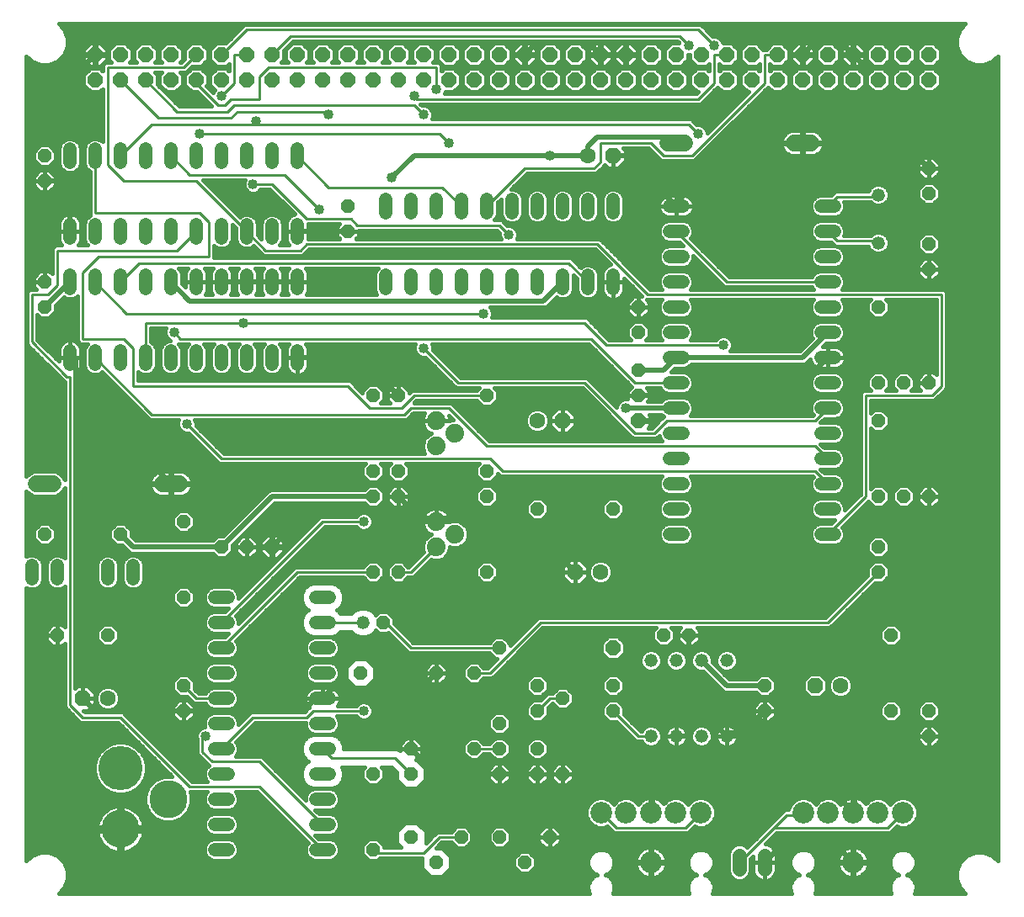
<source format=gbl>
G75*
%MOIN*%
%OFA0B0*%
%FSLAX24Y24*%
%IPPOS*%
%LPD*%
%AMOC8*
5,1,8,0,0,1.08239X$1,22.5*
%
%ADD10OC8,0.0520*%
%ADD11OC8,0.0630*%
%ADD12C,0.0630*%
%ADD13OC8,0.0600*%
%ADD14C,0.0520*%
%ADD15C,0.0740*%
%ADD16C,0.0520*%
%ADD17C,0.0560*%
%ADD18C,0.0860*%
%ADD19C,0.1750*%
%ADD20C,0.1500*%
%ADD21C,0.0660*%
%ADD22C,0.0200*%
%ADD23C,0.0160*%
%ADD24C,0.0100*%
%ADD25C,0.0400*%
D10*
X007680Y008699D03*
X007680Y009699D03*
X004680Y011699D03*
X002680Y011699D03*
X002180Y015699D03*
X005180Y015699D03*
X007680Y016199D03*
X009180Y015199D03*
X010180Y015199D03*
X007680Y013199D03*
X014680Y010199D03*
X015580Y012199D03*
X015180Y014199D03*
X016180Y014199D03*
X016180Y017199D03*
X015180Y017199D03*
X015180Y018199D03*
X016180Y018199D03*
X016180Y021199D03*
X015180Y021199D03*
X019680Y021199D03*
X019680Y018199D03*
X019680Y017199D03*
X021680Y016699D03*
X024680Y016699D03*
X025680Y021199D03*
X025680Y022199D03*
X025680Y023699D03*
X025680Y024699D03*
X035180Y024699D03*
X037180Y026199D03*
X037180Y027199D03*
X037180Y029199D03*
X037180Y030199D03*
X037180Y021699D03*
X036180Y021699D03*
X035180Y021699D03*
X035180Y020199D03*
X035180Y017199D03*
X036180Y017199D03*
X037180Y017199D03*
X035180Y015199D03*
X035180Y014199D03*
X035680Y011699D03*
X035680Y008699D03*
X037180Y008699D03*
X037180Y007699D03*
X030680Y008699D03*
X030680Y009699D03*
X027680Y011699D03*
X026680Y011699D03*
X024680Y009699D03*
X024680Y008699D03*
X022680Y009199D03*
X021680Y008699D03*
X021680Y009699D03*
X020180Y008199D03*
X020180Y007199D03*
X020180Y006199D03*
X019180Y007199D03*
X016680Y007199D03*
X016680Y006199D03*
X015180Y006199D03*
X016690Y003699D03*
X017680Y002699D03*
X018670Y003699D03*
X020190Y003699D03*
X021180Y002699D03*
X022170Y003699D03*
X021680Y006199D03*
X022680Y006199D03*
X021680Y007199D03*
X019180Y010199D03*
X020180Y011199D03*
X017680Y010199D03*
X019680Y014199D03*
X015180Y003199D03*
X002180Y024699D03*
X002180Y025699D03*
X002180Y029699D03*
X002180Y030699D03*
X014180Y028699D03*
X014180Y027699D03*
D11*
X022680Y020199D03*
X023180Y014199D03*
X032680Y009699D03*
X024680Y030699D03*
X003680Y009199D03*
D12*
X004680Y009199D03*
X021680Y020199D03*
X024180Y014199D03*
X033680Y009699D03*
X023680Y030699D03*
D13*
X023180Y033699D03*
X022180Y033699D03*
X021180Y033699D03*
X020180Y033699D03*
X019180Y033699D03*
X018180Y033699D03*
X017180Y033699D03*
X016180Y033699D03*
X015180Y033699D03*
X014180Y033699D03*
X013180Y033699D03*
X012180Y033699D03*
X011180Y033699D03*
X010180Y033699D03*
X009180Y033699D03*
X008180Y033699D03*
X007180Y033699D03*
X006180Y033699D03*
X005180Y033699D03*
X004180Y033699D03*
X004180Y034699D03*
X005180Y034699D03*
X006180Y034699D03*
X007180Y034699D03*
X008180Y034699D03*
X009180Y034699D03*
X010180Y034699D03*
X011180Y034699D03*
X012180Y034699D03*
X013180Y034699D03*
X014180Y034699D03*
X015180Y034699D03*
X016180Y034699D03*
X017180Y034699D03*
X018180Y034699D03*
X019180Y034699D03*
X020180Y034699D03*
X021180Y034699D03*
X022180Y034699D03*
X023180Y034699D03*
X024180Y034699D03*
X025180Y034699D03*
X025180Y033699D03*
X024180Y033699D03*
X026180Y033699D03*
X027180Y033699D03*
X028180Y033699D03*
X029180Y033699D03*
X030180Y033699D03*
X031180Y033699D03*
X032180Y033699D03*
X033180Y033699D03*
X034180Y033699D03*
X035180Y033699D03*
X036180Y033699D03*
X037180Y033699D03*
X037180Y034699D03*
X036180Y034699D03*
X035180Y034699D03*
X034180Y034699D03*
X033180Y034699D03*
X032180Y034699D03*
X031180Y034699D03*
X030180Y034699D03*
X029180Y034699D03*
X028180Y034699D03*
X027180Y034699D03*
X026180Y034699D03*
X025680Y020199D03*
X024680Y011199D03*
X011180Y015199D03*
D14*
X009440Y013199D02*
X008920Y013199D01*
X008920Y012199D02*
X009440Y012199D01*
X009440Y011199D02*
X008920Y011199D01*
X008920Y010199D02*
X009440Y010199D01*
X009440Y009199D02*
X008920Y009199D01*
X008920Y008199D02*
X009440Y008199D01*
X009440Y007199D02*
X008920Y007199D01*
X008920Y006199D02*
X009440Y006199D01*
X009440Y005199D02*
X008920Y005199D01*
X008920Y004199D02*
X009440Y004199D01*
X009440Y003199D02*
X008920Y003199D01*
X012920Y003199D02*
X013440Y003199D01*
X013440Y004199D02*
X012920Y004199D01*
X012920Y005199D02*
X013440Y005199D01*
X013440Y006199D02*
X012920Y006199D01*
X012920Y007199D02*
X013440Y007199D01*
X013440Y008199D02*
X012920Y008199D01*
X012920Y009199D02*
X013440Y009199D01*
X013440Y010199D02*
X012920Y010199D01*
X012920Y011199D02*
X013440Y011199D01*
X013440Y012199D02*
X012920Y012199D01*
X012920Y013199D02*
X013440Y013199D01*
X005680Y013939D02*
X005680Y014459D01*
X004680Y014459D02*
X004680Y013939D01*
X002680Y013939D02*
X002680Y014459D01*
X001680Y014459D02*
X001680Y013939D01*
X003180Y022439D02*
X003180Y022959D01*
X004180Y022959D02*
X004180Y022439D01*
X005180Y022439D02*
X005180Y022959D01*
X006180Y022959D02*
X006180Y022439D01*
X007180Y022439D02*
X007180Y022959D01*
X008180Y022959D02*
X008180Y022439D01*
X009180Y022439D02*
X009180Y022959D01*
X010180Y022959D02*
X010180Y022439D01*
X011180Y022439D02*
X011180Y022959D01*
X012180Y022959D02*
X012180Y022439D01*
X012180Y025439D02*
X012180Y025959D01*
X011180Y025959D02*
X011180Y025439D01*
X010180Y025439D02*
X010180Y025959D01*
X009180Y025959D02*
X009180Y025439D01*
X008180Y025439D02*
X008180Y025959D01*
X007180Y025959D02*
X007180Y025439D01*
X006180Y025439D02*
X006180Y025959D01*
X005180Y025959D02*
X005180Y025439D01*
X004180Y025439D02*
X004180Y025959D01*
X003180Y025959D02*
X003180Y025439D01*
X003180Y027439D02*
X003180Y027959D01*
X004180Y027959D02*
X004180Y027439D01*
X005180Y027439D02*
X005180Y027959D01*
X006180Y027959D02*
X006180Y027439D01*
X007180Y027439D02*
X007180Y027959D01*
X008180Y027959D02*
X008180Y027439D01*
X009180Y027439D02*
X009180Y027959D01*
X010180Y027959D02*
X010180Y027439D01*
X011180Y027439D02*
X011180Y027959D01*
X012180Y027959D02*
X012180Y027439D01*
X012180Y030439D02*
X012180Y030959D01*
X011180Y030959D02*
X011180Y030439D01*
X010180Y030439D02*
X010180Y030959D01*
X009180Y030959D02*
X009180Y030439D01*
X008180Y030439D02*
X008180Y030959D01*
X007180Y030959D02*
X007180Y030439D01*
X006180Y030439D02*
X006180Y030959D01*
X005180Y030959D02*
X005180Y030439D01*
X004180Y030439D02*
X004180Y030959D01*
X003180Y030959D02*
X003180Y030439D01*
X015680Y028959D02*
X015680Y028439D01*
X016680Y028439D02*
X016680Y028959D01*
X017680Y028959D02*
X017680Y028439D01*
X018680Y028439D02*
X018680Y028959D01*
X019680Y028959D02*
X019680Y028439D01*
X020680Y028439D02*
X020680Y028959D01*
X021680Y028959D02*
X021680Y028439D01*
X022680Y028439D02*
X022680Y028959D01*
X023680Y028959D02*
X023680Y028439D01*
X024680Y028439D02*
X024680Y028959D01*
X026920Y028699D02*
X027440Y028699D01*
X027440Y027699D02*
X026920Y027699D01*
X026920Y026699D02*
X027440Y026699D01*
X027440Y025699D02*
X026920Y025699D01*
X026920Y024699D02*
X027440Y024699D01*
X027440Y023699D02*
X026920Y023699D01*
X026920Y022699D02*
X027440Y022699D01*
X027440Y021699D02*
X026920Y021699D01*
X026920Y020699D02*
X027440Y020699D01*
X027440Y019699D02*
X026920Y019699D01*
X026920Y018699D02*
X027440Y018699D01*
X027440Y017699D02*
X026920Y017699D01*
X026920Y016699D02*
X027440Y016699D01*
X027440Y015699D02*
X026920Y015699D01*
X032920Y015699D02*
X033440Y015699D01*
X033440Y016699D02*
X032920Y016699D01*
X032920Y017699D02*
X033440Y017699D01*
X033440Y018699D02*
X032920Y018699D01*
X032920Y019699D02*
X033440Y019699D01*
X033440Y020699D02*
X032920Y020699D01*
X032920Y021699D02*
X033440Y021699D01*
X033440Y022699D02*
X032920Y022699D01*
X032920Y023699D02*
X033440Y023699D01*
X033440Y024699D02*
X032920Y024699D01*
X032920Y025699D02*
X033440Y025699D01*
X033440Y026699D02*
X032920Y026699D01*
X032920Y027699D02*
X033440Y027699D01*
X033440Y028699D02*
X032920Y028699D01*
X024680Y025959D02*
X024680Y025439D01*
X023680Y025439D02*
X023680Y025959D01*
X022680Y025959D02*
X022680Y025439D01*
X021680Y025439D02*
X021680Y025959D01*
X020680Y025959D02*
X020680Y025439D01*
X019680Y025439D02*
X019680Y025959D01*
X018680Y025959D02*
X018680Y025439D01*
X017680Y025439D02*
X017680Y025959D01*
X016680Y025959D02*
X016680Y025439D01*
X015680Y025439D02*
X015680Y025959D01*
D15*
X017680Y020199D03*
X018430Y019699D03*
X017680Y019199D03*
X017680Y016199D03*
X018430Y015699D03*
X017680Y015199D03*
D16*
X014780Y012199D03*
X026180Y010699D03*
X027180Y010699D03*
X028180Y010699D03*
X029180Y010699D03*
X029180Y007699D03*
X028180Y007699D03*
X027180Y007699D03*
X026180Y007699D03*
X035180Y027249D03*
X035180Y029149D03*
D17*
X030680Y002979D02*
X030680Y002419D01*
X029680Y002419D02*
X029680Y002979D01*
D18*
X028149Y004668D03*
X027164Y004668D03*
X026196Y004668D03*
X025196Y004668D03*
X024211Y004668D03*
X026180Y002699D03*
X032211Y004668D03*
X033196Y004668D03*
X034196Y004668D03*
X035164Y004668D03*
X036149Y004668D03*
X034180Y002699D03*
D19*
X005180Y006420D03*
D20*
X007070Y005199D03*
X005180Y004018D03*
D21*
X006850Y017699D02*
X007510Y017699D01*
X002510Y017699D02*
X001850Y017699D01*
X026850Y031199D02*
X027510Y031199D01*
X031850Y031199D02*
X032510Y031199D01*
D22*
X032180Y031199D02*
X029555Y031199D01*
X027180Y028824D01*
X027180Y028699D01*
X025180Y030699D01*
X024680Y030699D01*
X024055Y031449D02*
X023680Y031074D01*
X023680Y030699D01*
X022180Y030699D01*
X016805Y030699D01*
X015930Y029824D01*
X014180Y027699D02*
X012180Y027699D01*
X012180Y025699D02*
X011180Y025699D01*
X010180Y025699D01*
X009180Y025699D01*
X007930Y024949D02*
X021930Y024949D01*
X022680Y025699D01*
X025680Y022199D02*
X026680Y022199D01*
X027180Y022699D01*
X032180Y022699D01*
X033180Y023699D01*
X033180Y022699D02*
X031680Y021199D01*
X025680Y021199D01*
X025180Y020699D02*
X027180Y020699D01*
X021055Y016324D02*
X017180Y016324D01*
X017118Y016262D01*
X016618Y016762D01*
X016555Y016699D01*
X012680Y016699D01*
X011180Y015199D01*
X011180Y017199D02*
X009180Y015199D01*
X005680Y015199D01*
X005180Y015699D01*
X007180Y017699D02*
X003430Y021449D01*
X003430Y022699D01*
X003180Y022699D01*
X002180Y024699D02*
X003180Y025699D01*
X003180Y027699D02*
X003180Y029699D01*
X002680Y029699D01*
X002680Y033199D01*
X004180Y034699D01*
X002680Y029699D02*
X002180Y029699D01*
X007180Y025699D02*
X007930Y024949D01*
X012180Y022699D02*
X014680Y022699D01*
X016180Y021199D01*
X016180Y017199D02*
X016618Y016762D01*
X017118Y016262D02*
X017180Y016199D01*
X017680Y016199D01*
X015180Y017199D02*
X011180Y017199D01*
X017680Y010199D02*
X017055Y009574D01*
X013555Y009574D01*
X013180Y009199D01*
X012930Y009199D01*
X012430Y008699D01*
X007680Y008699D01*
X004180Y008699D01*
X003680Y009199D01*
X016680Y007199D02*
X017680Y006199D01*
X020180Y006199D01*
X021680Y006199D01*
X027180Y007699D02*
X027680Y007699D01*
X027680Y008199D01*
X028680Y008199D01*
X029180Y007699D01*
X029180Y007824D01*
X029805Y007824D01*
X030368Y008387D01*
X030430Y008324D01*
X030555Y008324D01*
X034180Y004699D01*
X034196Y004668D01*
X033555Y003324D02*
X034180Y002699D01*
X033555Y003324D02*
X031305Y003324D01*
X030680Y002699D01*
X030368Y008387D02*
X030680Y008699D01*
X030680Y009699D02*
X029180Y009699D01*
X028180Y010699D01*
X027680Y011699D02*
X027680Y008199D01*
X023180Y014199D02*
X021055Y016324D01*
X036180Y031199D02*
X037180Y030199D01*
X036180Y031199D02*
X034680Y031199D01*
X034680Y034199D01*
X034180Y034699D01*
X033680Y035199D01*
X032680Y035199D01*
X032180Y034699D01*
X032180Y031199D02*
X034680Y031199D01*
X027180Y031199D02*
X026930Y031449D01*
X024055Y031449D01*
X024180Y034699D02*
X023680Y035199D01*
X021680Y035199D01*
X021180Y034699D01*
D23*
X002947Y001686D02*
X002740Y001479D01*
X023750Y001479D01*
X023695Y001612D01*
X023695Y001817D01*
X023774Y002007D01*
X023919Y002152D01*
X024051Y002207D01*
X023919Y002261D01*
X023774Y002407D01*
X023695Y002596D01*
X023695Y002802D01*
X023774Y002991D01*
X023919Y003137D01*
X024109Y003215D01*
X024314Y003215D01*
X024504Y003137D01*
X024649Y002991D01*
X024728Y002802D01*
X024728Y002596D01*
X024649Y002407D01*
X024504Y002261D01*
X024372Y002207D01*
X024504Y002152D01*
X024649Y002007D01*
X024728Y001817D01*
X024728Y001612D01*
X024673Y001479D01*
X027687Y001479D01*
X027632Y001612D01*
X027632Y001817D01*
X027711Y002007D01*
X027856Y002152D01*
X027988Y002207D01*
X027856Y002261D01*
X027711Y002407D01*
X027632Y002596D01*
X027632Y002802D01*
X027711Y002991D01*
X027856Y003137D01*
X028046Y003215D01*
X028251Y003215D01*
X028441Y003137D01*
X028586Y002991D01*
X028665Y002802D01*
X028665Y002596D01*
X028586Y002407D01*
X028441Y002261D01*
X028309Y002207D01*
X028441Y002152D01*
X028586Y002007D01*
X028665Y001817D01*
X028665Y001612D01*
X028610Y001479D01*
X031750Y001479D01*
X031695Y001612D01*
X031695Y001817D01*
X031774Y002007D01*
X031919Y002152D01*
X032051Y002207D01*
X031919Y002261D01*
X031774Y002407D01*
X031695Y002596D01*
X031695Y002802D01*
X031774Y002991D01*
X031919Y003137D01*
X032109Y003215D01*
X032314Y003215D01*
X032504Y003137D01*
X032649Y002991D01*
X032728Y002802D01*
X032728Y002596D01*
X032649Y002407D01*
X032504Y002261D01*
X032372Y002207D01*
X032504Y002152D01*
X032649Y002007D01*
X032728Y001817D01*
X032728Y001612D01*
X032673Y001479D01*
X035687Y001479D01*
X035632Y001612D01*
X035632Y001817D01*
X035711Y002007D01*
X035856Y002152D01*
X035988Y002207D01*
X035856Y002261D01*
X035711Y002407D01*
X035632Y002596D01*
X035632Y002802D01*
X035711Y002991D01*
X035856Y003137D01*
X036046Y003215D01*
X036251Y003215D01*
X036441Y003137D01*
X036586Y002991D01*
X036665Y002802D01*
X036665Y002596D01*
X036586Y002407D01*
X036441Y002261D01*
X036309Y002207D01*
X036441Y002152D01*
X036586Y002007D01*
X036665Y001817D01*
X036665Y001612D01*
X036610Y001479D01*
X038620Y001479D01*
X038413Y001686D01*
X038275Y002019D01*
X038275Y002379D01*
X038413Y002712D01*
X038667Y002966D01*
X039000Y003104D01*
X039360Y003104D01*
X039693Y002966D01*
X039900Y002759D01*
X039900Y034639D01*
X039693Y034432D01*
X039360Y034294D01*
X039000Y034294D01*
X038667Y034432D01*
X038413Y034686D01*
X038275Y035019D01*
X038275Y035379D01*
X038413Y035712D01*
X038620Y035919D01*
X002740Y035919D01*
X002947Y035712D01*
X003085Y035379D01*
X003085Y035019D01*
X002947Y034686D01*
X002693Y034432D01*
X002360Y034294D01*
X002000Y034294D01*
X001667Y034432D01*
X001460Y034639D01*
X001460Y018002D01*
X001572Y018114D01*
X001753Y018189D01*
X002607Y018189D01*
X002788Y018114D01*
X002925Y017977D01*
X002970Y017869D01*
X002970Y021739D01*
X002968Y021739D01*
X001593Y023114D01*
X001470Y023237D01*
X001470Y025286D01*
X001593Y025409D01*
X001848Y025409D01*
X001740Y025517D01*
X001740Y025699D01*
X002180Y025699D01*
X002180Y025699D01*
X001740Y025699D01*
X001740Y025881D01*
X001998Y026139D01*
X002180Y026139D01*
X002180Y025699D01*
X002180Y025699D01*
X002180Y026139D01*
X002362Y026139D01*
X002470Y026031D01*
X002470Y027036D01*
X002593Y027159D01*
X002840Y027159D01*
X002804Y027208D01*
X002772Y027270D01*
X002751Y027336D01*
X002740Y027404D01*
X002740Y027699D01*
X003180Y027699D01*
X003180Y027699D01*
X003180Y027699D01*
X003620Y027699D01*
X003620Y027404D01*
X003609Y027336D01*
X003588Y027270D01*
X003556Y027208D01*
X003520Y027159D01*
X003866Y027159D01*
X003824Y027201D01*
X003760Y027356D01*
X003760Y028043D01*
X003824Y028197D01*
X003942Y028315D01*
X003995Y028337D01*
X003970Y028362D01*
X003970Y030071D01*
X003942Y030083D01*
X003824Y030201D01*
X003760Y030356D01*
X003760Y031043D01*
X003824Y031197D01*
X003942Y031315D01*
X004096Y031379D01*
X004264Y031379D01*
X004418Y031315D01*
X004470Y031263D01*
X004470Y033339D01*
X004371Y033239D01*
X003989Y033239D01*
X003720Y033509D01*
X003720Y033890D01*
X003989Y034159D01*
X004371Y034159D01*
X004470Y034060D01*
X004470Y034286D01*
X004593Y034409D01*
X004819Y034409D01*
X004720Y034509D01*
X004720Y034890D01*
X004989Y035159D01*
X005371Y035159D01*
X005640Y034890D01*
X005640Y034509D01*
X005541Y034409D01*
X005819Y034409D01*
X005720Y034509D01*
X005720Y034890D01*
X005989Y035159D01*
X006371Y035159D01*
X006640Y034890D01*
X006640Y034509D01*
X006541Y034409D01*
X006819Y034409D01*
X006720Y034509D01*
X006720Y034890D01*
X006989Y035159D01*
X007371Y035159D01*
X007640Y034890D01*
X007640Y034509D01*
X007541Y034409D01*
X007593Y034409D01*
X007720Y034536D01*
X007720Y034890D01*
X007989Y035159D01*
X008371Y035159D01*
X008640Y034890D01*
X008640Y034509D01*
X008371Y034239D01*
X008017Y034239D01*
X007767Y033989D01*
X007541Y033989D01*
X007640Y033890D01*
X007640Y033509D01*
X007371Y033239D01*
X006989Y033239D01*
X006720Y033509D01*
X006720Y033890D01*
X006819Y033989D01*
X006541Y033989D01*
X006640Y033890D01*
X006640Y033536D01*
X007517Y032659D01*
X008798Y032659D01*
X008218Y033239D01*
X007989Y033239D01*
X007720Y033509D01*
X007720Y033890D01*
X007989Y034159D01*
X008371Y034159D01*
X008640Y033890D01*
X008640Y033509D01*
X008591Y033460D01*
X008845Y033206D01*
X008875Y033278D01*
X008913Y033316D01*
X008720Y033509D01*
X008720Y033890D01*
X008989Y034159D01*
X009371Y034159D01*
X009470Y034060D01*
X009470Y034339D01*
X009371Y034239D01*
X008989Y034239D01*
X008720Y034509D01*
X008720Y034890D01*
X008989Y035159D01*
X009343Y035159D01*
X010093Y035909D01*
X028142Y035909D01*
X028265Y035786D01*
X028617Y035434D01*
X028752Y035434D01*
X028884Y035379D01*
X028985Y035278D01*
X029034Y035159D01*
X029371Y035159D01*
X029640Y034890D01*
X029640Y034509D01*
X029371Y034239D01*
X028989Y034239D01*
X028890Y034339D01*
X028890Y034060D01*
X028989Y034159D01*
X029371Y034159D01*
X029640Y033890D01*
X029640Y033509D01*
X029371Y033239D01*
X028989Y033239D01*
X028816Y033413D01*
X028767Y033364D01*
X028142Y032739D01*
X017062Y032739D01*
X017117Y032684D01*
X017252Y032684D01*
X017384Y032629D01*
X017485Y032528D01*
X017540Y032396D01*
X017540Y032252D01*
X017501Y032159D01*
X027767Y032159D01*
X027890Y032036D01*
X027992Y031934D01*
X028127Y031934D01*
X028259Y031879D01*
X028360Y031778D01*
X028415Y031646D01*
X028415Y031606D01*
X030048Y033239D01*
X029989Y033239D01*
X029720Y033509D01*
X029720Y033890D01*
X029989Y034159D01*
X030371Y034159D01*
X030470Y034060D01*
X030470Y034339D01*
X030371Y034239D01*
X029989Y034239D01*
X029720Y034509D01*
X029720Y034890D01*
X029989Y035159D01*
X030371Y035159D01*
X030621Y034909D01*
X030739Y034909D01*
X030989Y035159D01*
X031371Y035159D01*
X031640Y034890D01*
X031640Y034509D01*
X031371Y034239D01*
X030989Y034239D01*
X030890Y034339D01*
X030890Y034060D01*
X030989Y034159D01*
X031371Y034159D01*
X031640Y033890D01*
X031640Y033509D01*
X031371Y033239D01*
X030989Y033239D01*
X030816Y033413D01*
X030767Y033364D01*
X027892Y030489D01*
X026593Y030489D01*
X026470Y030612D01*
X026470Y030612D01*
X026093Y030989D01*
X025090Y030989D01*
X025175Y030904D01*
X025175Y030699D01*
X024680Y030699D01*
X024680Y030204D01*
X024885Y030204D01*
X025175Y030494D01*
X025175Y030699D01*
X024680Y030699D01*
X024680Y030699D01*
X024680Y030204D01*
X024475Y030204D01*
X024353Y030326D01*
X024267Y030239D01*
X024017Y029989D01*
X021267Y029989D01*
X020657Y029379D01*
X020764Y029379D01*
X020918Y029315D01*
X021036Y029197D01*
X021100Y029043D01*
X021100Y028356D01*
X021036Y028201D01*
X020918Y028083D01*
X020764Y028019D01*
X020596Y028019D01*
X020442Y028083D01*
X020324Y028201D01*
X020260Y028356D01*
X020260Y028982D01*
X020100Y028822D01*
X020100Y028356D01*
X020036Y028201D01*
X019994Y028159D01*
X020267Y028159D01*
X020390Y028036D01*
X020492Y027934D01*
X020627Y027934D01*
X020759Y027879D01*
X020860Y027778D01*
X020915Y027646D01*
X020915Y027502D01*
X020876Y027409D01*
X024142Y027409D01*
X024265Y027286D01*
X026142Y025409D01*
X026616Y025409D01*
X026564Y025461D01*
X026500Y025616D01*
X026500Y025783D01*
X026564Y025937D01*
X026682Y026055D01*
X026836Y026119D01*
X027524Y026119D01*
X027678Y026055D01*
X027796Y025937D01*
X027860Y025783D01*
X027860Y025616D01*
X027796Y025461D01*
X027744Y025409D01*
X032616Y025409D01*
X032564Y025461D01*
X032552Y025489D01*
X029093Y025489D01*
X028970Y025612D01*
X027860Y026722D01*
X027860Y026616D01*
X027796Y026461D01*
X027678Y026343D01*
X027524Y026279D01*
X026836Y026279D01*
X026682Y026343D01*
X026564Y026461D01*
X026500Y026616D01*
X026500Y026783D01*
X026564Y026937D01*
X026682Y027055D01*
X026836Y027119D01*
X027463Y027119D01*
X027303Y027279D01*
X026836Y027279D01*
X026682Y027343D01*
X026564Y027461D01*
X026500Y027616D01*
X026500Y027783D01*
X026564Y027937D01*
X026682Y028055D01*
X026836Y028119D01*
X027524Y028119D01*
X027678Y028055D01*
X027796Y027937D01*
X027860Y027783D01*
X027860Y027616D01*
X027796Y027461D01*
X027755Y027421D01*
X029267Y025909D01*
X032552Y025909D01*
X032564Y025937D01*
X032682Y026055D01*
X032836Y026119D01*
X033524Y026119D01*
X033678Y026055D01*
X033796Y025937D01*
X033860Y025783D01*
X033860Y025616D01*
X033796Y025461D01*
X033744Y025409D01*
X037767Y025409D01*
X037890Y025286D01*
X037890Y021487D01*
X037767Y021364D01*
X037392Y020989D01*
X034890Y020989D01*
X034890Y020503D01*
X035006Y020619D01*
X035354Y020619D01*
X035600Y020373D01*
X035600Y020025D01*
X035354Y019779D01*
X035006Y019779D01*
X034890Y019895D01*
X034890Y017503D01*
X035006Y017619D01*
X035354Y017619D01*
X035600Y017373D01*
X035600Y017025D01*
X035354Y016779D01*
X035006Y016779D01*
X034782Y017004D01*
X034767Y016989D01*
X033755Y015978D01*
X033796Y015937D01*
X033860Y015783D01*
X033860Y015616D01*
X033796Y015461D01*
X033678Y015343D01*
X033524Y015279D01*
X032836Y015279D01*
X032682Y015343D01*
X032564Y015461D01*
X032500Y015616D01*
X032500Y015783D01*
X032564Y015937D01*
X032682Y016055D01*
X032836Y016119D01*
X033303Y016119D01*
X033463Y016279D01*
X032836Y016279D01*
X032682Y016343D01*
X032564Y016461D01*
X032500Y016616D01*
X032500Y016783D01*
X032564Y016937D01*
X032682Y017055D01*
X032836Y017119D01*
X033524Y017119D01*
X033678Y017055D01*
X033796Y016937D01*
X033860Y016783D01*
X033860Y016676D01*
X034470Y017286D01*
X034470Y021286D01*
X034593Y021409D01*
X034876Y021409D01*
X034760Y021525D01*
X034760Y021873D01*
X035006Y022119D01*
X035354Y022119D01*
X035600Y021873D01*
X035600Y021525D01*
X035484Y021409D01*
X035876Y021409D01*
X035760Y021525D01*
X035760Y021873D01*
X036006Y022119D01*
X036354Y022119D01*
X036600Y021873D01*
X036600Y021525D01*
X036484Y021409D01*
X036848Y021409D01*
X036740Y021517D01*
X036740Y021699D01*
X037180Y021699D01*
X037180Y021699D01*
X036740Y021699D01*
X036740Y021881D01*
X036998Y022139D01*
X037180Y022139D01*
X037180Y021699D01*
X037180Y021699D01*
X037180Y022139D01*
X037362Y022139D01*
X037470Y022031D01*
X037470Y024989D01*
X035484Y024989D01*
X035600Y024873D01*
X035600Y024525D01*
X035354Y024279D01*
X035006Y024279D01*
X034760Y024525D01*
X034760Y024873D01*
X034876Y024989D01*
X033744Y024989D01*
X033796Y024937D01*
X033860Y024783D01*
X033860Y024616D01*
X033796Y024461D01*
X033678Y024343D01*
X033524Y024279D01*
X032836Y024279D01*
X032682Y024343D01*
X032564Y024461D01*
X032500Y024616D01*
X032500Y024783D01*
X032564Y024937D01*
X032616Y024989D01*
X027744Y024989D01*
X027796Y024937D01*
X027860Y024783D01*
X027860Y024616D01*
X027796Y024461D01*
X027678Y024343D01*
X027524Y024279D01*
X026836Y024279D01*
X026682Y024343D01*
X026564Y024461D01*
X026500Y024616D01*
X026500Y024783D01*
X026564Y024937D01*
X026616Y024989D01*
X026012Y024989D01*
X026120Y024881D01*
X026120Y024699D01*
X025680Y024699D01*
X025680Y024259D01*
X025680Y024699D01*
X025680Y024699D01*
X025680Y024699D01*
X025240Y024699D01*
X025240Y024517D01*
X025498Y024259D01*
X025680Y024259D01*
X025862Y024259D01*
X026120Y024517D01*
X026120Y024699D01*
X025680Y024699D01*
X025680Y024699D01*
X025240Y024699D01*
X025240Y024881D01*
X025498Y025139D01*
X025680Y025139D01*
X025680Y024699D01*
X025680Y024699D01*
X025680Y025139D01*
X025818Y025139D01*
X025120Y025837D01*
X025120Y025699D01*
X024680Y025699D01*
X024680Y024999D01*
X024715Y024999D01*
X024783Y025010D01*
X024849Y025031D01*
X024911Y025063D01*
X024967Y025103D01*
X025016Y025152D01*
X025056Y025208D01*
X025088Y025270D01*
X025109Y025336D01*
X025120Y025404D01*
X025120Y025699D01*
X024680Y025699D01*
X024680Y025699D01*
X024680Y024999D01*
X024645Y024999D01*
X024577Y025010D01*
X024511Y025031D01*
X024449Y025063D01*
X024393Y025103D01*
X024344Y025152D01*
X024304Y025208D01*
X024272Y025270D01*
X024251Y025336D01*
X024240Y025404D01*
X024240Y025699D01*
X024680Y025699D01*
X024680Y025699D01*
X024680Y025699D01*
X024240Y025699D01*
X024240Y025994D01*
X024251Y026062D01*
X024272Y026128D01*
X024304Y026190D01*
X024344Y026246D01*
X024393Y026295D01*
X024449Y026335D01*
X024511Y026367D01*
X024571Y026386D01*
X023968Y026989D01*
X012642Y026989D01*
X012515Y026862D01*
X012392Y026739D01*
X010843Y026739D01*
X010458Y027124D01*
X010418Y027083D01*
X010264Y027019D01*
X010096Y027019D01*
X009942Y027083D01*
X009824Y027201D01*
X009760Y027356D01*
X009760Y027822D01*
X009600Y027982D01*
X009600Y027356D01*
X009536Y027201D01*
X009418Y027083D01*
X009264Y027019D01*
X009096Y027019D01*
X008942Y027083D01*
X008890Y027135D01*
X008890Y026786D01*
X008890Y026659D01*
X023017Y026659D01*
X023140Y026536D01*
X023402Y026275D01*
X023442Y026315D01*
X023596Y026379D01*
X023764Y026379D01*
X023918Y026315D01*
X024036Y026197D01*
X024100Y026043D01*
X024100Y025356D01*
X024036Y025201D01*
X023918Y025083D01*
X023764Y025019D01*
X023596Y025019D01*
X023442Y025083D01*
X023324Y025201D01*
X023260Y025356D01*
X023260Y025822D01*
X023100Y025982D01*
X023100Y025356D01*
X023036Y025201D01*
X022918Y025083D01*
X022764Y025019D01*
X022596Y025019D01*
X022442Y025083D01*
X022437Y025088D01*
X022077Y024729D01*
X021982Y024689D01*
X019824Y024689D01*
X019860Y024653D01*
X019915Y024521D01*
X019915Y024377D01*
X019876Y024284D01*
X023642Y024284D01*
X023765Y024161D01*
X024517Y023409D01*
X025376Y023409D01*
X025260Y023525D01*
X025260Y023873D01*
X025506Y024119D01*
X025854Y024119D01*
X026100Y023873D01*
X026100Y023525D01*
X025984Y023409D01*
X026616Y023409D01*
X026564Y023461D01*
X026500Y023616D01*
X026500Y023783D01*
X026564Y023937D01*
X026682Y024055D01*
X026836Y024119D01*
X027524Y024119D01*
X027678Y024055D01*
X027796Y023937D01*
X027860Y023783D01*
X027860Y023616D01*
X027796Y023461D01*
X027744Y023409D01*
X028756Y023409D01*
X028851Y023504D01*
X028983Y023559D01*
X029127Y023559D01*
X029259Y023504D01*
X029360Y023403D01*
X029415Y023271D01*
X029415Y023127D01*
X029360Y022995D01*
X029324Y022959D01*
X032072Y022959D01*
X032569Y023456D01*
X032564Y023461D01*
X032500Y023616D01*
X032500Y023783D01*
X032564Y023937D01*
X032682Y024055D01*
X032836Y024119D01*
X033524Y024119D01*
X033678Y024055D01*
X033796Y023937D01*
X033860Y023783D01*
X033860Y023616D01*
X033796Y023461D01*
X033678Y023343D01*
X033524Y023279D01*
X033128Y023279D01*
X032988Y023139D01*
X033180Y023139D01*
X033180Y022699D01*
X033180Y022259D01*
X033475Y022259D01*
X033543Y022270D01*
X033609Y022291D01*
X033671Y022323D01*
X033727Y022363D01*
X033776Y022412D01*
X033816Y022468D01*
X033848Y022530D01*
X033869Y022596D01*
X033880Y022664D01*
X033880Y022699D01*
X033180Y022699D01*
X033180Y022699D01*
X033180Y022259D01*
X032885Y022259D01*
X032817Y022270D01*
X032751Y022291D01*
X032689Y022323D01*
X032633Y022363D01*
X032584Y022412D01*
X032544Y022468D01*
X032512Y022530D01*
X032491Y022596D01*
X032485Y022636D01*
X032327Y022479D01*
X032232Y022439D01*
X027774Y022439D01*
X027678Y022343D01*
X027524Y022279D01*
X027128Y022279D01*
X026968Y022119D01*
X027524Y022119D01*
X027678Y022055D01*
X027796Y021937D01*
X027860Y021783D01*
X027860Y021616D01*
X027796Y021461D01*
X027678Y021343D01*
X027524Y021279D01*
X026836Y021279D01*
X026682Y021343D01*
X026564Y021461D01*
X026552Y021489D01*
X026012Y021489D01*
X026120Y021381D01*
X026120Y021199D01*
X025680Y021199D01*
X025680Y021199D01*
X025240Y021199D01*
X025240Y021059D01*
X025108Y021059D01*
X024976Y021004D01*
X024875Y020903D01*
X024820Y020771D01*
X024820Y020731D01*
X023642Y021909D01*
X018642Y021909D01*
X017540Y023011D01*
X017540Y023146D01*
X017501Y023239D01*
X023718Y023239D01*
X025345Y021612D01*
X025408Y021549D01*
X025240Y021381D01*
X025240Y021199D01*
X025680Y021199D01*
X025680Y021199D01*
X026120Y021199D01*
X026120Y021017D01*
X026062Y020959D01*
X026586Y020959D01*
X026682Y021055D01*
X026836Y021119D01*
X027524Y021119D01*
X027678Y021055D01*
X027796Y020937D01*
X027860Y020783D01*
X027860Y020616D01*
X027796Y020461D01*
X027744Y020409D01*
X032593Y020409D01*
X032605Y020421D01*
X032564Y020461D01*
X032500Y020616D01*
X032500Y020783D01*
X032564Y020937D01*
X032682Y021055D01*
X032836Y021119D01*
X033524Y021119D01*
X033678Y021055D01*
X033796Y020937D01*
X033860Y020783D01*
X033860Y020616D01*
X033796Y020461D01*
X033678Y020343D01*
X033524Y020279D01*
X033057Y020279D01*
X032897Y020119D01*
X033524Y020119D01*
X033678Y020055D01*
X033796Y019937D01*
X033860Y019783D01*
X033860Y019616D01*
X033796Y019461D01*
X033678Y019343D01*
X033524Y019279D01*
X032897Y019279D01*
X033057Y019119D01*
X033524Y019119D01*
X033678Y019055D01*
X033796Y018937D01*
X033860Y018783D01*
X033860Y018616D01*
X033796Y018461D01*
X033678Y018343D01*
X033524Y018279D01*
X032897Y018279D01*
X033057Y018119D01*
X033524Y018119D01*
X033678Y018055D01*
X033796Y017937D01*
X033860Y017783D01*
X033860Y017616D01*
X033796Y017461D01*
X033678Y017343D01*
X033524Y017279D01*
X032836Y017279D01*
X032682Y017343D01*
X032564Y017461D01*
X032500Y017616D01*
X032500Y017783D01*
X032564Y017937D01*
X032605Y017978D01*
X032593Y017989D01*
X027744Y017989D01*
X027796Y017937D01*
X027860Y017783D01*
X027860Y017616D01*
X027796Y017461D01*
X027678Y017343D01*
X027524Y017279D01*
X026836Y017279D01*
X026682Y017343D01*
X026564Y017461D01*
X026500Y017616D01*
X026500Y017783D01*
X026564Y017937D01*
X026616Y017989D01*
X020218Y017989D01*
X020100Y018107D01*
X020100Y018025D01*
X019854Y017779D01*
X019506Y017779D01*
X019260Y018025D01*
X019260Y018373D01*
X019376Y018489D01*
X016484Y018489D01*
X016600Y018373D01*
X016600Y018025D01*
X016354Y017779D01*
X016006Y017779D01*
X015760Y018025D01*
X015760Y018373D01*
X015876Y018489D01*
X015484Y018489D01*
X015600Y018373D01*
X015600Y018025D01*
X015354Y017779D01*
X015006Y017779D01*
X014760Y018025D01*
X014760Y018373D01*
X014876Y018489D01*
X009093Y018489D01*
X007868Y019714D01*
X007733Y019714D01*
X007601Y019769D01*
X007500Y019870D01*
X007445Y020002D01*
X007445Y020146D01*
X007484Y020239D01*
X006343Y020239D01*
X004458Y022124D01*
X004418Y022083D01*
X004264Y022019D01*
X004096Y022019D01*
X003942Y022083D01*
X003824Y022201D01*
X003760Y022356D01*
X003760Y023043D01*
X003824Y023197D01*
X003866Y023239D01*
X003593Y023239D01*
X003470Y023362D01*
X003470Y025135D01*
X003418Y025083D01*
X003264Y025019D01*
X003096Y025019D01*
X002942Y025083D01*
X002937Y025088D01*
X002600Y024751D01*
X002600Y024525D01*
X002354Y024279D01*
X002006Y024279D01*
X001890Y024395D01*
X001890Y023411D01*
X002740Y022561D01*
X002740Y022699D01*
X003180Y022699D01*
X003180Y022699D01*
X003180Y022699D01*
X003620Y022699D01*
X003620Y022404D01*
X003609Y022336D01*
X003588Y022270D01*
X003556Y022208D01*
X003516Y022152D01*
X003467Y022103D01*
X003411Y022063D01*
X003379Y022047D01*
X003390Y022036D01*
X003390Y009609D01*
X003475Y009694D01*
X003680Y009694D01*
X003680Y009199D01*
X003680Y009199D01*
X004175Y009199D01*
X004175Y008994D01*
X003885Y008704D01*
X003722Y008704D01*
X003767Y008659D01*
X005267Y008659D01*
X005390Y008536D01*
X008017Y005909D01*
X008616Y005909D01*
X008564Y005961D01*
X008500Y006116D01*
X008500Y006283D01*
X008564Y006437D01*
X008667Y006540D01*
X008343Y006864D01*
X008220Y006987D01*
X008220Y007567D01*
X008195Y007627D01*
X008195Y007771D01*
X006155Y007771D01*
X006313Y007613D02*
X008201Y007613D01*
X008195Y007771D02*
X008250Y007903D01*
X008351Y008004D01*
X008483Y008059D01*
X008523Y008059D01*
X008500Y008116D01*
X008500Y008283D01*
X008564Y008437D01*
X008682Y008555D01*
X008836Y008619D01*
X009524Y008619D01*
X009678Y008555D01*
X009796Y008437D01*
X009860Y008283D01*
X009860Y008176D01*
X010220Y008536D01*
X010343Y008659D01*
X012468Y008659D01*
X012595Y008786D01*
X012656Y008847D01*
X012633Y008863D01*
X012584Y008912D01*
X012544Y008968D01*
X012512Y009030D01*
X012491Y009096D01*
X012480Y009164D01*
X012480Y009199D01*
X013180Y009199D01*
X013180Y009199D01*
X013180Y009199D01*
X013880Y009199D01*
X013880Y009164D01*
X013869Y009096D01*
X013848Y009030D01*
X013816Y008968D01*
X013776Y008912D01*
X013772Y008909D01*
X014506Y008909D01*
X014601Y009004D01*
X014733Y009059D01*
X014877Y009059D01*
X015009Y009004D01*
X015110Y008903D01*
X015165Y008771D01*
X015165Y008627D01*
X015110Y008495D01*
X015009Y008394D01*
X014877Y008339D01*
X014733Y008339D01*
X014601Y008394D01*
X014506Y008489D01*
X013744Y008489D01*
X013796Y008437D01*
X013860Y008283D01*
X013860Y008116D01*
X013796Y007961D01*
X013678Y007843D01*
X013524Y007779D01*
X012836Y007779D01*
X012682Y007843D01*
X012564Y007961D01*
X012500Y008116D01*
X012500Y008239D01*
X010517Y008239D01*
X009755Y007478D01*
X009796Y007437D01*
X009860Y007283D01*
X009860Y007116D01*
X009796Y006961D01*
X009744Y006909D01*
X010767Y006909D01*
X010890Y006786D01*
X012500Y005176D01*
X012500Y005283D01*
X012564Y005437D01*
X012682Y005555D01*
X012836Y005619D01*
X013524Y005619D01*
X013678Y005555D01*
X013796Y005437D01*
X013860Y005283D01*
X013860Y005116D01*
X013796Y004961D01*
X013678Y004843D01*
X013524Y004779D01*
X012897Y004779D01*
X013057Y004619D01*
X013524Y004619D01*
X013678Y004555D01*
X013796Y004437D01*
X013860Y004283D01*
X013860Y004116D01*
X013796Y003961D01*
X013678Y003843D01*
X013524Y003779D01*
X012897Y003779D01*
X013057Y003619D01*
X013524Y003619D01*
X013678Y003555D01*
X013796Y003437D01*
X013860Y003283D01*
X013860Y003116D01*
X013796Y002961D01*
X013678Y002843D01*
X013524Y002779D01*
X012836Y002779D01*
X012682Y002843D01*
X012564Y002961D01*
X012500Y003116D01*
X012500Y003283D01*
X012564Y003437D01*
X012605Y003478D01*
X010593Y005489D01*
X009744Y005489D01*
X009796Y005437D01*
X009860Y005283D01*
X009860Y005116D01*
X009796Y004961D01*
X009678Y004843D01*
X009524Y004779D01*
X008836Y004779D01*
X008682Y004843D01*
X008564Y004961D01*
X008500Y005116D01*
X008500Y005283D01*
X008564Y005437D01*
X008616Y005489D01*
X007935Y005489D01*
X007980Y005380D01*
X007980Y005018D01*
X007841Y004684D01*
X007585Y004428D01*
X007251Y004289D01*
X006889Y004289D01*
X006554Y004428D01*
X006298Y004684D01*
X006160Y005018D01*
X006160Y005380D01*
X006298Y005715D01*
X006554Y005971D01*
X006889Y006109D01*
X007223Y006109D01*
X005093Y008239D01*
X003593Y008239D01*
X003093Y008739D01*
X002970Y008862D01*
X002970Y011367D01*
X002862Y011259D01*
X002680Y011259D01*
X002680Y011699D01*
X002680Y011699D01*
X002680Y011259D01*
X002498Y011259D01*
X002240Y011517D01*
X002240Y011699D01*
X002680Y011699D01*
X002680Y011699D01*
X002240Y011699D01*
X002240Y011881D01*
X002498Y012139D01*
X002680Y012139D01*
X002680Y011699D01*
X002680Y011699D01*
X002680Y012139D01*
X002862Y012139D01*
X002970Y012031D01*
X002970Y013635D01*
X002918Y013583D01*
X002764Y013519D01*
X002596Y013519D01*
X002442Y013583D01*
X002324Y013701D01*
X002260Y013856D01*
X002260Y014543D01*
X002324Y014697D01*
X002442Y014815D01*
X002596Y014879D01*
X002764Y014879D01*
X002918Y014815D01*
X002970Y014763D01*
X002970Y017529D01*
X002925Y017421D01*
X002788Y017284D01*
X002607Y017209D01*
X001753Y017209D01*
X001572Y017284D01*
X001460Y017396D01*
X001460Y014823D01*
X001596Y014879D01*
X001764Y014879D01*
X001918Y014815D01*
X002036Y014697D01*
X002100Y014543D01*
X002100Y013856D01*
X002036Y013701D01*
X001918Y013583D01*
X001764Y013519D01*
X001596Y013519D01*
X001460Y013576D01*
X001460Y002759D01*
X001667Y002966D01*
X002000Y003104D01*
X002360Y003104D01*
X002693Y002966D01*
X002947Y002712D01*
X003085Y002379D01*
X003085Y002019D01*
X002947Y001686D01*
X002973Y001748D02*
X023695Y001748D01*
X023705Y001590D02*
X002850Y001590D01*
X003038Y001907D02*
X023732Y001907D01*
X023832Y002065D02*
X003085Y002065D01*
X003085Y002224D02*
X017335Y002224D01*
X017440Y002119D02*
X017920Y002119D01*
X018260Y002459D01*
X018260Y002939D01*
X017920Y003279D01*
X017682Y003279D01*
X017892Y003489D01*
X018286Y003489D01*
X018496Y003279D01*
X018844Y003279D01*
X019090Y003525D01*
X019090Y003873D01*
X018844Y004119D01*
X018496Y004119D01*
X018286Y003909D01*
X017718Y003909D01*
X017595Y003786D01*
X017270Y003461D01*
X017270Y003939D01*
X016930Y004279D01*
X016450Y004279D01*
X016110Y003939D01*
X016110Y003459D01*
X016285Y003284D01*
X015600Y003284D01*
X015600Y003373D01*
X015354Y003619D01*
X015006Y003619D01*
X014760Y003373D01*
X014760Y003025D01*
X015006Y002779D01*
X015354Y002779D01*
X015439Y002864D01*
X017100Y002864D01*
X017100Y002459D01*
X017440Y002119D01*
X017177Y002382D02*
X003084Y002382D01*
X003018Y002541D02*
X017100Y002541D01*
X017100Y002699D02*
X002952Y002699D01*
X002801Y002858D02*
X008668Y002858D01*
X008682Y002843D02*
X008836Y002779D01*
X009524Y002779D01*
X009678Y002843D01*
X009796Y002961D01*
X009860Y003116D01*
X009860Y003283D01*
X009796Y003437D01*
X009678Y003555D01*
X009524Y003619D01*
X008836Y003619D01*
X008682Y003555D01*
X008564Y003437D01*
X008500Y003283D01*
X008500Y003116D01*
X008564Y002961D01*
X008682Y002843D01*
X008541Y003016D02*
X002572Y003016D01*
X001788Y003016D02*
X001460Y003016D01*
X001460Y002858D02*
X001559Y002858D01*
X001460Y003175D02*
X004788Y003175D01*
X004824Y003157D02*
X004922Y003123D01*
X005024Y003100D01*
X005100Y003091D01*
X005100Y003938D01*
X004253Y003938D01*
X004262Y003862D01*
X004285Y003760D01*
X004319Y003661D01*
X004365Y003567D01*
X004420Y003479D01*
X004485Y003397D01*
X004559Y003323D01*
X004641Y003258D01*
X004729Y003203D01*
X004824Y003157D01*
X005100Y003175D02*
X005260Y003175D01*
X005260Y003091D02*
X005336Y003100D01*
X005438Y003123D01*
X005536Y003157D01*
X005631Y003203D01*
X005719Y003258D01*
X005801Y003323D01*
X005875Y003397D01*
X005940Y003479D01*
X005995Y003567D01*
X006041Y003661D01*
X006075Y003760D01*
X006098Y003862D01*
X006107Y003938D01*
X005260Y003938D01*
X005260Y004098D01*
X005100Y004098D01*
X005100Y004945D01*
X005024Y004936D01*
X004922Y004913D01*
X004824Y004879D01*
X004729Y004833D01*
X004641Y004778D01*
X004559Y004712D01*
X004485Y004639D01*
X004420Y004557D01*
X004365Y004469D01*
X004319Y004374D01*
X004285Y004276D01*
X004262Y004174D01*
X004253Y004098D01*
X005100Y004098D01*
X005100Y003938D01*
X005260Y003938D01*
X005260Y003091D01*
X005260Y003333D02*
X005100Y003333D01*
X005100Y003492D02*
X005260Y003492D01*
X005260Y003650D02*
X005100Y003650D01*
X005100Y003809D02*
X005260Y003809D01*
X005260Y003967D02*
X008561Y003967D01*
X008564Y003961D02*
X008682Y003843D01*
X008836Y003779D01*
X009524Y003779D01*
X009678Y003843D01*
X009796Y003961D01*
X009860Y004116D01*
X009860Y004283D01*
X009796Y004437D01*
X009678Y004555D01*
X009524Y004619D01*
X008836Y004619D01*
X008682Y004555D01*
X008564Y004437D01*
X008500Y004283D01*
X008500Y004116D01*
X008564Y003961D01*
X008500Y004126D02*
X006104Y004126D01*
X006107Y004098D02*
X006098Y004174D01*
X006075Y004276D01*
X006041Y004374D01*
X005995Y004469D01*
X005940Y004557D01*
X005875Y004639D01*
X005801Y004712D01*
X005719Y004778D01*
X005631Y004833D01*
X005536Y004879D01*
X005438Y004913D01*
X005336Y004936D01*
X005260Y004945D01*
X005260Y004098D01*
X006107Y004098D01*
X006072Y004284D02*
X008501Y004284D01*
X008570Y004443D02*
X007600Y004443D01*
X007759Y004601D02*
X008793Y004601D01*
X008607Y004918D02*
X007938Y004918D01*
X007980Y005077D02*
X008516Y005077D01*
X008500Y005235D02*
X007980Y005235D01*
X007974Y005394D02*
X008546Y005394D01*
X008536Y006028D02*
X007898Y006028D01*
X007740Y006186D02*
X008500Y006186D01*
X008526Y006345D02*
X007581Y006345D01*
X007423Y006503D02*
X008630Y006503D01*
X008546Y006662D02*
X007264Y006662D01*
X007106Y006820D02*
X008387Y006820D01*
X008229Y006979D02*
X006947Y006979D01*
X006789Y007137D02*
X008220Y007137D01*
X008220Y007296D02*
X006630Y007296D01*
X006472Y007454D02*
X008220Y007454D01*
X008276Y007930D02*
X005996Y007930D01*
X005838Y008088D02*
X008511Y008088D01*
X008500Y008247D02*
X005679Y008247D01*
X005521Y008405D02*
X007352Y008405D01*
X007240Y008517D02*
X007498Y008259D01*
X007680Y008259D01*
X007680Y008699D01*
X007680Y008259D01*
X007862Y008259D01*
X008120Y008517D01*
X008120Y008699D01*
X007680Y008699D01*
X007680Y008699D01*
X007240Y008699D01*
X007240Y008517D01*
X007240Y008564D02*
X005362Y008564D01*
X005033Y008881D02*
X007240Y008881D01*
X007240Y008699D01*
X007680Y008699D01*
X007680Y008699D01*
X007680Y008699D01*
X008120Y008699D01*
X008120Y008881D01*
X007862Y009139D01*
X007680Y009139D01*
X007498Y009139D01*
X007240Y008881D01*
X007240Y008722D02*
X003903Y008722D01*
X004062Y008881D02*
X004327Y008881D01*
X004277Y008930D02*
X004411Y008796D01*
X004586Y008724D01*
X004774Y008724D01*
X004949Y008796D01*
X005083Y008930D01*
X005155Y009105D01*
X005155Y009294D01*
X005083Y009468D01*
X004949Y009602D01*
X004774Y009674D01*
X004586Y009674D01*
X004411Y009602D01*
X004277Y009468D01*
X004205Y009294D01*
X004205Y009105D01*
X004277Y008930D01*
X004232Y009039D02*
X004175Y009039D01*
X004175Y009198D02*
X004205Y009198D01*
X004175Y009199D02*
X004175Y009404D01*
X003885Y009694D01*
X003680Y009694D01*
X003680Y009199D01*
X004175Y009199D01*
X004175Y009356D02*
X004231Y009356D01*
X004324Y009515D02*
X004065Y009515D01*
X003906Y009673D02*
X004583Y009673D01*
X004777Y009673D02*
X007260Y009673D01*
X007260Y009525D02*
X007260Y009873D01*
X007506Y010119D01*
X007854Y010119D01*
X008100Y009873D01*
X008100Y009576D01*
X008267Y009409D01*
X008552Y009409D01*
X008564Y009437D01*
X008682Y009555D01*
X008836Y009619D01*
X009524Y009619D01*
X009678Y009555D01*
X009796Y009437D01*
X009860Y009283D01*
X009860Y009116D01*
X009796Y008961D01*
X009678Y008843D01*
X009524Y008779D01*
X008836Y008779D01*
X008682Y008843D01*
X008564Y008961D01*
X008552Y008989D01*
X008093Y008989D01*
X007970Y009112D01*
X007803Y009279D01*
X007506Y009279D01*
X007260Y009525D01*
X007271Y009515D02*
X005036Y009515D01*
X005129Y009356D02*
X007429Y009356D01*
X007398Y009039D02*
X005128Y009039D01*
X005155Y009198D02*
X007885Y009198D01*
X007962Y009039D02*
X008043Y009039D01*
X008120Y008881D02*
X008645Y008881D01*
X008702Y008564D02*
X008120Y008564D01*
X008120Y008722D02*
X012531Y008722D01*
X012616Y008881D02*
X009715Y008881D01*
X009828Y009039D02*
X012509Y009039D01*
X012480Y009198D02*
X009860Y009198D01*
X009830Y009356D02*
X012508Y009356D01*
X012512Y009368D02*
X012491Y009302D01*
X012480Y009234D01*
X012480Y009199D01*
X013180Y009199D01*
X013880Y009199D01*
X013880Y009234D01*
X013869Y009302D01*
X013848Y009368D01*
X013816Y009430D01*
X013776Y009486D01*
X013727Y009535D01*
X013671Y009575D01*
X013609Y009607D01*
X013543Y009628D01*
X013475Y009639D01*
X013180Y009639D01*
X012885Y009639D01*
X012817Y009628D01*
X012751Y009607D01*
X012689Y009575D01*
X012633Y009535D01*
X012584Y009486D01*
X012544Y009430D01*
X012512Y009368D01*
X012613Y009515D02*
X009718Y009515D01*
X009650Y009832D02*
X012710Y009832D01*
X012682Y009843D02*
X012836Y009779D01*
X013524Y009779D01*
X013678Y009843D01*
X013796Y009961D01*
X013860Y010116D01*
X013860Y010283D01*
X013796Y010437D01*
X013678Y010555D01*
X013524Y010619D01*
X012836Y010619D01*
X012682Y010555D01*
X012564Y010437D01*
X012500Y010283D01*
X012500Y010116D01*
X012564Y009961D01*
X012682Y009843D01*
X012552Y009990D02*
X009808Y009990D01*
X009796Y009961D02*
X009860Y010116D01*
X009860Y010283D01*
X009796Y010437D01*
X009678Y010555D01*
X009524Y010619D01*
X008836Y010619D01*
X008682Y010555D01*
X008564Y010437D01*
X008500Y010283D01*
X008500Y010116D01*
X008564Y009961D01*
X008682Y009843D01*
X008836Y009779D01*
X009524Y009779D01*
X009678Y009843D01*
X009796Y009961D01*
X009860Y010149D02*
X012500Y010149D01*
X012510Y010307D02*
X009850Y010307D01*
X009767Y010466D02*
X012593Y010466D01*
X012682Y010843D02*
X012564Y010961D01*
X012500Y011116D01*
X012500Y011283D01*
X012564Y011437D01*
X012682Y011555D01*
X012836Y011619D01*
X013524Y011619D01*
X013678Y011555D01*
X013796Y011437D01*
X013860Y011283D01*
X013860Y011116D01*
X013796Y010961D01*
X013678Y010843D01*
X013524Y010779D01*
X012836Y010779D01*
X012682Y010843D01*
X012584Y010941D02*
X009776Y010941D01*
X009796Y010961D02*
X009860Y011116D01*
X009860Y011283D01*
X009796Y011437D01*
X009755Y011478D01*
X012267Y013989D01*
X014796Y013989D01*
X015006Y013779D01*
X015354Y013779D01*
X015600Y014025D01*
X015600Y014373D01*
X015354Y014619D01*
X015006Y014619D01*
X014796Y014409D01*
X012093Y014409D01*
X011970Y014286D01*
X009860Y012176D01*
X009860Y012283D01*
X009796Y012437D01*
X009755Y012478D01*
X013267Y015989D01*
X014506Y015989D01*
X014601Y015894D01*
X014733Y015839D01*
X014877Y015839D01*
X015009Y015894D01*
X015110Y015995D01*
X015165Y016127D01*
X015165Y016271D01*
X015110Y016403D01*
X015009Y016504D01*
X014877Y016559D01*
X014733Y016559D01*
X014601Y016504D01*
X014506Y016409D01*
X013093Y016409D01*
X012970Y016286D01*
X009860Y013176D01*
X009860Y013283D01*
X009796Y013437D01*
X009678Y013555D01*
X009524Y013619D01*
X008836Y013619D01*
X008682Y013555D01*
X008564Y013437D01*
X008500Y013283D01*
X008500Y013116D01*
X008564Y012961D01*
X008682Y012843D01*
X007918Y012843D01*
X007854Y012779D02*
X008100Y013025D01*
X008100Y013373D01*
X007854Y013619D01*
X007506Y013619D01*
X007260Y013373D01*
X007260Y013025D01*
X007506Y012779D01*
X007854Y012779D01*
X008076Y013002D02*
X008547Y013002D01*
X008500Y013160D02*
X008100Y013160D01*
X008100Y013319D02*
X008515Y013319D01*
X008604Y013477D02*
X007996Y013477D01*
X007364Y013477D02*
X003390Y013477D01*
X003390Y013319D02*
X007260Y013319D01*
X007260Y013160D02*
X003390Y013160D01*
X003390Y013002D02*
X007284Y013002D01*
X007442Y012843D02*
X003390Y012843D01*
X003390Y012685D02*
X009369Y012685D01*
X009303Y012619D02*
X008836Y012619D01*
X008682Y012555D01*
X008564Y012437D01*
X008500Y012283D01*
X008500Y012116D01*
X008564Y011961D01*
X008682Y011843D01*
X008836Y011779D01*
X009463Y011779D01*
X009303Y011619D01*
X008836Y011619D01*
X008682Y011555D01*
X008564Y011437D01*
X008500Y011283D01*
X008500Y011116D01*
X008564Y010961D01*
X008682Y010843D01*
X008836Y010779D01*
X009524Y010779D01*
X009678Y010843D01*
X009796Y010961D01*
X009853Y011100D02*
X012507Y011100D01*
X012500Y011258D02*
X009860Y011258D01*
X009805Y011417D02*
X012555Y011417D01*
X012730Y011575D02*
X009853Y011575D01*
X010011Y011734D02*
X012565Y011734D01*
X012591Y011707D02*
X012805Y011619D01*
X013555Y011619D01*
X013769Y011707D01*
X013890Y011829D01*
X014330Y011829D01*
X014451Y011707D01*
X014665Y011619D01*
X014895Y011619D01*
X015109Y011707D01*
X015272Y011871D01*
X015284Y011901D01*
X015406Y011779D01*
X015754Y011779D01*
X015778Y011804D01*
X016470Y011112D01*
X016593Y010989D01*
X019796Y010989D01*
X020006Y010779D01*
X020088Y010779D01*
X019718Y010409D01*
X019564Y010409D01*
X019354Y010619D01*
X019006Y010619D01*
X018760Y010373D01*
X018760Y010025D01*
X019006Y009779D01*
X019354Y009779D01*
X019564Y009989D01*
X019892Y009989D01*
X020015Y010112D01*
X021892Y011989D01*
X026376Y011989D01*
X026260Y011873D01*
X026260Y011525D01*
X026506Y011279D01*
X026854Y011279D01*
X027100Y011525D01*
X027100Y011873D01*
X026984Y011989D01*
X027348Y011989D01*
X027240Y011881D01*
X027240Y011699D01*
X027240Y011517D01*
X027498Y011259D01*
X027680Y011259D01*
X027862Y011259D01*
X028120Y011517D01*
X028120Y011699D01*
X027680Y011699D01*
X027680Y011259D01*
X027680Y011699D01*
X027680Y011699D01*
X027680Y011699D01*
X027240Y011699D01*
X027680Y011699D01*
X027680Y011699D01*
X028120Y011699D01*
X028120Y011881D01*
X028012Y011989D01*
X033267Y011989D01*
X033390Y012112D01*
X035057Y013779D01*
X035354Y013779D01*
X035600Y014025D01*
X035600Y014373D01*
X035354Y014619D01*
X035006Y014619D01*
X034760Y014373D01*
X034760Y014076D01*
X033093Y012409D01*
X021718Y012409D01*
X020600Y011291D01*
X020600Y011373D01*
X020354Y011619D01*
X020006Y011619D01*
X019796Y011409D01*
X016767Y011409D01*
X016000Y012176D01*
X016000Y012373D01*
X015754Y012619D01*
X015406Y012619D01*
X015284Y012497D01*
X015272Y012528D01*
X015109Y012691D01*
X014895Y012779D01*
X014665Y012779D01*
X014451Y012691D01*
X014330Y012569D01*
X013890Y012569D01*
X013769Y012691D01*
X013749Y012699D01*
X013769Y012707D01*
X013932Y012871D01*
X014020Y013084D01*
X014020Y013314D01*
X013932Y013528D01*
X013769Y013691D01*
X013555Y013779D01*
X012805Y013779D01*
X012591Y013691D01*
X012428Y013528D01*
X012340Y013314D01*
X012340Y013084D01*
X012428Y012871D01*
X012591Y012707D01*
X012611Y012699D01*
X012591Y012691D01*
X012428Y012528D01*
X012340Y012314D01*
X012340Y012084D01*
X012428Y011871D01*
X012591Y011707D01*
X012419Y011892D02*
X010170Y011892D01*
X010328Y012051D02*
X012354Y012051D01*
X012340Y012209D02*
X010487Y012209D01*
X010645Y012368D02*
X012362Y012368D01*
X012428Y012526D02*
X010804Y012526D01*
X010962Y012685D02*
X012585Y012685D01*
X012456Y012843D02*
X011121Y012843D01*
X011279Y013002D02*
X012374Y013002D01*
X012340Y013160D02*
X011438Y013160D01*
X011596Y013319D02*
X012342Y013319D01*
X012407Y013477D02*
X011755Y013477D01*
X011914Y013636D02*
X012536Y013636D01*
X012231Y013953D02*
X014833Y013953D01*
X014991Y013794D02*
X012072Y013794D01*
X011795Y014111D02*
X011389Y014111D01*
X011231Y013953D02*
X011637Y013953D01*
X011478Y013794D02*
X011072Y013794D01*
X010914Y013636D02*
X011320Y013636D01*
X011161Y013477D02*
X010755Y013477D01*
X010596Y013319D02*
X011003Y013319D01*
X010844Y013160D02*
X010438Y013160D01*
X010279Y013002D02*
X010686Y013002D01*
X010527Y012843D02*
X010121Y012843D01*
X009962Y012685D02*
X010369Y012685D01*
X010210Y012526D02*
X009804Y012526D01*
X009825Y012368D02*
X010052Y012368D01*
X009893Y012209D02*
X009860Y012209D01*
X009303Y012619D02*
X009463Y012779D01*
X008836Y012779D01*
X008682Y012843D01*
X008653Y012526D02*
X003390Y012526D01*
X003390Y012368D02*
X008535Y012368D01*
X008500Y012209D02*
X003390Y012209D01*
X003390Y012051D02*
X004438Y012051D01*
X004506Y012119D02*
X004260Y011873D01*
X004260Y011525D01*
X004506Y011279D01*
X004854Y011279D01*
X005100Y011525D01*
X005100Y011873D01*
X004854Y012119D01*
X004506Y012119D01*
X004279Y011892D02*
X003390Y011892D01*
X003390Y011734D02*
X004260Y011734D01*
X004260Y011575D02*
X003390Y011575D01*
X003390Y011417D02*
X004369Y011417D01*
X004991Y011417D02*
X008555Y011417D01*
X008500Y011258D02*
X003390Y011258D01*
X003390Y011100D02*
X008507Y011100D01*
X008584Y010941D02*
X003390Y010941D01*
X003390Y010783D02*
X008828Y010783D01*
X008593Y010466D02*
X003390Y010466D01*
X003390Y010624D02*
X014285Y010624D01*
X014440Y010779D02*
X014100Y010439D01*
X014100Y009959D01*
X014440Y009619D01*
X014920Y009619D01*
X015260Y009959D01*
X015260Y010439D01*
X014920Y010779D01*
X014440Y010779D01*
X014126Y010466D02*
X013767Y010466D01*
X013850Y010307D02*
X014100Y010307D01*
X014100Y010149D02*
X013860Y010149D01*
X013808Y009990D02*
X014100Y009990D01*
X014227Y009832D02*
X013650Y009832D01*
X013747Y009515D02*
X021271Y009515D01*
X021260Y009525D02*
X021506Y009279D01*
X021854Y009279D01*
X022100Y009525D01*
X022100Y009873D01*
X021854Y010119D01*
X021506Y010119D01*
X021260Y009873D01*
X021260Y009525D01*
X021260Y009673D02*
X014974Y009673D01*
X015133Y009832D02*
X017425Y009832D01*
X017498Y009759D02*
X017680Y009759D01*
X017862Y009759D01*
X018120Y010017D01*
X018120Y010199D01*
X017680Y010199D01*
X017680Y009759D01*
X017680Y010199D01*
X017680Y010199D01*
X017680Y010199D01*
X017240Y010199D01*
X017240Y010017D01*
X017498Y009759D01*
X017680Y009832D02*
X017680Y009832D01*
X017680Y009990D02*
X017680Y009990D01*
X017680Y010149D02*
X017680Y010149D01*
X017680Y010199D02*
X017680Y010199D01*
X018120Y010199D01*
X018120Y010381D01*
X017862Y010639D01*
X017680Y010639D01*
X017498Y010639D01*
X017240Y010381D01*
X017240Y010199D01*
X017680Y010199D01*
X017680Y010639D01*
X017680Y010199D01*
X017680Y010199D01*
X017680Y010307D02*
X017680Y010307D01*
X017680Y010466D02*
X017680Y010466D01*
X017680Y010624D02*
X017680Y010624D01*
X017877Y010624D02*
X019933Y010624D01*
X020003Y010783D02*
X013532Y010783D01*
X013776Y010941D02*
X019844Y010941D01*
X019804Y011417D02*
X016759Y011417D01*
X016601Y011575D02*
X019962Y011575D01*
X020398Y011575D02*
X020884Y011575D01*
X020726Y011417D02*
X020556Y011417D01*
X021002Y011100D02*
X024220Y011100D01*
X024220Y011009D02*
X024220Y011390D01*
X024489Y011659D01*
X024871Y011659D01*
X025140Y011390D01*
X025140Y011009D01*
X024871Y010739D01*
X024489Y010739D01*
X024220Y011009D01*
X024287Y010941D02*
X020844Y010941D01*
X020685Y010783D02*
X024446Y010783D01*
X024914Y010783D02*
X025760Y010783D01*
X025760Y010616D01*
X025824Y010461D01*
X025942Y010343D01*
X026096Y010279D01*
X026264Y010279D01*
X026418Y010343D01*
X026536Y010461D01*
X026600Y010616D01*
X026600Y010783D01*
X026536Y010937D01*
X026418Y011055D01*
X026264Y011119D01*
X026096Y011119D01*
X025942Y011055D01*
X025824Y010937D01*
X025760Y010783D01*
X025760Y010624D02*
X020527Y010624D01*
X020368Y010466D02*
X025822Y010466D01*
X026029Y010307D02*
X020210Y010307D01*
X020051Y010149D02*
X028363Y010149D01*
X028232Y010279D02*
X028960Y009552D01*
X029033Y009479D01*
X029128Y009439D01*
X030346Y009439D01*
X030506Y009279D01*
X030854Y009279D01*
X031100Y009525D01*
X031100Y009873D01*
X030854Y010119D01*
X030506Y010119D01*
X030346Y009959D01*
X029288Y009959D01*
X028600Y010647D01*
X028600Y010783D01*
X028536Y010937D01*
X028418Y011055D01*
X028264Y011119D01*
X028096Y011119D01*
X027942Y011055D01*
X027824Y010937D01*
X027760Y010783D01*
X027760Y010616D01*
X027824Y010461D01*
X027942Y010343D01*
X028096Y010279D01*
X028232Y010279D01*
X028029Y010307D02*
X027331Y010307D01*
X027264Y010279D02*
X027418Y010343D01*
X027536Y010461D01*
X027600Y010616D01*
X027600Y010783D01*
X027536Y010937D01*
X027418Y011055D01*
X027264Y011119D01*
X027096Y011119D01*
X026942Y011055D01*
X026824Y010937D01*
X026760Y010783D01*
X026760Y010616D01*
X026824Y010461D01*
X026942Y010343D01*
X027096Y010279D01*
X027264Y010279D01*
X027029Y010307D02*
X026331Y010307D01*
X026538Y010466D02*
X026822Y010466D01*
X026760Y010624D02*
X026600Y010624D01*
X026600Y010783D02*
X026760Y010783D01*
X026828Y010941D02*
X026532Y010941D01*
X026311Y011100D02*
X027049Y011100D01*
X027311Y011100D02*
X028049Y011100D01*
X028311Y011100D02*
X029049Y011100D01*
X029096Y011119D02*
X028942Y011055D01*
X028824Y010937D01*
X028760Y010783D01*
X028760Y010616D01*
X028824Y010461D01*
X028942Y010343D01*
X029096Y010279D01*
X029264Y010279D01*
X029418Y010343D01*
X029536Y010461D01*
X029600Y010616D01*
X029600Y010783D01*
X029536Y010937D01*
X029418Y011055D01*
X029264Y011119D01*
X029096Y011119D01*
X029311Y011100D02*
X039900Y011100D01*
X039900Y011258D02*
X025140Y011258D01*
X025140Y011100D02*
X026049Y011100D01*
X025828Y010941D02*
X025073Y010941D01*
X025113Y011417D02*
X026369Y011417D01*
X026260Y011575D02*
X024955Y011575D01*
X024405Y011575D02*
X021478Y011575D01*
X021319Y011417D02*
X024247Y011417D01*
X024220Y011258D02*
X021161Y011258D01*
X021043Y011734D02*
X016442Y011734D01*
X016284Y011892D02*
X021201Y011892D01*
X021360Y012051D02*
X016125Y012051D01*
X016000Y012209D02*
X021518Y012209D01*
X021677Y012368D02*
X016000Y012368D01*
X015847Y012526D02*
X033210Y012526D01*
X033369Y012685D02*
X015115Y012685D01*
X015272Y012526D02*
X015313Y012526D01*
X015281Y011892D02*
X015293Y011892D01*
X015135Y011734D02*
X015849Y011734D01*
X016007Y011575D02*
X013630Y011575D01*
X013795Y011734D02*
X014425Y011734D01*
X013805Y011417D02*
X016166Y011417D01*
X016324Y011258D02*
X013860Y011258D01*
X013853Y011100D02*
X016483Y011100D01*
X017324Y010466D02*
X015234Y010466D01*
X015260Y010307D02*
X017240Y010307D01*
X017240Y010149D02*
X015260Y010149D01*
X015260Y009990D02*
X017267Y009990D01*
X017483Y010624D02*
X015075Y010624D01*
X014386Y009673D02*
X008100Y009673D01*
X008100Y009832D02*
X008710Y009832D01*
X008552Y009990D02*
X007983Y009990D01*
X008500Y010149D02*
X003390Y010149D01*
X003390Y010307D02*
X008510Y010307D01*
X008642Y009515D02*
X008161Y009515D01*
X007680Y009139D02*
X007680Y008699D01*
X007680Y009139D01*
X007680Y009039D02*
X007680Y009039D01*
X007680Y008881D02*
X007680Y008881D01*
X007680Y008722D02*
X007680Y008722D01*
X007680Y008699D02*
X007680Y008699D01*
X007680Y008564D02*
X007680Y008564D01*
X007680Y008405D02*
X007680Y008405D01*
X008008Y008405D02*
X008551Y008405D01*
X009658Y008564D02*
X010248Y008564D01*
X010089Y008405D02*
X009809Y008405D01*
X009860Y008247D02*
X009931Y008247D01*
X010207Y007930D02*
X012596Y007930D01*
X012511Y008088D02*
X010366Y008088D01*
X010049Y007771D02*
X012785Y007771D01*
X012805Y007779D02*
X012591Y007691D01*
X012428Y007528D01*
X012340Y007314D01*
X012340Y007084D01*
X012428Y006871D01*
X012591Y006707D01*
X012611Y006699D01*
X012591Y006691D01*
X012428Y006528D01*
X012340Y006314D01*
X012340Y006084D01*
X012428Y005871D01*
X012591Y005707D01*
X012805Y005619D01*
X013555Y005619D01*
X013769Y005707D01*
X013932Y005871D01*
X014020Y006084D01*
X014020Y006314D01*
X013962Y006454D01*
X014841Y006454D01*
X014760Y006373D01*
X014760Y006025D01*
X015006Y005779D01*
X015354Y005779D01*
X015600Y006025D01*
X015600Y006373D01*
X015519Y006454D01*
X015902Y006454D01*
X016100Y006256D01*
X016100Y005959D01*
X016440Y005619D01*
X016920Y005619D01*
X017260Y005959D01*
X017260Y006439D01*
X016920Y006779D01*
X016882Y006779D01*
X017120Y007017D01*
X017120Y007199D01*
X016680Y007199D01*
X016240Y007199D01*
X016240Y007148D01*
X016129Y007194D01*
X014020Y007194D01*
X014020Y007314D01*
X013932Y007528D01*
X013769Y007691D01*
X013555Y007779D01*
X012805Y007779D01*
X012513Y007613D02*
X009890Y007613D01*
X009779Y007454D02*
X012398Y007454D01*
X012340Y007296D02*
X009855Y007296D01*
X009860Y007137D02*
X012340Y007137D01*
X012384Y006979D02*
X009803Y006979D01*
X010856Y006820D02*
X012479Y006820D01*
X012562Y006662D02*
X011014Y006662D01*
X011173Y006503D02*
X012418Y006503D01*
X012352Y006345D02*
X011331Y006345D01*
X011490Y006186D02*
X012340Y006186D01*
X012363Y006028D02*
X011648Y006028D01*
X011807Y005869D02*
X012430Y005869D01*
X012588Y005711D02*
X011965Y005711D01*
X012124Y005552D02*
X012679Y005552D01*
X012546Y005394D02*
X012282Y005394D01*
X012441Y005235D02*
X012500Y005235D01*
X012916Y004760D02*
X023621Y004760D01*
X023621Y004785D02*
X023621Y004550D01*
X023711Y004333D01*
X023877Y004167D01*
X024094Y004078D01*
X024329Y004078D01*
X024453Y004129D01*
X024718Y003864D01*
X027642Y003864D01*
X027907Y004129D01*
X028031Y004078D01*
X028266Y004078D01*
X028483Y004167D01*
X028649Y004333D01*
X028739Y004550D01*
X028739Y004785D01*
X028649Y005002D01*
X028483Y005168D01*
X028266Y005258D01*
X028031Y005258D01*
X027814Y005168D01*
X027656Y005010D01*
X027498Y005168D01*
X027282Y005258D01*
X027047Y005258D01*
X026830Y005168D01*
X026689Y005027D01*
X026661Y005065D01*
X026593Y005133D01*
X026515Y005189D01*
X026430Y005233D01*
X026339Y005263D01*
X026244Y005278D01*
X026244Y005278D01*
X026244Y004716D01*
X026148Y004716D01*
X026148Y005278D01*
X026148Y005278D01*
X026053Y005263D01*
X025962Y005233D01*
X025876Y005189D01*
X025798Y005133D01*
X025730Y005065D01*
X025689Y005008D01*
X025530Y005168D01*
X025313Y005258D01*
X025078Y005258D01*
X024862Y005168D01*
X024704Y005010D01*
X024546Y005168D01*
X024329Y005258D01*
X024094Y005258D01*
X023877Y005168D01*
X023711Y005002D01*
X023621Y004785D01*
X023677Y004918D02*
X013753Y004918D01*
X013844Y005077D02*
X023786Y005077D01*
X024040Y005235D02*
X013860Y005235D01*
X013814Y005394D02*
X039900Y005394D01*
X039900Y005552D02*
X013681Y005552D01*
X013772Y005711D02*
X016348Y005711D01*
X016190Y005869D02*
X015444Y005869D01*
X015600Y006028D02*
X016100Y006028D01*
X016100Y006186D02*
X015600Y006186D01*
X015600Y006345D02*
X016011Y006345D01*
X016240Y007199D02*
X016680Y007199D01*
X016680Y007199D01*
X016680Y007199D01*
X017120Y007199D01*
X017120Y007381D01*
X016862Y007639D01*
X016680Y007639D01*
X016498Y007639D01*
X016240Y007381D01*
X016240Y007199D01*
X016240Y007296D02*
X014020Y007296D01*
X013962Y007454D02*
X016313Y007454D01*
X016471Y007613D02*
X013847Y007613D01*
X013575Y007771D02*
X025311Y007771D01*
X025470Y007613D02*
X021860Y007613D01*
X021854Y007619D02*
X021506Y007619D01*
X021260Y007373D01*
X021260Y007025D01*
X021506Y006779D01*
X021854Y006779D01*
X022100Y007025D01*
X022100Y007373D01*
X021854Y007619D01*
X022019Y007454D02*
X025831Y007454D01*
X025824Y007461D02*
X025942Y007343D01*
X026096Y007279D01*
X026264Y007279D01*
X026418Y007343D01*
X026536Y007461D01*
X026600Y007616D01*
X026600Y007783D01*
X026536Y007937D01*
X026418Y008055D01*
X026264Y008119D01*
X026096Y008119D01*
X025942Y008055D01*
X025824Y007937D01*
X025812Y007909D01*
X025767Y007909D01*
X025100Y008576D01*
X025100Y008873D01*
X024854Y009119D01*
X024506Y009119D01*
X024260Y008873D01*
X024260Y008525D01*
X024506Y008279D01*
X024803Y008279D01*
X025470Y007612D01*
X025593Y007489D01*
X025812Y007489D01*
X025824Y007461D01*
X026057Y007296D02*
X022100Y007296D01*
X022100Y007137D02*
X039900Y007137D01*
X039900Y006979D02*
X022053Y006979D01*
X021895Y006820D02*
X039900Y006820D01*
X039900Y006662D02*
X017038Y006662D01*
X016923Y006820D02*
X018965Y006820D01*
X019006Y006779D02*
X019354Y006779D01*
X019564Y006989D01*
X019796Y006989D01*
X020006Y006779D01*
X020354Y006779D01*
X020600Y007025D01*
X020600Y007373D01*
X020354Y007619D01*
X020006Y007619D01*
X019796Y007409D01*
X019564Y007409D01*
X019354Y007619D01*
X019006Y007619D01*
X018760Y007373D01*
X018760Y007025D01*
X019006Y006779D01*
X018807Y006979D02*
X017082Y006979D01*
X017120Y007137D02*
X018760Y007137D01*
X018760Y007296D02*
X017120Y007296D01*
X017047Y007454D02*
X018841Y007454D01*
X019000Y007613D02*
X016889Y007613D01*
X016680Y007613D02*
X016680Y007613D01*
X016680Y007639D02*
X016680Y007199D01*
X016680Y007199D01*
X016680Y007639D01*
X016680Y007454D02*
X016680Y007454D01*
X016680Y007296D02*
X016680Y007296D01*
X017196Y006503D02*
X019862Y006503D01*
X019740Y006381D02*
X019740Y006199D01*
X019740Y006017D01*
X019998Y005759D01*
X020180Y005759D01*
X020180Y006199D01*
X020180Y005759D01*
X020362Y005759D01*
X020620Y006017D01*
X020620Y006199D01*
X020180Y006199D01*
X020180Y006199D01*
X019740Y006199D01*
X020180Y006199D01*
X020180Y006199D01*
X020180Y006199D01*
X020620Y006199D01*
X020620Y006381D01*
X020362Y006639D01*
X020180Y006639D01*
X019998Y006639D01*
X019740Y006381D01*
X019740Y006345D02*
X017260Y006345D01*
X017260Y006186D02*
X019740Y006186D01*
X019740Y006028D02*
X017260Y006028D01*
X017170Y005869D02*
X019888Y005869D01*
X020180Y005869D02*
X020180Y005869D01*
X020180Y006028D02*
X020180Y006028D01*
X020180Y006186D02*
X020180Y006186D01*
X020180Y006199D02*
X020180Y006639D01*
X020180Y006199D01*
X020180Y006199D01*
X020180Y006345D02*
X020180Y006345D01*
X020180Y006503D02*
X020180Y006503D01*
X020498Y006503D02*
X021362Y006503D01*
X021240Y006381D02*
X021240Y006199D01*
X021240Y006017D01*
X021498Y005759D01*
X021680Y005759D01*
X021680Y006199D01*
X021680Y005759D01*
X021862Y005759D01*
X022120Y006017D01*
X022120Y006199D01*
X021680Y006199D01*
X021680Y006199D01*
X021240Y006199D01*
X021680Y006199D01*
X021680Y006199D01*
X021680Y006199D01*
X022120Y006199D01*
X022120Y006381D01*
X021862Y006639D01*
X021680Y006639D01*
X021498Y006639D01*
X021240Y006381D01*
X021240Y006345D02*
X020620Y006345D01*
X020620Y006186D02*
X021240Y006186D01*
X021240Y006028D02*
X020620Y006028D01*
X020472Y005869D02*
X021388Y005869D01*
X021680Y005869D02*
X021680Y005869D01*
X021680Y006028D02*
X021680Y006028D01*
X021680Y006186D02*
X021680Y006186D01*
X021680Y006199D02*
X021680Y006639D01*
X021680Y006199D01*
X021680Y006199D01*
X021680Y006345D02*
X021680Y006345D01*
X021680Y006503D02*
X021680Y006503D01*
X021998Y006503D02*
X022362Y006503D01*
X022240Y006381D02*
X022240Y006199D01*
X022240Y006017D01*
X022498Y005759D01*
X022680Y005759D01*
X022680Y006199D01*
X022680Y005759D01*
X022862Y005759D01*
X023120Y006017D01*
X023120Y006199D01*
X022680Y006199D01*
X022680Y006199D01*
X022240Y006199D01*
X022680Y006199D01*
X022680Y006199D01*
X022680Y006199D01*
X023120Y006199D01*
X023120Y006381D01*
X022862Y006639D01*
X022680Y006639D01*
X022498Y006639D01*
X022240Y006381D01*
X022240Y006345D02*
X022120Y006345D01*
X022120Y006186D02*
X022240Y006186D01*
X022240Y006028D02*
X022120Y006028D01*
X021972Y005869D02*
X022388Y005869D01*
X022680Y005869D02*
X022680Y005869D01*
X022680Y006028D02*
X022680Y006028D01*
X022680Y006186D02*
X022680Y006186D01*
X022680Y006199D02*
X022680Y006639D01*
X022680Y006199D01*
X022680Y006199D01*
X022680Y006345D02*
X022680Y006345D01*
X022680Y006503D02*
X022680Y006503D01*
X022998Y006503D02*
X039900Y006503D01*
X039900Y006345D02*
X023120Y006345D01*
X023120Y006186D02*
X039900Y006186D01*
X039900Y006028D02*
X023120Y006028D01*
X022972Y005869D02*
X039900Y005869D01*
X039900Y005711D02*
X017012Y005711D01*
X017084Y004126D02*
X021974Y004126D01*
X021988Y004139D02*
X021730Y003881D01*
X021730Y003699D01*
X021730Y003517D01*
X021988Y003259D01*
X022170Y003259D01*
X022352Y003259D01*
X022610Y003517D01*
X022610Y003699D01*
X022170Y003699D01*
X022170Y003259D01*
X022170Y003699D01*
X022170Y003699D01*
X022170Y003699D01*
X021730Y003699D01*
X022170Y003699D01*
X022170Y003699D01*
X022610Y003699D01*
X022610Y003881D01*
X022352Y004139D01*
X022170Y004139D01*
X021988Y004139D01*
X022170Y004139D02*
X022170Y003699D01*
X022170Y003699D01*
X022170Y004139D01*
X022170Y004126D02*
X022170Y004126D01*
X022170Y003967D02*
X022170Y003967D01*
X022170Y003809D02*
X022170Y003809D01*
X022170Y003650D02*
X022170Y003650D01*
X022170Y003492D02*
X022170Y003492D01*
X022170Y003333D02*
X022170Y003333D01*
X022426Y003333D02*
X029412Y003333D01*
X029431Y003352D02*
X029307Y003228D01*
X029240Y003067D01*
X029240Y002332D01*
X029307Y002170D01*
X029431Y002046D01*
X029592Y001979D01*
X029768Y001979D01*
X029929Y002046D01*
X030053Y002170D01*
X030120Y002332D01*
X030120Y002842D01*
X030220Y002942D01*
X030220Y002709D01*
X030670Y002709D01*
X030670Y002689D01*
X030690Y002689D01*
X030690Y001959D01*
X030716Y001959D01*
X030788Y001970D01*
X030857Y001993D01*
X030921Y002026D01*
X030980Y002068D01*
X031031Y002119D01*
X031073Y002178D01*
X031106Y002242D01*
X031129Y002311D01*
X031140Y002383D01*
X031140Y002689D01*
X030690Y002689D01*
X030690Y002709D01*
X031140Y002709D01*
X031140Y003015D01*
X031129Y003087D01*
X031106Y003156D01*
X031073Y003220D01*
X031031Y003279D01*
X030980Y003330D01*
X030921Y003372D01*
X030857Y003405D01*
X030788Y003428D01*
X030717Y003439D01*
X031142Y003864D01*
X035642Y003864D01*
X035765Y003987D01*
X035907Y004129D01*
X036031Y004078D01*
X036266Y004078D01*
X036483Y004167D01*
X036649Y004333D01*
X036739Y004550D01*
X036739Y004785D01*
X036649Y005002D01*
X036483Y005168D01*
X036266Y005258D01*
X036031Y005258D01*
X035814Y005168D01*
X035656Y005010D01*
X035498Y005168D01*
X035282Y005258D01*
X035047Y005258D01*
X034830Y005168D01*
X034689Y005027D01*
X034661Y005065D01*
X034593Y005133D01*
X034515Y005189D01*
X034430Y005233D01*
X034339Y005263D01*
X034244Y005278D01*
X034244Y005278D01*
X034244Y004716D01*
X034148Y004716D01*
X034148Y005278D01*
X034148Y005278D01*
X034053Y005263D01*
X033962Y005233D01*
X033876Y005189D01*
X033798Y005133D01*
X033730Y005065D01*
X033689Y005008D01*
X033530Y005168D01*
X033313Y005258D01*
X033078Y005258D01*
X032862Y005168D01*
X032704Y005010D01*
X032546Y005168D01*
X032329Y005258D01*
X032094Y005258D01*
X031877Y005168D01*
X031711Y005002D01*
X031621Y004785D01*
X031621Y004784D01*
X031468Y004784D01*
X031345Y004661D01*
X030968Y004284D01*
X030845Y004161D01*
X029983Y003299D01*
X029929Y003352D01*
X029768Y003419D01*
X029592Y003419D01*
X029431Y003352D01*
X029285Y003175D02*
X028349Y003175D01*
X028562Y003016D02*
X029240Y003016D01*
X029240Y002858D02*
X028642Y002858D01*
X028665Y002699D02*
X029240Y002699D01*
X029240Y002541D02*
X028642Y002541D01*
X028562Y002382D02*
X029240Y002382D01*
X029285Y002224D02*
X028349Y002224D01*
X028528Y002065D02*
X029412Y002065D01*
X028628Y001907D02*
X031732Y001907D01*
X031695Y001748D02*
X028665Y001748D01*
X028655Y001590D02*
X031705Y001590D01*
X031832Y002065D02*
X030975Y002065D01*
X031097Y002224D02*
X032011Y002224D01*
X031798Y002382D02*
X031140Y002382D01*
X031140Y002541D02*
X031718Y002541D01*
X031695Y002699D02*
X030690Y002699D01*
X030670Y002699D02*
X030120Y002699D01*
X030220Y002689D02*
X030220Y002383D01*
X030231Y002311D01*
X030254Y002242D01*
X030287Y002178D01*
X030329Y002119D01*
X030380Y002068D01*
X030439Y002026D01*
X030503Y001993D01*
X030572Y001970D01*
X030644Y001959D01*
X030670Y001959D01*
X030670Y002689D01*
X030220Y002689D01*
X030220Y002541D02*
X030120Y002541D01*
X030120Y002382D02*
X030220Y002382D01*
X030263Y002224D02*
X030075Y002224D01*
X029948Y002065D02*
X030385Y002065D01*
X030670Y002065D02*
X030690Y002065D01*
X030690Y002224D02*
X030670Y002224D01*
X030670Y002382D02*
X030690Y002382D01*
X030690Y002541D02*
X030670Y002541D01*
X031140Y002858D02*
X031718Y002858D01*
X031798Y003016D02*
X031140Y003016D01*
X031097Y003175D02*
X032011Y003175D01*
X032412Y003175D02*
X033797Y003175D01*
X033783Y003164D02*
X033715Y003096D01*
X033658Y003019D01*
X033615Y002933D01*
X033585Y002842D01*
X033570Y002747D01*
X034132Y002747D01*
X034132Y002651D01*
X034228Y002651D01*
X034228Y002089D01*
X034323Y002104D01*
X034414Y002134D01*
X034500Y002177D01*
X034577Y002234D01*
X034645Y002302D01*
X034702Y002379D01*
X034745Y002465D01*
X034775Y002556D01*
X034790Y002651D01*
X034790Y002651D01*
X034228Y002651D01*
X034228Y002747D01*
X034790Y002747D01*
X034790Y002747D01*
X034775Y002842D01*
X034745Y002933D01*
X034702Y003019D01*
X034645Y003096D01*
X034577Y003164D01*
X034500Y003221D01*
X034414Y003264D01*
X034323Y003294D01*
X034228Y003309D01*
X034228Y003309D01*
X034228Y002747D01*
X034132Y002747D01*
X034132Y003309D01*
X034037Y003294D01*
X033946Y003264D01*
X033860Y003221D01*
X033783Y003164D01*
X033657Y003016D02*
X032625Y003016D01*
X032705Y002858D02*
X033590Y002858D01*
X033570Y002747D02*
X033570Y002747D01*
X033570Y002651D02*
X033570Y002651D01*
X033585Y002556D01*
X033615Y002465D01*
X033658Y002379D01*
X033715Y002302D01*
X033783Y002234D01*
X033860Y002177D01*
X033946Y002134D01*
X034037Y002104D01*
X034132Y002089D01*
X034132Y002089D01*
X034132Y002651D01*
X033570Y002651D01*
X033590Y002541D02*
X032705Y002541D01*
X032728Y002699D02*
X034132Y002699D01*
X034228Y002699D02*
X035632Y002699D01*
X035655Y002541D02*
X034770Y002541D01*
X034703Y002382D02*
X035735Y002382D01*
X035948Y002224D02*
X034563Y002224D01*
X034228Y002224D02*
X034132Y002224D01*
X034132Y002382D02*
X034228Y002382D01*
X034228Y002541D02*
X034132Y002541D01*
X034132Y002858D02*
X034228Y002858D01*
X034228Y003016D02*
X034132Y003016D01*
X034132Y003175D02*
X034228Y003175D01*
X034132Y003309D02*
X034132Y003309D01*
X034563Y003175D02*
X035948Y003175D01*
X035735Y003016D02*
X034703Y003016D01*
X034770Y002858D02*
X035655Y002858D01*
X036349Y003175D02*
X039900Y003175D01*
X039900Y003333D02*
X030975Y003333D01*
X030769Y003492D02*
X039900Y003492D01*
X039900Y003650D02*
X030928Y003650D01*
X031086Y003809D02*
X039900Y003809D01*
X039900Y003967D02*
X035745Y003967D01*
X035903Y004126D02*
X035915Y004126D01*
X036382Y004126D02*
X039900Y004126D01*
X039900Y004284D02*
X036599Y004284D01*
X036694Y004443D02*
X039900Y004443D01*
X039900Y004601D02*
X036739Y004601D01*
X036739Y004760D02*
X039900Y004760D01*
X039900Y004918D02*
X036683Y004918D01*
X036574Y005077D02*
X039900Y005077D01*
X039900Y005235D02*
X036320Y005235D01*
X035977Y005235D02*
X035336Y005235D01*
X035590Y005077D02*
X035723Y005077D01*
X034993Y005235D02*
X034423Y005235D01*
X034244Y005235D02*
X034148Y005235D01*
X034148Y005077D02*
X034244Y005077D01*
X034244Y004918D02*
X034148Y004918D01*
X034148Y004760D02*
X034244Y004760D01*
X034649Y005077D02*
X034739Y005077D01*
X033968Y005235D02*
X033367Y005235D01*
X033621Y005077D02*
X033742Y005077D01*
X033024Y005235D02*
X032383Y005235D01*
X032637Y005077D02*
X032770Y005077D01*
X032040Y005235D02*
X028320Y005235D01*
X028574Y005077D02*
X031786Y005077D01*
X031677Y004918D02*
X028683Y004918D01*
X028739Y004760D02*
X031444Y004760D01*
X031285Y004601D02*
X028739Y004601D01*
X028694Y004443D02*
X031127Y004443D01*
X030968Y004284D02*
X028599Y004284D01*
X028382Y004126D02*
X030810Y004126D01*
X030845Y004161D02*
X030845Y004161D01*
X030968Y004284D02*
X030968Y004284D01*
X030651Y003967D02*
X027745Y003967D01*
X027903Y004126D02*
X027915Y004126D01*
X027723Y005077D02*
X027590Y005077D01*
X027336Y005235D02*
X027977Y005235D01*
X026993Y005235D02*
X026423Y005235D01*
X026244Y005235D02*
X026148Y005235D01*
X026148Y005077D02*
X026244Y005077D01*
X026244Y004918D02*
X026148Y004918D01*
X026148Y004760D02*
X026244Y004760D01*
X026649Y005077D02*
X026739Y005077D01*
X025968Y005235D02*
X025367Y005235D01*
X025621Y005077D02*
X025742Y005077D01*
X025024Y005235D02*
X024383Y005235D01*
X024637Y005077D02*
X024770Y005077D01*
X024457Y004126D02*
X024445Y004126D01*
X024615Y003967D02*
X022524Y003967D01*
X022610Y003809D02*
X030493Y003809D01*
X030334Y003650D02*
X022610Y003650D01*
X022585Y003492D02*
X030176Y003492D01*
X030017Y003333D02*
X029948Y003333D01*
X030135Y002858D02*
X030220Y002858D01*
X027948Y003175D02*
X026563Y003175D01*
X026577Y003164D02*
X026500Y003221D01*
X026414Y003264D01*
X026323Y003294D01*
X026228Y003309D01*
X026228Y003309D01*
X026228Y002747D01*
X026790Y002747D01*
X026790Y002747D01*
X026775Y002842D01*
X026745Y002933D01*
X026702Y003019D01*
X026645Y003096D01*
X026577Y003164D01*
X026703Y003016D02*
X027735Y003016D01*
X027655Y002858D02*
X026770Y002858D01*
X026790Y002651D02*
X026228Y002651D01*
X026228Y002089D01*
X026323Y002104D01*
X026414Y002134D01*
X026500Y002177D01*
X026577Y002234D01*
X026645Y002302D01*
X026702Y002379D01*
X026745Y002465D01*
X026775Y002556D01*
X026790Y002651D01*
X026790Y002651D01*
X026770Y002541D02*
X027655Y002541D01*
X027632Y002699D02*
X026228Y002699D01*
X026228Y002651D02*
X026228Y002747D01*
X026132Y002747D01*
X026132Y002651D01*
X026228Y002651D01*
X026132Y002651D02*
X026132Y002089D01*
X026037Y002104D01*
X025946Y002134D01*
X025860Y002177D01*
X025783Y002234D01*
X025715Y002302D01*
X025658Y002379D01*
X025615Y002465D01*
X025585Y002556D01*
X025570Y002651D01*
X025570Y002651D01*
X026132Y002651D01*
X026132Y002699D02*
X024728Y002699D01*
X024705Y002541D02*
X025590Y002541D01*
X025657Y002382D02*
X024625Y002382D01*
X024412Y002224D02*
X025797Y002224D01*
X026132Y002224D02*
X026228Y002224D01*
X026228Y002089D02*
X026228Y002089D01*
X026132Y002089D02*
X026132Y002089D01*
X026132Y002382D02*
X026228Y002382D01*
X026228Y002541D02*
X026132Y002541D01*
X026132Y002747D02*
X025570Y002747D01*
X025570Y002747D01*
X025585Y002842D01*
X025615Y002933D01*
X025658Y003019D01*
X025715Y003096D01*
X025783Y003164D01*
X025860Y003221D01*
X025946Y003264D01*
X026037Y003294D01*
X026132Y003309D01*
X026132Y003309D01*
X026132Y002747D01*
X026132Y002858D02*
X026228Y002858D01*
X026228Y003016D02*
X026132Y003016D01*
X026132Y003175D02*
X026228Y003175D01*
X025797Y003175D02*
X024412Y003175D01*
X024625Y003016D02*
X025657Y003016D01*
X025590Y002858D02*
X024705Y002858D01*
X024011Y003175D02*
X018025Y003175D01*
X018183Y003016D02*
X020903Y003016D01*
X021006Y003119D02*
X020760Y002873D01*
X020760Y002525D01*
X021006Y002279D01*
X021354Y002279D01*
X021600Y002525D01*
X021600Y002873D01*
X021354Y003119D01*
X021006Y003119D01*
X020760Y002858D02*
X018260Y002858D01*
X018260Y002699D02*
X020760Y002699D01*
X020760Y002541D02*
X018260Y002541D01*
X018183Y002382D02*
X020903Y002382D01*
X021457Y002382D02*
X023798Y002382D01*
X023718Y002541D02*
X021600Y002541D01*
X021600Y002699D02*
X023695Y002699D01*
X023718Y002858D02*
X021600Y002858D01*
X021457Y003016D02*
X023798Y003016D01*
X024011Y002224D02*
X018025Y002224D01*
X017100Y002858D02*
X015432Y002858D01*
X014928Y002858D02*
X013692Y002858D01*
X013819Y003016D02*
X014769Y003016D01*
X014760Y003175D02*
X013860Y003175D01*
X013839Y003333D02*
X014760Y003333D01*
X014879Y003492D02*
X013741Y003492D01*
X013595Y003809D02*
X016110Y003809D01*
X016110Y003650D02*
X013026Y003650D01*
X012591Y003492D02*
X009741Y003492D01*
X009839Y003333D02*
X012521Y003333D01*
X012500Y003175D02*
X009860Y003175D01*
X009819Y003016D02*
X012541Y003016D01*
X012668Y002858D02*
X009692Y002858D01*
X008619Y003492D02*
X005948Y003492D01*
X006035Y003650D02*
X012432Y003650D01*
X012274Y003809D02*
X009595Y003809D01*
X009799Y003967D02*
X012115Y003967D01*
X011957Y004126D02*
X009860Y004126D01*
X009859Y004284D02*
X011798Y004284D01*
X011640Y004443D02*
X009790Y004443D01*
X009567Y004601D02*
X011481Y004601D01*
X011323Y004760D02*
X007873Y004760D01*
X008765Y003809D02*
X006086Y003809D01*
X005810Y003333D02*
X008521Y003333D01*
X008500Y003175D02*
X005572Y003175D01*
X005100Y003967D02*
X001460Y003967D01*
X001460Y003809D02*
X004274Y003809D01*
X004325Y003650D02*
X001460Y003650D01*
X001460Y003492D02*
X004412Y003492D01*
X004550Y003333D02*
X001460Y003333D01*
X001460Y004126D02*
X004256Y004126D01*
X004288Y004284D02*
X001460Y004284D01*
X001460Y004443D02*
X004352Y004443D01*
X004455Y004601D02*
X001460Y004601D01*
X001460Y004760D02*
X004618Y004760D01*
X004944Y004918D02*
X001460Y004918D01*
X001460Y005077D02*
X006160Y005077D01*
X006160Y005235D02*
X001460Y005235D01*
X001460Y005394D02*
X005010Y005394D01*
X005044Y005385D02*
X005316Y005385D01*
X005579Y005455D01*
X005816Y005591D01*
X006008Y005784D01*
X006144Y006020D01*
X006215Y006283D01*
X006215Y006556D01*
X006144Y006819D01*
X006008Y007055D01*
X005816Y007248D01*
X005579Y007384D01*
X005316Y007455D01*
X005044Y007455D01*
X004781Y007384D01*
X004544Y007248D01*
X004352Y007055D01*
X004216Y006819D01*
X004145Y006556D01*
X004145Y006283D01*
X004216Y006020D01*
X004352Y005784D01*
X004544Y005591D01*
X004781Y005455D01*
X005044Y005385D01*
X005350Y005394D02*
X006165Y005394D01*
X006231Y005552D02*
X005748Y005552D01*
X005935Y005711D02*
X006297Y005711D01*
X006453Y005869D02*
X006057Y005869D01*
X006146Y006028D02*
X006692Y006028D01*
X006988Y006345D02*
X006215Y006345D01*
X006215Y006503D02*
X006829Y006503D01*
X006671Y006662D02*
X006187Y006662D01*
X006144Y006820D02*
X006512Y006820D01*
X006354Y006979D02*
X006052Y006979D01*
X005926Y007137D02*
X006195Y007137D01*
X006037Y007296D02*
X005733Y007296D01*
X005878Y007454D02*
X005318Y007454D01*
X005042Y007454D02*
X001460Y007454D01*
X001460Y007296D02*
X004627Y007296D01*
X004434Y007137D02*
X001460Y007137D01*
X001460Y006979D02*
X004308Y006979D01*
X004216Y006820D02*
X001460Y006820D01*
X001460Y006662D02*
X004173Y006662D01*
X004145Y006503D02*
X001460Y006503D01*
X001460Y006345D02*
X004145Y006345D01*
X004171Y006186D02*
X001460Y006186D01*
X001460Y006028D02*
X004214Y006028D01*
X004303Y005869D02*
X001460Y005869D01*
X001460Y005711D02*
X004425Y005711D01*
X004612Y005552D02*
X001460Y005552D01*
X001460Y007613D02*
X005720Y007613D01*
X005561Y007771D02*
X001460Y007771D01*
X001460Y007930D02*
X005403Y007930D01*
X005244Y008088D02*
X001460Y008088D01*
X001460Y008247D02*
X003586Y008247D01*
X003427Y008405D02*
X001460Y008405D01*
X001460Y008564D02*
X003269Y008564D01*
X003110Y008722D02*
X001460Y008722D01*
X001460Y008881D02*
X002970Y008881D01*
X002970Y009039D02*
X001460Y009039D01*
X001460Y009198D02*
X002970Y009198D01*
X002970Y009356D02*
X001460Y009356D01*
X001460Y009515D02*
X002970Y009515D01*
X002970Y009673D02*
X001460Y009673D01*
X001460Y009832D02*
X002970Y009832D01*
X002970Y009990D02*
X001460Y009990D01*
X001460Y010149D02*
X002970Y010149D01*
X002970Y010307D02*
X001460Y010307D01*
X001460Y010466D02*
X002970Y010466D01*
X002970Y010624D02*
X001460Y010624D01*
X001460Y010783D02*
X002970Y010783D01*
X002970Y010941D02*
X001460Y010941D01*
X001460Y011100D02*
X002970Y011100D01*
X002970Y011258D02*
X001460Y011258D01*
X001460Y011417D02*
X002340Y011417D01*
X002240Y011575D02*
X001460Y011575D01*
X001460Y011734D02*
X002240Y011734D01*
X002251Y011892D02*
X001460Y011892D01*
X001460Y012051D02*
X002409Y012051D01*
X002680Y012051D02*
X002680Y012051D01*
X002680Y011892D02*
X002680Y011892D01*
X002680Y011734D02*
X002680Y011734D01*
X002680Y011575D02*
X002680Y011575D01*
X002680Y011417D02*
X002680Y011417D01*
X002951Y012051D02*
X002970Y012051D01*
X002970Y012209D02*
X001460Y012209D01*
X001460Y012368D02*
X002970Y012368D01*
X002970Y012526D02*
X001460Y012526D01*
X001460Y012685D02*
X002970Y012685D01*
X002970Y012843D02*
X001460Y012843D01*
X001460Y013002D02*
X002970Y013002D01*
X002970Y013160D02*
X001460Y013160D01*
X001460Y013319D02*
X002970Y013319D01*
X002970Y013477D02*
X001460Y013477D01*
X001970Y013636D02*
X002390Y013636D01*
X002285Y013794D02*
X002075Y013794D01*
X002100Y013953D02*
X002260Y013953D01*
X002260Y014111D02*
X002100Y014111D01*
X002100Y014270D02*
X002260Y014270D01*
X002260Y014428D02*
X002100Y014428D01*
X002082Y014587D02*
X002278Y014587D01*
X002372Y014745D02*
X001988Y014745D01*
X001460Y014904D02*
X002970Y014904D01*
X002970Y015062D02*
X001460Y015062D01*
X001460Y015221D02*
X002970Y015221D01*
X002970Y015379D02*
X002454Y015379D01*
X002354Y015279D02*
X002600Y015525D01*
X002600Y015873D01*
X002354Y016119D01*
X002006Y016119D01*
X001760Y015873D01*
X001760Y015525D01*
X002006Y015279D01*
X002354Y015279D01*
X002600Y015538D02*
X002970Y015538D01*
X002970Y015696D02*
X002600Y015696D01*
X002600Y015855D02*
X002970Y015855D01*
X002970Y016013D02*
X002460Y016013D01*
X002970Y016172D02*
X001460Y016172D01*
X001460Y016330D02*
X002970Y016330D01*
X002970Y016489D02*
X001460Y016489D01*
X001460Y016647D02*
X002970Y016647D01*
X002970Y016806D02*
X001460Y016806D01*
X001460Y016964D02*
X002970Y016964D01*
X002970Y017123D02*
X001460Y017123D01*
X001460Y017281D02*
X001579Y017281D01*
X001532Y018074D02*
X001460Y018074D01*
X001460Y018232D02*
X002970Y018232D01*
X002970Y018074D02*
X002828Y018074D01*
X002951Y017915D02*
X002970Y017915D01*
X003390Y017915D02*
X006388Y017915D01*
X006377Y017895D02*
X006353Y017818D01*
X006340Y017739D01*
X006340Y017729D01*
X007150Y017729D01*
X007150Y017669D01*
X007210Y017669D01*
X007210Y017189D01*
X007550Y017189D01*
X007629Y017202D01*
X007706Y017226D01*
X007777Y017263D01*
X007842Y017310D01*
X007899Y017367D01*
X007946Y017432D01*
X007983Y017503D01*
X008007Y017580D01*
X008020Y017659D01*
X008020Y017669D01*
X007210Y017669D01*
X007210Y017729D01*
X008020Y017729D01*
X008020Y017739D01*
X008007Y017818D01*
X007983Y017895D01*
X007946Y017966D01*
X007899Y018031D01*
X007842Y018088D01*
X007777Y018135D01*
X007706Y018172D01*
X007629Y018196D01*
X007550Y018209D01*
X007210Y018209D01*
X007210Y017729D01*
X007150Y017729D01*
X007150Y018209D01*
X006810Y018209D01*
X006731Y018196D01*
X006654Y018172D01*
X006583Y018135D01*
X006518Y018088D01*
X006461Y018031D01*
X006414Y017966D01*
X006377Y017895D01*
X006343Y017757D02*
X003390Y017757D01*
X003390Y017598D02*
X006350Y017598D01*
X006353Y017580D02*
X006377Y017503D01*
X006414Y017432D01*
X006461Y017367D01*
X006518Y017310D01*
X006583Y017263D01*
X006654Y017226D01*
X006731Y017202D01*
X006810Y017189D01*
X007150Y017189D01*
X007150Y017669D01*
X006340Y017669D01*
X006340Y017659D01*
X006353Y017580D01*
X006410Y017440D02*
X003390Y017440D01*
X003390Y017281D02*
X006558Y017281D01*
X007150Y017281D02*
X007210Y017281D01*
X007210Y017440D02*
X007150Y017440D01*
X007150Y017598D02*
X007210Y017598D01*
X007210Y017757D02*
X007150Y017757D01*
X007150Y017915D02*
X007210Y017915D01*
X007210Y018074D02*
X007150Y018074D01*
X006503Y018074D02*
X003390Y018074D01*
X003390Y018232D02*
X014760Y018232D01*
X014760Y018074D02*
X007857Y018074D01*
X007972Y017915D02*
X014870Y017915D01*
X015006Y017619D02*
X014846Y017459D01*
X011128Y017459D01*
X011033Y017419D01*
X010960Y017346D01*
X009232Y015619D01*
X009006Y015619D01*
X008846Y015459D01*
X005788Y015459D01*
X005600Y015647D01*
X005600Y015873D01*
X005354Y016119D01*
X005006Y016119D01*
X004760Y015873D01*
X004760Y015525D01*
X005006Y015279D01*
X005232Y015279D01*
X005460Y015052D01*
X005533Y014979D01*
X005628Y014939D01*
X008846Y014939D01*
X009006Y014779D01*
X009354Y014779D01*
X009600Y015025D01*
X009600Y015251D01*
X011288Y016939D01*
X014846Y016939D01*
X015006Y016779D01*
X015354Y016779D01*
X015600Y017025D01*
X015600Y017373D01*
X015354Y017619D01*
X015006Y017619D01*
X014985Y017598D02*
X008010Y017598D01*
X008017Y017757D02*
X026500Y017757D01*
X026507Y017598D02*
X019875Y017598D01*
X019854Y017619D02*
X019506Y017619D01*
X019260Y017373D01*
X019260Y017025D01*
X019506Y016779D01*
X019854Y016779D01*
X020100Y017025D01*
X020100Y017373D01*
X019854Y017619D01*
X020033Y017440D02*
X026586Y017440D01*
X026832Y017281D02*
X020100Y017281D01*
X020100Y017123D02*
X034307Y017123D01*
X034465Y017281D02*
X033528Y017281D01*
X033774Y017440D02*
X034470Y017440D01*
X034470Y017598D02*
X033853Y017598D01*
X033860Y017757D02*
X034470Y017757D01*
X034470Y017915D02*
X033805Y017915D01*
X033633Y018074D02*
X034470Y018074D01*
X034470Y018232D02*
X032944Y018232D01*
X032555Y017915D02*
X027805Y017915D01*
X027860Y017757D02*
X032500Y017757D01*
X032507Y017598D02*
X027853Y017598D01*
X027774Y017440D02*
X032586Y017440D01*
X032832Y017281D02*
X027528Y017281D01*
X027524Y017119D02*
X027678Y017055D01*
X027796Y016937D01*
X027860Y016783D01*
X027860Y016616D01*
X027796Y016461D01*
X027678Y016343D01*
X027524Y016279D01*
X026836Y016279D01*
X026682Y016343D01*
X026564Y016461D01*
X026500Y016616D01*
X026500Y016783D01*
X026564Y016937D01*
X026682Y017055D01*
X026836Y017119D01*
X027524Y017119D01*
X027769Y016964D02*
X032591Y016964D01*
X032510Y016806D02*
X027850Y016806D01*
X027860Y016647D02*
X032500Y016647D01*
X032553Y016489D02*
X027807Y016489D01*
X027647Y016330D02*
X032713Y016330D01*
X032640Y016013D02*
X027720Y016013D01*
X027678Y016055D02*
X027524Y016119D01*
X026836Y016119D01*
X026682Y016055D01*
X026564Y015937D01*
X026500Y015783D01*
X026500Y015616D01*
X026564Y015461D01*
X026682Y015343D01*
X026836Y015279D01*
X027524Y015279D01*
X027678Y015343D01*
X027796Y015461D01*
X027860Y015616D01*
X027860Y015783D01*
X027796Y015937D01*
X027678Y016055D01*
X027830Y015855D02*
X032530Y015855D01*
X032500Y015696D02*
X027860Y015696D01*
X027828Y015538D02*
X032532Y015538D01*
X032646Y015379D02*
X027714Y015379D01*
X026646Y015379D02*
X018860Y015379D01*
X018879Y015399D02*
X018960Y015594D01*
X018960Y015804D01*
X018879Y015999D01*
X018730Y016148D01*
X018535Y016229D01*
X018325Y016229D01*
X018230Y016190D01*
X018230Y016199D01*
X017680Y016199D01*
X017130Y016199D01*
X017130Y016156D01*
X017144Y016070D01*
X017170Y015988D01*
X017210Y015911D01*
X017260Y015841D01*
X017322Y015780D01*
X017392Y015729D01*
X017469Y015689D01*
X017474Y015688D01*
X017380Y015648D01*
X017231Y015499D01*
X017150Y015304D01*
X017150Y015094D01*
X017187Y015003D01*
X016593Y014409D01*
X016564Y014409D01*
X016354Y014619D01*
X016006Y014619D01*
X015760Y014373D01*
X015760Y014025D01*
X016006Y013779D01*
X016354Y013779D01*
X016564Y013989D01*
X016767Y013989D01*
X016890Y014112D01*
X017484Y014706D01*
X017575Y014669D01*
X017785Y014669D01*
X017980Y014750D01*
X018129Y014899D01*
X018210Y015094D01*
X018210Y015217D01*
X018325Y015169D01*
X018535Y015169D01*
X018730Y015250D01*
X018879Y015399D01*
X018937Y015538D02*
X026532Y015538D01*
X026500Y015696D02*
X018960Y015696D01*
X018939Y015855D02*
X026530Y015855D01*
X026640Y016013D02*
X018866Y016013D01*
X018674Y016172D02*
X033356Y016172D01*
X033791Y016013D02*
X039900Y016013D01*
X039900Y015855D02*
X033830Y015855D01*
X033860Y015696D02*
X039900Y015696D01*
X039900Y015538D02*
X035435Y015538D01*
X035354Y015619D02*
X035006Y015619D01*
X034760Y015373D01*
X034760Y015025D01*
X035006Y014779D01*
X035354Y014779D01*
X035600Y015025D01*
X035600Y015373D01*
X035354Y015619D01*
X035594Y015379D02*
X039900Y015379D01*
X039900Y015221D02*
X035600Y015221D01*
X035600Y015062D02*
X039900Y015062D01*
X039900Y014904D02*
X035478Y014904D01*
X035386Y014587D02*
X039900Y014587D01*
X039900Y014745D02*
X017969Y014745D01*
X018131Y014904D02*
X034882Y014904D01*
X034760Y015062D02*
X018197Y015062D01*
X018660Y015221D02*
X034760Y015221D01*
X034766Y015379D02*
X033714Y015379D01*
X033828Y015538D02*
X034925Y015538D01*
X034108Y016330D02*
X039900Y016330D01*
X039900Y016172D02*
X033950Y016172D01*
X034267Y016489D02*
X039900Y016489D01*
X039900Y016647D02*
X034425Y016647D01*
X034584Y016806D02*
X034980Y016806D01*
X034821Y016964D02*
X034742Y016964D01*
X035380Y016806D02*
X035980Y016806D01*
X036006Y016779D02*
X036354Y016779D01*
X036600Y017025D01*
X036600Y017373D01*
X036354Y017619D01*
X036006Y017619D01*
X035760Y017373D01*
X035760Y017025D01*
X036006Y016779D01*
X035821Y016964D02*
X035539Y016964D01*
X035600Y017123D02*
X035760Y017123D01*
X035760Y017281D02*
X035600Y017281D01*
X035533Y017440D02*
X035827Y017440D01*
X035985Y017598D02*
X035375Y017598D01*
X034985Y017598D02*
X034890Y017598D01*
X034890Y017757D02*
X039900Y017757D01*
X039900Y017915D02*
X034890Y017915D01*
X034890Y018074D02*
X039900Y018074D01*
X039900Y018232D02*
X034890Y018232D01*
X034890Y018391D02*
X039900Y018391D01*
X039900Y018549D02*
X034890Y018549D01*
X034890Y018708D02*
X039900Y018708D01*
X039900Y018866D02*
X034890Y018866D01*
X034890Y019025D02*
X039900Y019025D01*
X039900Y019183D02*
X034890Y019183D01*
X034890Y019342D02*
X039900Y019342D01*
X039900Y019500D02*
X034890Y019500D01*
X034890Y019659D02*
X039900Y019659D01*
X039900Y019817D02*
X035392Y019817D01*
X035550Y019976D02*
X039900Y019976D01*
X039900Y020134D02*
X035600Y020134D01*
X035600Y020293D02*
X039900Y020293D01*
X039900Y020451D02*
X035522Y020451D01*
X035363Y020610D02*
X039900Y020610D01*
X039900Y020768D02*
X034890Y020768D01*
X034890Y020610D02*
X034997Y020610D01*
X034890Y020927D02*
X039900Y020927D01*
X039900Y021085D02*
X037488Y021085D01*
X037647Y021244D02*
X039900Y021244D01*
X039900Y021402D02*
X037805Y021402D01*
X037890Y021561D02*
X039900Y021561D01*
X039900Y021719D02*
X037890Y021719D01*
X037890Y021878D02*
X039900Y021878D01*
X039900Y022036D02*
X037890Y022036D01*
X037890Y022195D02*
X039900Y022195D01*
X039900Y022353D02*
X037890Y022353D01*
X037890Y022512D02*
X039900Y022512D01*
X039900Y022670D02*
X037890Y022670D01*
X037890Y022829D02*
X039900Y022829D01*
X039900Y022987D02*
X037890Y022987D01*
X037890Y023146D02*
X039900Y023146D01*
X039900Y023304D02*
X037890Y023304D01*
X037890Y023463D02*
X039900Y023463D01*
X039900Y023621D02*
X037890Y023621D01*
X037890Y023780D02*
X039900Y023780D01*
X039900Y023938D02*
X037890Y023938D01*
X037890Y024097D02*
X039900Y024097D01*
X039900Y024255D02*
X037890Y024255D01*
X037890Y024414D02*
X039900Y024414D01*
X039900Y024572D02*
X037890Y024572D01*
X037890Y024731D02*
X039900Y024731D01*
X039900Y024889D02*
X037890Y024889D01*
X037890Y025048D02*
X039900Y025048D01*
X039900Y025206D02*
X037890Y025206D01*
X037811Y025365D02*
X039900Y025365D01*
X039900Y025523D02*
X033822Y025523D01*
X033860Y025682D02*
X039900Y025682D01*
X039900Y025840D02*
X037443Y025840D01*
X037362Y025759D02*
X037180Y025759D01*
X037180Y026199D01*
X037180Y025759D01*
X036998Y025759D01*
X036740Y026017D01*
X036740Y026199D01*
X037180Y026199D01*
X037180Y026199D01*
X037180Y026199D01*
X037180Y026199D01*
X037620Y026199D01*
X037620Y026017D01*
X037362Y025759D01*
X037180Y025840D02*
X037180Y025840D01*
X037180Y025999D02*
X037180Y025999D01*
X037180Y026157D02*
X037180Y026157D01*
X037180Y026199D02*
X036740Y026199D01*
X036740Y026381D01*
X036998Y026639D01*
X037180Y026639D01*
X037180Y026199D01*
X037620Y026199D01*
X037620Y026381D01*
X037362Y026639D01*
X037180Y026639D01*
X037180Y026199D01*
X037180Y026199D01*
X037180Y026316D02*
X037180Y026316D01*
X037180Y026474D02*
X037180Y026474D01*
X037180Y026633D02*
X037180Y026633D01*
X037369Y026633D02*
X039900Y026633D01*
X039900Y026791D02*
X037366Y026791D01*
X037354Y026779D02*
X037600Y027025D01*
X037600Y027373D01*
X037354Y027619D01*
X037006Y027619D01*
X036760Y027373D01*
X036760Y027025D01*
X037006Y026779D01*
X037354Y026779D01*
X037525Y026950D02*
X039900Y026950D01*
X039900Y027108D02*
X037600Y027108D01*
X037600Y027267D02*
X039900Y027267D01*
X039900Y027425D02*
X037548Y027425D01*
X037389Y027584D02*
X039900Y027584D01*
X039900Y027742D02*
X033860Y027742D01*
X033860Y027783D02*
X033796Y027937D01*
X033678Y028055D01*
X033524Y028119D01*
X032836Y028119D01*
X032682Y028055D01*
X032564Y027937D01*
X032500Y027783D01*
X032500Y027616D01*
X032564Y027461D01*
X032682Y027343D01*
X032836Y027279D01*
X033303Y027279D01*
X033345Y027237D01*
X033463Y027119D01*
X032836Y027119D01*
X032682Y027055D01*
X032564Y026937D01*
X032500Y026783D01*
X032500Y026616D01*
X032564Y026461D01*
X032682Y026343D01*
X032836Y026279D01*
X033524Y026279D01*
X033678Y026343D01*
X033796Y026461D01*
X033860Y026616D01*
X033860Y026783D01*
X033796Y026937D01*
X033678Y027055D01*
X033536Y027114D01*
X034781Y027114D01*
X034824Y027011D01*
X034942Y026893D01*
X035096Y026829D01*
X035264Y026829D01*
X035418Y026893D01*
X035536Y027011D01*
X035600Y027166D01*
X035600Y027333D01*
X035536Y027487D01*
X035418Y027605D01*
X035264Y027669D01*
X035096Y027669D01*
X034942Y027605D01*
X034871Y027534D01*
X033826Y027534D01*
X033860Y027616D01*
X033860Y027783D01*
X033811Y027901D02*
X039900Y027901D01*
X039900Y028059D02*
X033668Y028059D01*
X033524Y028279D02*
X033678Y028343D01*
X033796Y028461D01*
X033860Y028616D01*
X033860Y028783D01*
X033826Y028864D01*
X034871Y028864D01*
X034942Y028793D01*
X035096Y028729D01*
X035264Y028729D01*
X035418Y028793D01*
X035536Y028911D01*
X035600Y029066D01*
X035600Y029233D01*
X035536Y029387D01*
X035418Y029505D01*
X035264Y029569D01*
X035096Y029569D01*
X034942Y029505D01*
X034824Y029387D01*
X034781Y029284D01*
X033468Y029284D01*
X033345Y029161D01*
X033303Y029119D01*
X032836Y029119D01*
X032682Y029055D01*
X032564Y028937D01*
X032500Y028783D01*
X032500Y028616D01*
X032564Y028461D01*
X032682Y028343D01*
X032836Y028279D01*
X033524Y028279D01*
X033711Y028376D02*
X039900Y028376D01*
X039900Y028218D02*
X025043Y028218D01*
X025036Y028201D02*
X025100Y028356D01*
X025100Y029043D01*
X025036Y029197D01*
X024918Y029315D01*
X024764Y029379D01*
X024596Y029379D01*
X024442Y029315D01*
X024324Y029197D01*
X024260Y029043D01*
X024260Y028356D01*
X024324Y028201D01*
X024442Y028083D01*
X024596Y028019D01*
X024764Y028019D01*
X024918Y028083D01*
X025036Y028201D01*
X025100Y028376D02*
X026621Y028376D01*
X026633Y028363D02*
X026689Y028323D01*
X026751Y028291D01*
X026817Y028270D01*
X026885Y028259D01*
X027180Y028259D01*
X027475Y028259D01*
X027543Y028270D01*
X027609Y028291D01*
X027671Y028323D01*
X027727Y028363D01*
X027776Y028412D01*
X027816Y028468D01*
X027848Y028530D01*
X027869Y028596D01*
X027880Y028664D01*
X027880Y028699D01*
X027180Y028699D01*
X027180Y028259D01*
X027180Y028699D01*
X027180Y028699D01*
X026480Y028699D01*
X026480Y028664D01*
X026491Y028596D01*
X026512Y028530D01*
X026544Y028468D01*
X026584Y028412D01*
X026633Y028363D01*
X026511Y028535D02*
X025100Y028535D01*
X025100Y028693D02*
X026480Y028693D01*
X026480Y028699D02*
X027180Y028699D01*
X027180Y028699D01*
X027180Y028699D01*
X027880Y028699D01*
X027880Y028734D01*
X027869Y028802D01*
X027848Y028868D01*
X027816Y028930D01*
X027776Y028986D01*
X027727Y029035D01*
X027671Y029075D01*
X027609Y029107D01*
X027543Y029128D01*
X027475Y029139D01*
X027180Y029139D01*
X026885Y029139D01*
X026817Y029128D01*
X026751Y029107D01*
X026689Y029075D01*
X026633Y029035D01*
X026584Y028986D01*
X026544Y028930D01*
X026512Y028868D01*
X026491Y028802D01*
X026480Y028734D01*
X026480Y028699D01*
X026507Y028852D02*
X025100Y028852D01*
X025100Y029010D02*
X026609Y029010D01*
X027180Y029010D02*
X027180Y029010D01*
X027180Y029139D02*
X027180Y028699D01*
X027180Y028699D01*
X027180Y029139D01*
X027180Y028852D02*
X027180Y028852D01*
X027180Y028693D02*
X027180Y028693D01*
X027180Y028535D02*
X027180Y028535D01*
X027180Y028376D02*
X027180Y028376D01*
X027739Y028376D02*
X032649Y028376D01*
X032534Y028535D02*
X027849Y028535D01*
X027880Y028693D02*
X032500Y028693D01*
X032529Y028852D02*
X027853Y028852D01*
X027751Y029010D02*
X032637Y029010D01*
X033345Y029161D02*
X033345Y029161D01*
X033353Y029169D02*
X025048Y029169D01*
X024889Y029327D02*
X034799Y029327D01*
X034923Y029486D02*
X020764Y029486D01*
X020889Y029327D02*
X021471Y029327D01*
X021442Y029315D02*
X021324Y029197D01*
X021260Y029043D01*
X021260Y028356D01*
X021324Y028201D01*
X021442Y028083D01*
X021596Y028019D01*
X021764Y028019D01*
X021918Y028083D01*
X022036Y028201D01*
X022100Y028356D01*
X022100Y029043D01*
X022036Y029197D01*
X021918Y029315D01*
X021764Y029379D01*
X021596Y029379D01*
X021442Y029315D01*
X021312Y029169D02*
X021048Y029169D01*
X021100Y029010D02*
X021260Y029010D01*
X021260Y028852D02*
X021100Y028852D01*
X021100Y028693D02*
X021260Y028693D01*
X021260Y028535D02*
X021100Y028535D01*
X021100Y028376D02*
X021260Y028376D01*
X021317Y028218D02*
X021043Y028218D01*
X020860Y028059D02*
X021500Y028059D01*
X021860Y028059D02*
X022500Y028059D01*
X022442Y028083D02*
X022596Y028019D01*
X022764Y028019D01*
X022918Y028083D01*
X023036Y028201D01*
X023100Y028356D01*
X023100Y029043D01*
X023036Y029197D01*
X022918Y029315D01*
X022764Y029379D01*
X022596Y029379D01*
X022442Y029315D01*
X022324Y029197D01*
X022260Y029043D01*
X022260Y028356D01*
X022324Y028201D01*
X022442Y028083D01*
X022317Y028218D02*
X022043Y028218D01*
X022100Y028376D02*
X022260Y028376D01*
X022260Y028535D02*
X022100Y028535D01*
X022100Y028693D02*
X022260Y028693D01*
X022260Y028852D02*
X022100Y028852D01*
X022100Y029010D02*
X022260Y029010D01*
X022312Y029169D02*
X022048Y029169D01*
X021889Y029327D02*
X022471Y029327D01*
X022889Y029327D02*
X023471Y029327D01*
X023442Y029315D02*
X023324Y029197D01*
X023260Y029043D01*
X023260Y028356D01*
X023324Y028201D01*
X023442Y028083D01*
X023596Y028019D01*
X023764Y028019D01*
X023918Y028083D01*
X024036Y028201D01*
X024100Y028356D01*
X024100Y029043D01*
X024036Y029197D01*
X023918Y029315D01*
X023764Y029379D01*
X023596Y029379D01*
X023442Y029315D01*
X023312Y029169D02*
X023048Y029169D01*
X023100Y029010D02*
X023260Y029010D01*
X023260Y028852D02*
X023100Y028852D01*
X023100Y028693D02*
X023260Y028693D01*
X023260Y028535D02*
X023100Y028535D01*
X023100Y028376D02*
X023260Y028376D01*
X023317Y028218D02*
X023043Y028218D01*
X022860Y028059D02*
X023500Y028059D01*
X023860Y028059D02*
X024500Y028059D01*
X024317Y028218D02*
X024043Y028218D01*
X024100Y028376D02*
X024260Y028376D01*
X024260Y028535D02*
X024100Y028535D01*
X024100Y028693D02*
X024260Y028693D01*
X024260Y028852D02*
X024100Y028852D01*
X024100Y029010D02*
X024260Y029010D01*
X024312Y029169D02*
X024048Y029169D01*
X023889Y029327D02*
X024471Y029327D01*
X024148Y030120D02*
X036740Y030120D01*
X036740Y030199D02*
X036740Y030017D01*
X036998Y029759D01*
X037180Y029759D01*
X037180Y030199D01*
X037180Y029759D01*
X037362Y029759D01*
X037620Y030017D01*
X037620Y030199D01*
X037180Y030199D01*
X037180Y030199D01*
X036740Y030199D01*
X037180Y030199D01*
X037180Y030199D01*
X037180Y030199D01*
X037620Y030199D01*
X037620Y030381D01*
X037362Y030639D01*
X037180Y030639D01*
X036998Y030639D01*
X036740Y030381D01*
X036740Y030199D01*
X036740Y030278D02*
X024959Y030278D01*
X025118Y030437D02*
X036795Y030437D01*
X036954Y030595D02*
X027998Y030595D01*
X028157Y030754D02*
X031601Y030754D01*
X031583Y030763D02*
X031654Y030726D01*
X031731Y030702D01*
X031810Y030689D01*
X032150Y030689D01*
X032150Y031169D01*
X032210Y031169D01*
X032210Y030689D01*
X032550Y030689D01*
X032629Y030702D01*
X032706Y030726D01*
X032777Y030763D01*
X032842Y030810D01*
X032899Y030867D01*
X032946Y030932D01*
X032983Y031003D01*
X033007Y031080D01*
X033020Y031159D01*
X033020Y031169D01*
X032210Y031169D01*
X032210Y031229D01*
X033020Y031229D01*
X033020Y031239D01*
X033007Y031318D01*
X032983Y031395D01*
X032946Y031466D01*
X032899Y031531D01*
X032842Y031588D01*
X032777Y031635D01*
X032706Y031672D01*
X032629Y031696D01*
X032550Y031709D01*
X032210Y031709D01*
X032210Y031229D01*
X032150Y031229D01*
X032150Y031169D01*
X031340Y031169D01*
X031340Y031159D01*
X031353Y031080D01*
X031377Y031003D01*
X031414Y030932D01*
X031461Y030867D01*
X031518Y030810D01*
X031583Y030763D01*
X031428Y030912D02*
X028315Y030912D01*
X028474Y031071D02*
X031355Y031071D01*
X031340Y031229D02*
X032150Y031229D01*
X032150Y031709D01*
X031810Y031709D01*
X031731Y031696D01*
X031654Y031672D01*
X031583Y031635D01*
X031518Y031588D01*
X031461Y031531D01*
X031414Y031466D01*
X031377Y031395D01*
X031353Y031318D01*
X031340Y031239D01*
X031340Y031229D01*
X028632Y031229D01*
X028791Y031388D02*
X031375Y031388D01*
X031476Y031546D02*
X028949Y031546D01*
X029108Y031705D02*
X031782Y031705D01*
X032150Y031705D02*
X032210Y031705D01*
X032210Y031546D02*
X032150Y031546D01*
X032150Y031388D02*
X032210Y031388D01*
X032210Y031229D02*
X032150Y031229D01*
X032150Y031071D02*
X032210Y031071D01*
X032210Y030912D02*
X032150Y030912D01*
X032150Y030754D02*
X032210Y030754D01*
X032759Y030754D02*
X039900Y030754D01*
X039900Y030912D02*
X032932Y030912D01*
X033005Y031071D02*
X039900Y031071D01*
X039900Y031229D02*
X033020Y031229D01*
X032985Y031388D02*
X039900Y031388D01*
X039900Y031546D02*
X032884Y031546D01*
X032578Y031705D02*
X039900Y031705D01*
X039900Y031863D02*
X029266Y031863D01*
X029425Y032022D02*
X039900Y032022D01*
X039900Y032180D02*
X029583Y032180D01*
X029742Y032339D02*
X039900Y032339D01*
X039900Y032497D02*
X029900Y032497D01*
X030059Y032656D02*
X039900Y032656D01*
X039900Y032814D02*
X030217Y032814D01*
X030376Y032973D02*
X039900Y032973D01*
X039900Y033131D02*
X030534Y033131D01*
X030693Y033290D02*
X030939Y033290D01*
X031421Y033290D02*
X031939Y033290D01*
X031989Y033239D02*
X032371Y033239D01*
X032640Y033509D01*
X032640Y033890D01*
X032371Y034159D01*
X031989Y034159D01*
X031720Y033890D01*
X031720Y033509D01*
X031989Y033239D01*
X031780Y033448D02*
X031580Y033448D01*
X031640Y033607D02*
X031720Y033607D01*
X031720Y033765D02*
X031640Y033765D01*
X031606Y033924D02*
X031754Y033924D01*
X031913Y034082D02*
X031447Y034082D01*
X031372Y034241D02*
X031960Y034241D01*
X031981Y034219D02*
X032160Y034219D01*
X032160Y034679D01*
X032200Y034679D01*
X032200Y034219D01*
X032379Y034219D01*
X032660Y034500D01*
X032660Y034679D01*
X032200Y034679D01*
X032200Y034719D01*
X032660Y034719D01*
X032660Y034898D01*
X032379Y035179D01*
X032200Y035179D01*
X032200Y034719D01*
X032160Y034719D01*
X032160Y034679D01*
X031700Y034679D01*
X031700Y034500D01*
X031981Y034219D01*
X032160Y034241D02*
X032200Y034241D01*
X032200Y034399D02*
X032160Y034399D01*
X032160Y034558D02*
X032200Y034558D01*
X032200Y034716D02*
X032720Y034716D01*
X032720Y034558D02*
X032660Y034558D01*
X032720Y034509D02*
X032989Y034239D01*
X033371Y034239D01*
X033640Y034509D01*
X033640Y034890D01*
X033371Y035159D01*
X032989Y035159D01*
X032720Y034890D01*
X032720Y034509D01*
X032829Y034399D02*
X032559Y034399D01*
X032400Y034241D02*
X032988Y034241D01*
X032989Y034159D02*
X032720Y033890D01*
X032720Y033509D01*
X032989Y033239D01*
X033371Y033239D01*
X033640Y033509D01*
X033640Y033890D01*
X033371Y034159D01*
X032989Y034159D01*
X032913Y034082D02*
X032447Y034082D01*
X032606Y033924D02*
X032754Y033924D01*
X032720Y033765D02*
X032640Y033765D01*
X032640Y033607D02*
X032720Y033607D01*
X032780Y033448D02*
X032580Y033448D01*
X032421Y033290D02*
X032939Y033290D01*
X033421Y033290D02*
X033939Y033290D01*
X033989Y033239D02*
X034371Y033239D01*
X034640Y033509D01*
X034640Y033890D01*
X034371Y034159D01*
X033989Y034159D01*
X033720Y033890D01*
X033720Y033509D01*
X033989Y033239D01*
X033780Y033448D02*
X033580Y033448D01*
X033640Y033607D02*
X033720Y033607D01*
X033720Y033765D02*
X033640Y033765D01*
X033606Y033924D02*
X033754Y033924D01*
X033913Y034082D02*
X033447Y034082D01*
X033372Y034241D02*
X033960Y034241D01*
X033981Y034219D02*
X034160Y034219D01*
X034160Y034679D01*
X034200Y034679D01*
X034200Y034219D01*
X034379Y034219D01*
X034660Y034500D01*
X034660Y034679D01*
X034200Y034679D01*
X034200Y034719D01*
X034660Y034719D01*
X034660Y034898D01*
X034379Y035179D01*
X034200Y035179D01*
X034200Y034719D01*
X034160Y034719D01*
X034160Y034679D01*
X033700Y034679D01*
X033700Y034500D01*
X033981Y034219D01*
X034160Y034241D02*
X034200Y034241D01*
X034200Y034399D02*
X034160Y034399D01*
X034160Y034558D02*
X034200Y034558D01*
X034200Y034716D02*
X034720Y034716D01*
X034720Y034558D02*
X034660Y034558D01*
X034720Y034509D02*
X034989Y034239D01*
X035371Y034239D01*
X035640Y034509D01*
X035640Y034890D01*
X035371Y035159D01*
X034989Y035159D01*
X034720Y034890D01*
X034720Y034509D01*
X034829Y034399D02*
X034559Y034399D01*
X034400Y034241D02*
X034988Y034241D01*
X034989Y034159D02*
X034720Y033890D01*
X034720Y033509D01*
X034989Y033239D01*
X035371Y033239D01*
X035640Y033509D01*
X035640Y033890D01*
X035371Y034159D01*
X034989Y034159D01*
X034913Y034082D02*
X034447Y034082D01*
X034606Y033924D02*
X034754Y033924D01*
X034720Y033765D02*
X034640Y033765D01*
X034640Y033607D02*
X034720Y033607D01*
X034780Y033448D02*
X034580Y033448D01*
X034421Y033290D02*
X034939Y033290D01*
X035421Y033290D02*
X035939Y033290D01*
X035989Y033239D02*
X035720Y033509D01*
X035720Y033890D01*
X035989Y034159D01*
X036371Y034159D01*
X036640Y033890D01*
X036640Y033509D01*
X036371Y033239D01*
X035989Y033239D01*
X035780Y033448D02*
X035580Y033448D01*
X035640Y033607D02*
X035720Y033607D01*
X035720Y033765D02*
X035640Y033765D01*
X035606Y033924D02*
X035754Y033924D01*
X035913Y034082D02*
X035447Y034082D01*
X035372Y034241D02*
X035988Y034241D01*
X035989Y034239D02*
X036371Y034239D01*
X036640Y034509D01*
X036640Y034890D01*
X036371Y035159D01*
X035989Y035159D01*
X035720Y034890D01*
X035720Y034509D01*
X035989Y034239D01*
X035829Y034399D02*
X035531Y034399D01*
X035640Y034558D02*
X035720Y034558D01*
X035720Y034716D02*
X035640Y034716D01*
X035640Y034875D02*
X035720Y034875D01*
X035864Y035033D02*
X035496Y035033D01*
X034864Y035033D02*
X034525Y035033D01*
X034660Y034875D02*
X034720Y034875D01*
X034200Y034875D02*
X034160Y034875D01*
X034160Y034719D02*
X034160Y035179D01*
X033981Y035179D01*
X033700Y034898D01*
X033700Y034719D01*
X034160Y034719D01*
X034160Y034716D02*
X033640Y034716D01*
X033640Y034558D02*
X033700Y034558D01*
X033801Y034399D02*
X033531Y034399D01*
X033640Y034875D02*
X033700Y034875D01*
X033835Y035033D02*
X033496Y035033D01*
X032864Y035033D02*
X032525Y035033D01*
X032660Y034875D02*
X032720Y034875D01*
X032200Y034875D02*
X032160Y034875D01*
X032160Y034719D02*
X032160Y035179D01*
X031981Y035179D01*
X031700Y034898D01*
X031700Y034719D01*
X032160Y034719D01*
X032160Y034716D02*
X031640Y034716D01*
X031640Y034558D02*
X031700Y034558D01*
X031801Y034399D02*
X031531Y034399D01*
X031640Y034875D02*
X031700Y034875D01*
X031835Y035033D02*
X031496Y035033D01*
X032160Y035033D02*
X032200Y035033D01*
X030864Y035033D02*
X030496Y035033D01*
X029864Y035033D02*
X029496Y035033D01*
X029640Y034875D02*
X029720Y034875D01*
X029720Y034716D02*
X029640Y034716D01*
X029640Y034558D02*
X029720Y034558D01*
X029829Y034399D02*
X029531Y034399D01*
X029372Y034241D02*
X029988Y034241D01*
X029913Y034082D02*
X029447Y034082D01*
X029606Y033924D02*
X029754Y033924D01*
X029720Y033765D02*
X029640Y033765D01*
X029640Y033607D02*
X029720Y033607D01*
X029780Y033448D02*
X029580Y033448D01*
X029421Y033290D02*
X029939Y033290D01*
X029940Y033131D02*
X028534Y033131D01*
X028376Y032973D02*
X029782Y032973D01*
X029623Y032814D02*
X028217Y032814D01*
X027968Y033159D02*
X018001Y033159D01*
X018034Y033239D01*
X018371Y033239D01*
X018640Y033509D01*
X018640Y033890D01*
X018371Y034159D01*
X017989Y034159D01*
X017890Y034060D01*
X017890Y034286D01*
X017767Y034409D01*
X017541Y034409D01*
X017640Y034509D01*
X017640Y034890D01*
X017371Y035159D01*
X016989Y035159D01*
X016720Y034890D01*
X016720Y034509D01*
X016819Y034409D01*
X016541Y034409D01*
X016640Y034509D01*
X016640Y034890D01*
X016371Y035159D01*
X015989Y035159D01*
X015720Y034890D01*
X015720Y034509D01*
X015819Y034409D01*
X015541Y034409D01*
X015640Y034509D01*
X015640Y034890D01*
X015371Y035159D01*
X014989Y035159D01*
X014720Y034890D01*
X014720Y034509D01*
X014819Y034409D01*
X014541Y034409D01*
X014640Y034509D01*
X014640Y034890D01*
X014371Y035159D01*
X013989Y035159D01*
X013720Y034890D01*
X013720Y034509D01*
X013819Y034409D01*
X013541Y034409D01*
X013640Y034509D01*
X013640Y034890D01*
X013371Y035159D01*
X012989Y035159D01*
X012720Y034890D01*
X012720Y034509D01*
X012819Y034409D01*
X012541Y034409D01*
X012640Y034509D01*
X012640Y034890D01*
X012371Y035159D01*
X011989Y035159D01*
X011720Y034890D01*
X011720Y034509D01*
X011819Y034409D01*
X011541Y034409D01*
X011640Y034509D01*
X011640Y034862D01*
X012017Y035239D01*
X027218Y035239D01*
X027298Y035159D01*
X026989Y035159D01*
X026720Y034890D01*
X026720Y034509D01*
X026989Y034239D01*
X027371Y034239D01*
X027640Y034509D01*
X027640Y034714D01*
X027720Y034714D01*
X027720Y034509D01*
X027989Y034239D01*
X028371Y034239D01*
X028470Y034339D01*
X028470Y034060D01*
X028371Y034159D01*
X027989Y034159D01*
X027720Y033890D01*
X027720Y033509D01*
X027989Y033239D01*
X028048Y033239D01*
X027968Y033159D01*
X027939Y033290D02*
X027421Y033290D01*
X027371Y033239D02*
X027640Y033509D01*
X027640Y033890D01*
X027371Y034159D01*
X026989Y034159D01*
X026720Y033890D01*
X026720Y033509D01*
X026989Y033239D01*
X027371Y033239D01*
X027580Y033448D02*
X027780Y033448D01*
X027720Y033607D02*
X027640Y033607D01*
X027640Y033765D02*
X027720Y033765D01*
X027754Y033924D02*
X027606Y033924D01*
X027447Y034082D02*
X027913Y034082D01*
X027988Y034241D02*
X027372Y034241D01*
X027531Y034399D02*
X027829Y034399D01*
X027720Y034558D02*
X027640Y034558D01*
X026988Y034241D02*
X026372Y034241D01*
X026371Y034239D02*
X026640Y034509D01*
X026640Y034890D01*
X026371Y035159D01*
X025989Y035159D01*
X025720Y034890D01*
X025720Y034509D01*
X025989Y034239D01*
X026371Y034239D01*
X026371Y034159D02*
X025989Y034159D01*
X025720Y033890D01*
X025720Y033509D01*
X025989Y033239D01*
X026371Y033239D01*
X026640Y033509D01*
X026640Y033890D01*
X026371Y034159D01*
X026447Y034082D02*
X026913Y034082D01*
X026754Y033924D02*
X026606Y033924D01*
X026640Y033765D02*
X026720Y033765D01*
X026720Y033607D02*
X026640Y033607D01*
X026580Y033448D02*
X026780Y033448D01*
X026939Y033290D02*
X026421Y033290D01*
X025939Y033290D02*
X025421Y033290D01*
X025371Y033239D02*
X025640Y033509D01*
X025640Y033890D01*
X025371Y034159D01*
X024989Y034159D01*
X024720Y033890D01*
X024720Y033509D01*
X024989Y033239D01*
X025371Y033239D01*
X025580Y033448D02*
X025780Y033448D01*
X025720Y033607D02*
X025640Y033607D01*
X025640Y033765D02*
X025720Y033765D01*
X025754Y033924D02*
X025606Y033924D01*
X025447Y034082D02*
X025913Y034082D01*
X025988Y034241D02*
X025400Y034241D01*
X025379Y034219D02*
X025660Y034500D01*
X025660Y034679D01*
X025200Y034679D01*
X025200Y034219D01*
X025379Y034219D01*
X025200Y034241D02*
X025160Y034241D01*
X025160Y034219D02*
X025160Y034679D01*
X025200Y034679D01*
X025200Y034719D01*
X025660Y034719D01*
X025660Y034898D01*
X025379Y035179D01*
X025200Y035179D01*
X025200Y034719D01*
X025160Y034719D01*
X025160Y034679D01*
X024700Y034679D01*
X024700Y034500D01*
X024981Y034219D01*
X025160Y034219D01*
X025160Y034399D02*
X025200Y034399D01*
X025200Y034558D02*
X025160Y034558D01*
X025160Y034716D02*
X024200Y034716D01*
X024200Y034719D02*
X024660Y034719D01*
X024660Y034898D01*
X024379Y035179D01*
X024200Y035179D01*
X024200Y034719D01*
X024200Y034679D01*
X024200Y034219D01*
X024379Y034219D01*
X024660Y034500D01*
X024660Y034679D01*
X024200Y034679D01*
X024160Y034679D01*
X024160Y034219D01*
X023981Y034219D01*
X023700Y034500D01*
X023700Y034679D01*
X024160Y034679D01*
X024160Y034719D01*
X023700Y034719D01*
X023700Y034898D01*
X023981Y035179D01*
X024160Y035179D01*
X024160Y034719D01*
X024200Y034719D01*
X024160Y034716D02*
X023640Y034716D01*
X023640Y034558D02*
X023700Y034558D01*
X023640Y034509D02*
X023371Y034239D01*
X022989Y034239D01*
X022720Y034509D01*
X022720Y034890D01*
X022989Y035159D01*
X023371Y035159D01*
X023640Y034890D01*
X023640Y034509D01*
X023531Y034399D02*
X023801Y034399D01*
X023960Y034241D02*
X023372Y034241D01*
X023371Y034159D02*
X022989Y034159D01*
X022720Y033890D01*
X022720Y033509D01*
X022989Y033239D01*
X023371Y033239D01*
X023640Y033509D01*
X023640Y033890D01*
X023371Y034159D01*
X023447Y034082D02*
X023913Y034082D01*
X023989Y034159D02*
X023720Y033890D01*
X023720Y033509D01*
X023989Y033239D01*
X024371Y033239D01*
X024640Y033509D01*
X024640Y033890D01*
X024371Y034159D01*
X023989Y034159D01*
X024160Y034241D02*
X024200Y034241D01*
X024200Y034399D02*
X024160Y034399D01*
X024160Y034558D02*
X024200Y034558D01*
X024200Y034875D02*
X024160Y034875D01*
X024160Y035033D02*
X024200Y035033D01*
X024525Y035033D02*
X024835Y035033D01*
X024700Y034898D02*
X024700Y034719D01*
X025160Y034719D01*
X025160Y035179D01*
X024981Y035179D01*
X024700Y034898D01*
X024700Y034875D02*
X024660Y034875D01*
X024660Y034558D02*
X024700Y034558D01*
X024801Y034399D02*
X024559Y034399D01*
X024400Y034241D02*
X024960Y034241D01*
X024913Y034082D02*
X024447Y034082D01*
X024606Y033924D02*
X024754Y033924D01*
X024720Y033765D02*
X024640Y033765D01*
X024640Y033607D02*
X024720Y033607D01*
X024780Y033448D02*
X024580Y033448D01*
X024421Y033290D02*
X024939Y033290D01*
X023939Y033290D02*
X023421Y033290D01*
X023580Y033448D02*
X023780Y033448D01*
X023720Y033607D02*
X023640Y033607D01*
X023640Y033765D02*
X023720Y033765D01*
X023754Y033924D02*
X023606Y033924D01*
X022988Y034241D02*
X022372Y034241D01*
X022371Y034239D02*
X022640Y034509D01*
X022640Y034890D01*
X022371Y035159D01*
X021989Y035159D01*
X021720Y034890D01*
X021720Y034509D01*
X021989Y034239D01*
X022371Y034239D01*
X022371Y034159D02*
X021989Y034159D01*
X021720Y033890D01*
X021720Y033509D01*
X021989Y033239D01*
X022371Y033239D01*
X022640Y033509D01*
X022640Y033890D01*
X022371Y034159D01*
X022447Y034082D02*
X022913Y034082D01*
X022754Y033924D02*
X022606Y033924D01*
X022640Y033765D02*
X022720Y033765D01*
X022720Y033607D02*
X022640Y033607D01*
X022580Y033448D02*
X022780Y033448D01*
X022939Y033290D02*
X022421Y033290D01*
X021939Y033290D02*
X021421Y033290D01*
X021371Y033239D02*
X021640Y033509D01*
X021640Y033890D01*
X021371Y034159D01*
X020989Y034159D01*
X020720Y033890D01*
X020720Y033509D01*
X020989Y033239D01*
X021371Y033239D01*
X021580Y033448D02*
X021780Y033448D01*
X021720Y033607D02*
X021640Y033607D01*
X021640Y033765D02*
X021720Y033765D01*
X021754Y033924D02*
X021606Y033924D01*
X021447Y034082D02*
X021913Y034082D01*
X021988Y034241D02*
X021400Y034241D01*
X021379Y034219D02*
X021660Y034500D01*
X021660Y034679D01*
X021200Y034679D01*
X021200Y034219D01*
X021379Y034219D01*
X021200Y034241D02*
X021160Y034241D01*
X021160Y034219D02*
X021160Y034679D01*
X021200Y034679D01*
X021200Y034719D01*
X021660Y034719D01*
X021660Y034898D01*
X021379Y035179D01*
X021200Y035179D01*
X021200Y034719D01*
X021160Y034719D01*
X021160Y034679D01*
X020700Y034679D01*
X020700Y034500D01*
X020981Y034219D01*
X021160Y034219D01*
X021160Y034399D02*
X021200Y034399D01*
X021200Y034558D02*
X021160Y034558D01*
X021160Y034716D02*
X020640Y034716D01*
X020700Y034719D02*
X021160Y034719D01*
X021160Y035179D01*
X020981Y035179D01*
X020700Y034898D01*
X020700Y034719D01*
X020700Y034875D02*
X020640Y034875D01*
X020640Y034890D02*
X020371Y035159D01*
X019989Y035159D01*
X019720Y034890D01*
X019720Y034509D01*
X019989Y034239D01*
X020371Y034239D01*
X020640Y034509D01*
X020640Y034890D01*
X020496Y035033D02*
X020835Y035033D01*
X021160Y035033D02*
X021200Y035033D01*
X021200Y034875D02*
X021160Y034875D01*
X021200Y034716D02*
X021720Y034716D01*
X021720Y034558D02*
X021660Y034558D01*
X021559Y034399D02*
X021829Y034399D01*
X021720Y034875D02*
X021660Y034875D01*
X021525Y035033D02*
X021864Y035033D01*
X022496Y035033D02*
X022864Y035033D01*
X022720Y034875D02*
X022640Y034875D01*
X022640Y034716D02*
X022720Y034716D01*
X022720Y034558D02*
X022640Y034558D01*
X022531Y034399D02*
X022829Y034399D01*
X023496Y035033D02*
X023835Y035033D01*
X023700Y034875D02*
X023640Y034875D01*
X025160Y034875D02*
X025200Y034875D01*
X025200Y035033D02*
X025160Y035033D01*
X025200Y034716D02*
X025720Y034716D01*
X025720Y034558D02*
X025660Y034558D01*
X025559Y034399D02*
X025829Y034399D01*
X025720Y034875D02*
X025660Y034875D01*
X025525Y035033D02*
X025864Y035033D01*
X026496Y035033D02*
X026864Y035033D01*
X026720Y034875D02*
X026640Y034875D01*
X026640Y034716D02*
X026720Y034716D01*
X026720Y034558D02*
X026640Y034558D01*
X026531Y034399D02*
X026829Y034399D01*
X027265Y035192D02*
X011970Y035192D01*
X011864Y035033D02*
X011811Y035033D01*
X011720Y034875D02*
X011653Y034875D01*
X011640Y034716D02*
X011720Y034716D01*
X011720Y034558D02*
X011640Y034558D01*
X012496Y035033D02*
X012864Y035033D01*
X012720Y034875D02*
X012640Y034875D01*
X012640Y034716D02*
X012720Y034716D01*
X012720Y034558D02*
X012640Y034558D01*
X013496Y035033D02*
X013864Y035033D01*
X013720Y034875D02*
X013640Y034875D01*
X013640Y034716D02*
X013720Y034716D01*
X013720Y034558D02*
X013640Y034558D01*
X014496Y035033D02*
X014864Y035033D01*
X014720Y034875D02*
X014640Y034875D01*
X014640Y034716D02*
X014720Y034716D01*
X014720Y034558D02*
X014640Y034558D01*
X015496Y035033D02*
X015864Y035033D01*
X015720Y034875D02*
X015640Y034875D01*
X015640Y034716D02*
X015720Y034716D01*
X015720Y034558D02*
X015640Y034558D01*
X016496Y035033D02*
X016864Y035033D01*
X016720Y034875D02*
X016640Y034875D01*
X016640Y034716D02*
X016720Y034716D01*
X016720Y034558D02*
X016640Y034558D01*
X017496Y035033D02*
X017864Y035033D01*
X017989Y035159D02*
X017720Y034890D01*
X017720Y034509D01*
X017989Y034239D01*
X018371Y034239D01*
X018640Y034509D01*
X018640Y034890D01*
X018371Y035159D01*
X017989Y035159D01*
X017720Y034875D02*
X017640Y034875D01*
X017640Y034716D02*
X017720Y034716D01*
X017720Y034558D02*
X017640Y034558D01*
X017777Y034399D02*
X017829Y034399D01*
X017890Y034241D02*
X017988Y034241D01*
X017913Y034082D02*
X017890Y034082D01*
X018372Y034241D02*
X018988Y034241D01*
X018989Y034239D02*
X019371Y034239D01*
X019640Y034509D01*
X019640Y034890D01*
X019371Y035159D01*
X018989Y035159D01*
X018720Y034890D01*
X018720Y034509D01*
X018989Y034239D01*
X018989Y034159D02*
X018720Y033890D01*
X018720Y033509D01*
X018989Y033239D01*
X019371Y033239D01*
X019640Y033509D01*
X019640Y033890D01*
X019371Y034159D01*
X018989Y034159D01*
X018913Y034082D02*
X018447Y034082D01*
X018606Y033924D02*
X018754Y033924D01*
X018720Y033765D02*
X018640Y033765D01*
X018640Y033607D02*
X018720Y033607D01*
X018780Y033448D02*
X018580Y033448D01*
X018421Y033290D02*
X018939Y033290D01*
X019421Y033290D02*
X019939Y033290D01*
X019989Y033239D02*
X020371Y033239D01*
X020640Y033509D01*
X020640Y033890D01*
X020371Y034159D01*
X019989Y034159D01*
X019720Y033890D01*
X019720Y033509D01*
X019989Y033239D01*
X019780Y033448D02*
X019580Y033448D01*
X019640Y033607D02*
X019720Y033607D01*
X019720Y033765D02*
X019640Y033765D01*
X019606Y033924D02*
X019754Y033924D01*
X019913Y034082D02*
X019447Y034082D01*
X019372Y034241D02*
X019988Y034241D01*
X019829Y034399D02*
X019531Y034399D01*
X019640Y034558D02*
X019720Y034558D01*
X019720Y034716D02*
X019640Y034716D01*
X019640Y034875D02*
X019720Y034875D01*
X019864Y035033D02*
X019496Y035033D01*
X018864Y035033D02*
X018496Y035033D01*
X018640Y034875D02*
X018720Y034875D01*
X018720Y034716D02*
X018640Y034716D01*
X018640Y034558D02*
X018720Y034558D01*
X018829Y034399D02*
X018531Y034399D01*
X020372Y034241D02*
X020960Y034241D01*
X020913Y034082D02*
X020447Y034082D01*
X020606Y033924D02*
X020754Y033924D01*
X020720Y033765D02*
X020640Y033765D01*
X020640Y033607D02*
X020720Y033607D01*
X020780Y033448D02*
X020580Y033448D01*
X020421Y033290D02*
X020939Y033290D01*
X020801Y034399D02*
X020531Y034399D01*
X020640Y034558D02*
X020700Y034558D01*
X017498Y032497D02*
X029306Y032497D01*
X029148Y032339D02*
X017540Y032339D01*
X017510Y032180D02*
X028989Y032180D01*
X028831Y032022D02*
X027904Y032022D01*
X028275Y031863D02*
X028672Y031863D01*
X028514Y031705D02*
X028391Y031705D01*
X029465Y032656D02*
X017320Y032656D01*
X020922Y029644D02*
X039900Y029644D01*
X039900Y029486D02*
X037487Y029486D01*
X037600Y029373D02*
X037354Y029619D01*
X037006Y029619D01*
X036760Y029373D01*
X036760Y029025D01*
X037006Y028779D01*
X037354Y028779D01*
X037600Y029025D01*
X037600Y029373D01*
X037600Y029327D02*
X039900Y029327D01*
X039900Y029169D02*
X037600Y029169D01*
X037585Y029010D02*
X039900Y029010D01*
X039900Y028852D02*
X037427Y028852D01*
X036933Y028852D02*
X035477Y028852D01*
X035577Y029010D02*
X036775Y029010D01*
X036760Y029169D02*
X035600Y029169D01*
X035561Y029327D02*
X036760Y029327D01*
X036873Y029486D02*
X035437Y029486D01*
X034883Y028852D02*
X033831Y028852D01*
X033860Y028693D02*
X039900Y028693D01*
X039900Y028535D02*
X033826Y028535D01*
X032692Y028059D02*
X027668Y028059D01*
X027811Y027901D02*
X032549Y027901D01*
X032500Y027742D02*
X027860Y027742D01*
X027847Y027584D02*
X032513Y027584D01*
X032600Y027425D02*
X027760Y027425D01*
X027909Y027267D02*
X033315Y027267D01*
X033550Y027108D02*
X034784Y027108D01*
X034885Y026950D02*
X033783Y026950D01*
X033856Y026791D02*
X036994Y026791D01*
X036991Y026633D02*
X033860Y026633D01*
X033801Y026474D02*
X036833Y026474D01*
X036740Y026316D02*
X033612Y026316D01*
X033734Y025999D02*
X036758Y025999D01*
X036740Y026157D02*
X029019Y026157D01*
X029177Y025999D02*
X032626Y025999D01*
X032748Y026316D02*
X028860Y026316D01*
X028702Y026474D02*
X032559Y026474D01*
X032500Y026633D02*
X028543Y026633D01*
X028385Y026791D02*
X032504Y026791D01*
X032577Y026950D02*
X028226Y026950D01*
X028068Y027108D02*
X032810Y027108D01*
X033847Y027584D02*
X034921Y027584D01*
X035439Y027584D02*
X036971Y027584D01*
X036812Y027425D02*
X035562Y027425D01*
X035600Y027267D02*
X036760Y027267D01*
X036760Y027108D02*
X035576Y027108D01*
X035475Y026950D02*
X036835Y026950D01*
X037527Y026474D02*
X039900Y026474D01*
X039900Y026316D02*
X037620Y026316D01*
X037620Y026157D02*
X039900Y026157D01*
X039900Y025999D02*
X037602Y025999D01*
X036917Y025840D02*
X033836Y025840D01*
X033816Y024889D02*
X034776Y024889D01*
X034760Y024731D02*
X033860Y024731D01*
X033842Y024572D02*
X034760Y024572D01*
X034871Y024414D02*
X033749Y024414D01*
X033578Y024097D02*
X037470Y024097D01*
X037470Y024255D02*
X023671Y024255D01*
X023829Y024097D02*
X025484Y024097D01*
X025325Y023938D02*
X023988Y023938D01*
X024146Y023780D02*
X025260Y023780D01*
X025260Y023621D02*
X024305Y023621D01*
X024463Y023463D02*
X025322Y023463D01*
X026038Y023463D02*
X026563Y023463D01*
X026500Y023621D02*
X026100Y023621D01*
X026100Y023780D02*
X026500Y023780D01*
X026565Y023938D02*
X026035Y023938D01*
X025876Y024097D02*
X026782Y024097D01*
X026611Y024414D02*
X026017Y024414D01*
X026120Y024572D02*
X026518Y024572D01*
X026500Y024731D02*
X026120Y024731D01*
X026112Y024889D02*
X026544Y024889D01*
X025751Y025206D02*
X025055Y025206D01*
X025114Y025365D02*
X025592Y025365D01*
X025434Y025523D02*
X025120Y025523D01*
X025120Y025682D02*
X025275Y025682D01*
X025552Y025999D02*
X026626Y025999D01*
X026524Y025840D02*
X025711Y025840D01*
X025869Y025682D02*
X026500Y025682D01*
X026538Y025523D02*
X026028Y025523D01*
X025394Y026157D02*
X028425Y026157D01*
X028583Y025999D02*
X027734Y025999D01*
X027836Y025840D02*
X028742Y025840D01*
X028900Y025682D02*
X027860Y025682D01*
X027822Y025523D02*
X029059Y025523D01*
X028266Y026316D02*
X027612Y026316D01*
X027801Y026474D02*
X028108Y026474D01*
X027949Y026633D02*
X027860Y026633D01*
X027315Y027267D02*
X024284Y027267D01*
X024443Y027108D02*
X026810Y027108D01*
X026577Y026950D02*
X024601Y026950D01*
X024760Y026791D02*
X026504Y026791D01*
X026500Y026633D02*
X024918Y026633D01*
X025077Y026474D02*
X026559Y026474D01*
X026748Y026316D02*
X025235Y026316D01*
X024483Y026474D02*
X023202Y026474D01*
X023360Y026316D02*
X023443Y026316D01*
X023917Y026316D02*
X024422Y026316D01*
X024287Y026157D02*
X024053Y026157D01*
X024100Y025999D02*
X024241Y025999D01*
X024240Y025840D02*
X024100Y025840D01*
X024100Y025682D02*
X024240Y025682D01*
X024240Y025523D02*
X024100Y025523D01*
X024100Y025365D02*
X024246Y025365D01*
X024305Y025206D02*
X024038Y025206D01*
X023832Y025048D02*
X024479Y025048D01*
X024680Y025048D02*
X024680Y025048D01*
X024680Y025206D02*
X024680Y025206D01*
X024680Y025365D02*
X024680Y025365D01*
X024680Y025523D02*
X024680Y025523D01*
X024680Y025682D02*
X024680Y025682D01*
X024881Y025048D02*
X025406Y025048D01*
X025248Y024889D02*
X022238Y024889D01*
X022396Y025048D02*
X022528Y025048D01*
X022832Y025048D02*
X023528Y025048D01*
X023322Y025206D02*
X023038Y025206D01*
X023100Y025365D02*
X023260Y025365D01*
X023260Y025523D02*
X023100Y025523D01*
X023100Y025682D02*
X023260Y025682D01*
X023242Y025840D02*
X023100Y025840D01*
X023043Y026633D02*
X024324Y026633D01*
X024166Y026791D02*
X012444Y026791D01*
X012603Y026950D02*
X024007Y026950D01*
X024860Y028059D02*
X026692Y028059D01*
X026549Y027901D02*
X020707Y027901D01*
X020875Y027742D02*
X026500Y027742D01*
X026513Y027584D02*
X020915Y027584D01*
X020883Y027425D02*
X026600Y027425D01*
X025680Y025048D02*
X025680Y025048D01*
X025680Y024889D02*
X025680Y024889D01*
X025680Y024731D02*
X025680Y024731D01*
X025680Y024572D02*
X025680Y024572D01*
X025680Y024414D02*
X025680Y024414D01*
X025343Y024414D02*
X019915Y024414D01*
X019894Y024572D02*
X025240Y024572D01*
X025240Y024731D02*
X022079Y024731D01*
X023811Y023146D02*
X017540Y023146D01*
X017564Y022987D02*
X023970Y022987D01*
X024128Y022829D02*
X017722Y022829D01*
X017881Y022670D02*
X024287Y022670D01*
X024445Y022512D02*
X018039Y022512D01*
X018198Y022353D02*
X024604Y022353D01*
X024762Y022195D02*
X018356Y022195D01*
X018515Y022036D02*
X024921Y022036D01*
X025079Y021878D02*
X023673Y021878D01*
X023832Y021719D02*
X025238Y021719D01*
X025396Y021561D02*
X023990Y021561D01*
X024149Y021402D02*
X025261Y021402D01*
X025240Y021244D02*
X024307Y021244D01*
X024466Y021085D02*
X025240Y021085D01*
X024898Y020927D02*
X024624Y020927D01*
X024783Y020768D02*
X024820Y020768D01*
X024506Y020451D02*
X023128Y020451D01*
X023175Y020404D02*
X022885Y020694D01*
X022680Y020694D01*
X022680Y020199D01*
X022680Y019704D01*
X022885Y019704D01*
X023175Y019994D01*
X023175Y020199D01*
X022680Y020199D01*
X022680Y020199D01*
X022680Y019704D01*
X022475Y019704D01*
X022185Y019994D01*
X022185Y020199D01*
X022680Y020199D01*
X022680Y020199D01*
X022680Y020199D01*
X023175Y020199D01*
X023175Y020404D01*
X023175Y020293D02*
X024664Y020293D01*
X024823Y020134D02*
X023175Y020134D01*
X023157Y019976D02*
X024981Y019976D01*
X025140Y019817D02*
X022998Y019817D01*
X022680Y019817D02*
X022680Y019817D01*
X022680Y019976D02*
X022680Y019976D01*
X022680Y020134D02*
X022680Y020134D01*
X022680Y020199D02*
X022185Y020199D01*
X022185Y020404D01*
X022475Y020694D01*
X022680Y020694D01*
X022680Y020199D01*
X022680Y020199D01*
X022680Y020293D02*
X022680Y020293D01*
X022680Y020451D02*
X022680Y020451D01*
X022680Y020610D02*
X022680Y020610D01*
X022970Y020610D02*
X024347Y020610D01*
X024189Y020768D02*
X018408Y020768D01*
X018390Y020786D02*
X018267Y020909D01*
X016812Y020909D01*
X016892Y020989D01*
X019296Y020989D01*
X019506Y020779D01*
X019854Y020779D01*
X020100Y021025D01*
X020100Y021373D01*
X019984Y021489D01*
X023468Y021489D01*
X025345Y019612D01*
X025468Y019489D01*
X026392Y019489D01*
X026505Y019602D01*
X026564Y019461D01*
X026616Y019409D01*
X019767Y019409D01*
X018390Y020786D01*
X018566Y020610D02*
X021430Y020610D01*
X021411Y020602D02*
X021277Y020468D01*
X021205Y020294D01*
X021205Y020105D01*
X021277Y019930D01*
X021411Y019796D01*
X021586Y019724D01*
X021774Y019724D01*
X021949Y019796D01*
X022083Y019930D01*
X022155Y020105D01*
X022155Y020294D01*
X022083Y020468D01*
X021949Y020602D01*
X021774Y020674D01*
X021586Y020674D01*
X021411Y020602D01*
X021270Y020451D02*
X018725Y020451D01*
X018883Y020293D02*
X021205Y020293D01*
X021205Y020134D02*
X019042Y020134D01*
X019200Y019976D02*
X021258Y019976D01*
X021390Y019817D02*
X019359Y019817D01*
X019517Y019659D02*
X025298Y019659D01*
X025457Y019500D02*
X019676Y019500D01*
X019278Y018391D02*
X016582Y018391D01*
X016600Y018232D02*
X019260Y018232D01*
X019260Y018074D02*
X016600Y018074D01*
X016490Y017915D02*
X019370Y017915D01*
X019485Y017598D02*
X016403Y017598D01*
X016362Y017639D02*
X016180Y017639D01*
X015998Y017639D01*
X015740Y017381D01*
X015740Y017199D01*
X015740Y017017D01*
X015998Y016759D01*
X016180Y016759D01*
X016180Y017199D01*
X016180Y016759D01*
X016362Y016759D01*
X016620Y017017D01*
X016620Y017199D01*
X016180Y017199D01*
X016180Y017199D01*
X015740Y017199D01*
X016180Y017199D01*
X016180Y017199D01*
X016180Y017199D01*
X016620Y017199D01*
X016620Y017381D01*
X016362Y017639D01*
X016180Y017639D02*
X016180Y017199D01*
X016180Y017639D01*
X016180Y017598D02*
X016180Y017598D01*
X016180Y017440D02*
X016180Y017440D01*
X016180Y017281D02*
X016180Y017281D01*
X016180Y017199D02*
X016180Y017199D01*
X016180Y017123D02*
X016180Y017123D01*
X016180Y016964D02*
X016180Y016964D01*
X016180Y016806D02*
X016180Y016806D01*
X016409Y016806D02*
X019480Y016806D01*
X019321Y016964D02*
X016567Y016964D01*
X016620Y017123D02*
X019260Y017123D01*
X019260Y017281D02*
X016620Y017281D01*
X016562Y017440D02*
X019327Y017440D01*
X019990Y017915D02*
X026555Y017915D01*
X026591Y016964D02*
X025009Y016964D01*
X025100Y016873D02*
X024854Y017119D01*
X024506Y017119D01*
X024260Y016873D01*
X024260Y016525D01*
X024506Y016279D01*
X024854Y016279D01*
X025100Y016525D01*
X025100Y016873D01*
X025100Y016806D02*
X026510Y016806D01*
X026500Y016647D02*
X025100Y016647D01*
X025063Y016489D02*
X026553Y016489D01*
X026713Y016330D02*
X024905Y016330D01*
X024455Y016330D02*
X021905Y016330D01*
X021854Y016279D02*
X022100Y016525D01*
X022100Y016873D01*
X021854Y017119D01*
X021506Y017119D01*
X021260Y016873D01*
X021260Y016525D01*
X021506Y016279D01*
X021854Y016279D01*
X022063Y016489D02*
X024297Y016489D01*
X024260Y016647D02*
X022100Y016647D01*
X022100Y016806D02*
X024260Y016806D01*
X024351Y016964D02*
X022009Y016964D01*
X021351Y016964D02*
X020039Y016964D01*
X019880Y016806D02*
X021260Y016806D01*
X021260Y016647D02*
X017999Y016647D01*
X017968Y016669D02*
X018038Y016619D01*
X018100Y016557D01*
X018150Y016487D01*
X018190Y016410D01*
X018216Y016328D01*
X018230Y016242D01*
X018230Y016199D01*
X017680Y016199D01*
X017680Y016199D01*
X017680Y016199D01*
X017130Y016199D01*
X017130Y016242D01*
X017144Y016328D01*
X017170Y016410D01*
X017210Y016487D01*
X017260Y016557D01*
X017322Y016619D01*
X017392Y016669D01*
X017469Y016709D01*
X017551Y016736D01*
X017637Y016749D01*
X017680Y016749D01*
X017680Y016199D01*
X017680Y016749D01*
X017723Y016749D01*
X017809Y016736D01*
X017891Y016709D01*
X017968Y016669D01*
X018149Y016489D02*
X021297Y016489D01*
X021455Y016330D02*
X018216Y016330D01*
X017680Y016330D02*
X017680Y016330D01*
X017680Y016199D02*
X017680Y016199D01*
X017680Y016489D02*
X017680Y016489D01*
X017680Y016647D02*
X017680Y016647D01*
X017361Y016647D02*
X010996Y016647D01*
X011154Y016806D02*
X014980Y016806D01*
X015025Y016489D02*
X017211Y016489D01*
X017144Y016330D02*
X015140Y016330D01*
X015165Y016172D02*
X017130Y016172D01*
X017162Y016013D02*
X015118Y016013D01*
X014914Y015855D02*
X017250Y015855D01*
X017456Y015696D02*
X012974Y015696D01*
X012816Y015538D02*
X017269Y015538D01*
X017181Y015379D02*
X012657Y015379D01*
X012499Y015221D02*
X017150Y015221D01*
X017163Y015062D02*
X012340Y015062D01*
X012182Y014904D02*
X017088Y014904D01*
X016929Y014745D02*
X012023Y014745D01*
X011865Y014587D02*
X014974Y014587D01*
X014815Y014428D02*
X011706Y014428D01*
X011548Y014270D02*
X011954Y014270D01*
X011429Y014745D02*
X011405Y014745D01*
X011379Y014719D02*
X011660Y015000D01*
X011660Y015179D01*
X011200Y015179D01*
X011200Y014719D01*
X011379Y014719D01*
X011271Y014587D02*
X006082Y014587D01*
X006100Y014543D02*
X006036Y014697D01*
X005918Y014815D01*
X005764Y014879D01*
X005596Y014879D01*
X005442Y014815D01*
X005324Y014697D01*
X005260Y014543D01*
X005260Y013856D01*
X005324Y013701D01*
X005442Y013583D01*
X005596Y013519D01*
X005764Y013519D01*
X005918Y013583D01*
X006036Y013701D01*
X006100Y013856D01*
X006100Y014543D01*
X006100Y014428D02*
X011112Y014428D01*
X010954Y014270D02*
X006100Y014270D01*
X006100Y014111D02*
X010795Y014111D01*
X010637Y013953D02*
X006100Y013953D01*
X006075Y013794D02*
X010478Y013794D01*
X010320Y013636D02*
X005970Y013636D01*
X005390Y013636D02*
X004970Y013636D01*
X004918Y013583D02*
X005036Y013701D01*
X005100Y013856D01*
X005100Y014543D01*
X005036Y014697D01*
X004918Y014815D01*
X004764Y014879D01*
X004596Y014879D01*
X004442Y014815D01*
X004324Y014697D01*
X004260Y014543D01*
X004260Y013856D01*
X004324Y013701D01*
X004442Y013583D01*
X004596Y013519D01*
X004764Y013519D01*
X004918Y013583D01*
X005075Y013794D02*
X005285Y013794D01*
X005260Y013953D02*
X005100Y013953D01*
X005100Y014111D02*
X005260Y014111D01*
X005260Y014270D02*
X005100Y014270D01*
X005100Y014428D02*
X005260Y014428D01*
X005278Y014587D02*
X005082Y014587D01*
X004988Y014745D02*
X005372Y014745D01*
X005449Y015062D02*
X003390Y015062D01*
X003390Y014904D02*
X008882Y014904D01*
X009478Y014904D02*
X009853Y014904D01*
X009740Y015017D02*
X009998Y014759D01*
X010180Y014759D01*
X010362Y014759D01*
X010620Y015017D01*
X010620Y015199D01*
X010180Y015199D01*
X010180Y014759D01*
X010180Y015199D01*
X010180Y015199D01*
X010180Y015199D01*
X009740Y015199D01*
X009740Y015017D01*
X009740Y015062D02*
X009600Y015062D01*
X009600Y015221D02*
X009740Y015221D01*
X009740Y015199D02*
X010180Y015199D01*
X010180Y015199D01*
X010620Y015199D01*
X010620Y015381D01*
X010362Y015639D01*
X010180Y015639D01*
X009998Y015639D01*
X009740Y015381D01*
X009740Y015199D01*
X009728Y015379D02*
X009740Y015379D01*
X009886Y015538D02*
X009896Y015538D01*
X010045Y015696D02*
X012380Y015696D01*
X012222Y015538D02*
X011520Y015538D01*
X011660Y015398D02*
X011379Y015679D01*
X011200Y015679D01*
X011200Y015219D01*
X011660Y015219D01*
X011660Y015398D01*
X011660Y015379D02*
X012063Y015379D01*
X011905Y015221D02*
X011660Y015221D01*
X011660Y015062D02*
X011746Y015062D01*
X011588Y014904D02*
X011563Y014904D01*
X011200Y014904D02*
X011160Y014904D01*
X011160Y015062D02*
X011200Y015062D01*
X011200Y015179D02*
X011160Y015179D01*
X011160Y014719D01*
X010981Y014719D01*
X010700Y015000D01*
X010700Y015179D01*
X011160Y015179D01*
X011160Y015219D01*
X010700Y015219D01*
X010700Y015398D01*
X010981Y015679D01*
X011160Y015679D01*
X011160Y015219D01*
X011200Y015219D01*
X011200Y015179D01*
X011200Y015221D02*
X011160Y015221D01*
X011160Y015379D02*
X011200Y015379D01*
X011200Y015538D02*
X011160Y015538D01*
X010840Y015538D02*
X010464Y015538D01*
X010620Y015379D02*
X010700Y015379D01*
X010700Y015221D02*
X010620Y015221D01*
X010620Y015062D02*
X010700Y015062D01*
X010797Y014904D02*
X010507Y014904D01*
X010180Y014904D02*
X010180Y014904D01*
X010180Y015062D02*
X010180Y015062D01*
X010180Y015199D02*
X010180Y015639D01*
X010180Y015199D01*
X010180Y015199D01*
X010180Y015221D02*
X010180Y015221D01*
X010180Y015379D02*
X010180Y015379D01*
X010180Y015538D02*
X010180Y015538D01*
X010203Y015855D02*
X012539Y015855D01*
X012697Y016013D02*
X010362Y016013D01*
X010520Y016172D02*
X012856Y016172D01*
X013014Y016330D02*
X010679Y016330D01*
X010837Y016489D02*
X014585Y016489D01*
X014696Y015855D02*
X013133Y015855D01*
X011200Y014745D02*
X011160Y014745D01*
X010955Y014745D02*
X005988Y014745D01*
X005291Y015221D02*
X003390Y015221D01*
X003390Y015379D02*
X004906Y015379D01*
X004760Y015538D02*
X003390Y015538D01*
X003390Y015696D02*
X004760Y015696D01*
X004760Y015855D02*
X003390Y015855D01*
X003390Y016013D02*
X004900Y016013D01*
X005460Y016013D02*
X007272Y016013D01*
X007260Y016025D02*
X007506Y015779D01*
X007854Y015779D01*
X008100Y016025D01*
X008100Y016373D01*
X007854Y016619D01*
X007506Y016619D01*
X007260Y016373D01*
X007260Y016025D01*
X007260Y016172D02*
X003390Y016172D01*
X003390Y016330D02*
X007260Y016330D01*
X007376Y016489D02*
X003390Y016489D01*
X003390Y016647D02*
X010260Y016647D01*
X010102Y016489D02*
X007984Y016489D01*
X008100Y016330D02*
X009943Y016330D01*
X009785Y016172D02*
X008100Y016172D01*
X008088Y016013D02*
X009626Y016013D01*
X009468Y015855D02*
X007929Y015855D01*
X007431Y015855D02*
X005600Y015855D01*
X005600Y015696D02*
X009309Y015696D01*
X008925Y015538D02*
X005709Y015538D01*
X004372Y014745D02*
X003390Y014745D01*
X003390Y014587D02*
X004278Y014587D01*
X004260Y014428D02*
X003390Y014428D01*
X003390Y014270D02*
X004260Y014270D01*
X004260Y014111D02*
X003390Y014111D01*
X003390Y013953D02*
X004260Y013953D01*
X004285Y013794D02*
X003390Y013794D01*
X003390Y013636D02*
X004390Y013636D01*
X004922Y012051D02*
X008527Y012051D01*
X008633Y011892D02*
X005081Y011892D01*
X005100Y011734D02*
X009418Y011734D01*
X008730Y011575D02*
X005100Y011575D01*
X003390Y009990D02*
X007377Y009990D01*
X007260Y009832D02*
X003390Y009832D01*
X003390Y009673D02*
X003454Y009673D01*
X003680Y009673D02*
X003680Y009673D01*
X003680Y009515D02*
X003680Y009515D01*
X003680Y009356D02*
X003680Y009356D01*
X003680Y009199D02*
X003680Y009199D01*
X006189Y006186D02*
X007146Y006186D01*
X006201Y004918D02*
X005416Y004918D01*
X005260Y004918D02*
X005100Y004918D01*
X005100Y004760D02*
X005260Y004760D01*
X005260Y004601D02*
X005100Y004601D01*
X005100Y004443D02*
X005260Y004443D01*
X005260Y004284D02*
X005100Y004284D01*
X005100Y004126D02*
X005260Y004126D01*
X005742Y004760D02*
X006267Y004760D01*
X006381Y004601D02*
X005905Y004601D01*
X006008Y004443D02*
X006539Y004443D01*
X009753Y004918D02*
X011164Y004918D01*
X011006Y005077D02*
X009844Y005077D01*
X009860Y005235D02*
X010847Y005235D01*
X010689Y005394D02*
X009814Y005394D01*
X013567Y004601D02*
X023621Y004601D01*
X023666Y004443D02*
X013790Y004443D01*
X013859Y004284D02*
X023761Y004284D01*
X023978Y004126D02*
X022366Y004126D01*
X021816Y003967D02*
X020516Y003967D01*
X020610Y003873D02*
X020364Y004119D01*
X020016Y004119D01*
X019770Y003873D01*
X019770Y003525D01*
X020016Y003279D01*
X020364Y003279D01*
X020610Y003525D01*
X020610Y003873D01*
X020610Y003809D02*
X021730Y003809D01*
X021730Y003650D02*
X020610Y003650D01*
X020576Y003492D02*
X021755Y003492D01*
X021914Y003333D02*
X020418Y003333D01*
X019962Y003333D02*
X018898Y003333D01*
X019056Y003492D02*
X019804Y003492D01*
X019770Y003650D02*
X019090Y003650D01*
X019090Y003809D02*
X019770Y003809D01*
X019864Y003967D02*
X018996Y003967D01*
X018442Y003333D02*
X017736Y003333D01*
X017459Y003650D02*
X017270Y003650D01*
X017270Y003492D02*
X017301Y003492D01*
X017270Y003809D02*
X017618Y003809D01*
X017595Y003786D02*
X017595Y003786D01*
X017242Y003967D02*
X018344Y003967D01*
X016296Y004126D02*
X013860Y004126D01*
X013799Y003967D02*
X016138Y003967D01*
X016110Y003492D02*
X015481Y003492D01*
X015600Y003333D02*
X016236Y003333D01*
X014916Y005869D02*
X013930Y005869D01*
X013997Y006028D02*
X014760Y006028D01*
X014760Y006186D02*
X014020Y006186D01*
X014008Y006345D02*
X014760Y006345D01*
X013764Y007930D02*
X019856Y007930D01*
X019760Y008025D02*
X020006Y007779D01*
X020354Y007779D01*
X020600Y008025D01*
X020600Y008373D01*
X020354Y008619D01*
X020006Y008619D01*
X019760Y008373D01*
X019760Y008025D01*
X019760Y008088D02*
X013849Y008088D01*
X013860Y008247D02*
X019760Y008247D01*
X019792Y008405D02*
X015020Y008405D01*
X015139Y008564D02*
X019951Y008564D01*
X020409Y008564D02*
X021260Y008564D01*
X021260Y008525D02*
X021506Y008279D01*
X021854Y008279D01*
X022100Y008525D01*
X022100Y008822D01*
X022267Y008989D01*
X022296Y008989D01*
X022506Y008779D01*
X022854Y008779D01*
X023100Y009025D01*
X023100Y009373D01*
X022854Y009619D01*
X022506Y009619D01*
X022296Y009409D01*
X022093Y009409D01*
X021970Y009286D01*
X021803Y009119D01*
X021506Y009119D01*
X021260Y008873D01*
X021260Y008525D01*
X021380Y008405D02*
X020568Y008405D01*
X020600Y008247D02*
X024836Y008247D01*
X024994Y008088D02*
X020600Y008088D01*
X020504Y007930D02*
X025153Y007930D01*
X025429Y008247D02*
X039900Y008247D01*
X039900Y008405D02*
X037480Y008405D01*
X037600Y008525D02*
X037354Y008279D01*
X037006Y008279D01*
X036760Y008525D01*
X036760Y008873D01*
X037006Y009119D01*
X037354Y009119D01*
X037600Y008873D01*
X037600Y008525D01*
X037600Y008564D02*
X039900Y008564D01*
X039900Y008722D02*
X037600Y008722D01*
X037592Y008881D02*
X039900Y008881D01*
X039900Y009039D02*
X037434Y009039D01*
X036926Y009039D02*
X035934Y009039D01*
X035854Y009119D02*
X035506Y009119D01*
X035260Y008873D01*
X035260Y008525D01*
X035506Y008279D01*
X035854Y008279D01*
X036100Y008525D01*
X036100Y008873D01*
X035854Y009119D01*
X036092Y008881D02*
X036768Y008881D01*
X036760Y008722D02*
X036100Y008722D01*
X036100Y008564D02*
X036760Y008564D01*
X036880Y008405D02*
X035980Y008405D01*
X036740Y007881D02*
X036740Y007699D01*
X036740Y007517D01*
X036998Y007259D01*
X037180Y007259D01*
X037180Y007699D01*
X037180Y007259D01*
X037362Y007259D01*
X037620Y007517D01*
X037620Y007699D01*
X037180Y007699D01*
X037180Y007699D01*
X036740Y007699D01*
X037180Y007699D01*
X037180Y007699D01*
X037180Y007699D01*
X037620Y007699D01*
X037620Y007881D01*
X037362Y008139D01*
X037180Y008139D01*
X036998Y008139D01*
X036740Y007881D01*
X036788Y007930D02*
X029556Y007930D01*
X029516Y007986D01*
X029467Y008035D01*
X029411Y008075D01*
X029349Y008107D01*
X029283Y008128D01*
X029215Y008139D01*
X029180Y008139D01*
X029145Y008139D01*
X029077Y008128D01*
X029011Y008107D01*
X028949Y008075D01*
X028893Y008035D01*
X028844Y007986D01*
X028804Y007930D01*
X028772Y007868D01*
X028751Y007802D01*
X028740Y007734D01*
X028740Y007699D01*
X028740Y007664D01*
X028751Y007596D01*
X028772Y007530D01*
X028804Y007468D01*
X028844Y007412D01*
X028893Y007363D01*
X028949Y007323D01*
X029011Y007291D01*
X029077Y007270D01*
X029145Y007259D01*
X029180Y007259D01*
X029180Y007699D01*
X029180Y007259D01*
X029215Y007259D01*
X029283Y007270D01*
X029349Y007291D01*
X029411Y007323D01*
X029467Y007363D01*
X029516Y007412D01*
X029556Y007468D01*
X029588Y007530D01*
X029609Y007596D01*
X029620Y007664D01*
X029620Y007699D01*
X029180Y007699D01*
X029180Y007699D01*
X028740Y007699D01*
X029180Y007699D01*
X029180Y007699D01*
X029180Y007699D01*
X029620Y007699D01*
X029620Y007734D01*
X029609Y007802D01*
X029588Y007868D01*
X029556Y007930D01*
X029614Y007771D02*
X036740Y007771D01*
X036740Y007613D02*
X029612Y007613D01*
X029546Y007454D02*
X036803Y007454D01*
X036961Y007296D02*
X029357Y007296D01*
X029180Y007296D02*
X029180Y007296D01*
X029180Y007454D02*
X029180Y007454D01*
X029180Y007613D02*
X029180Y007613D01*
X029180Y007699D02*
X029180Y008139D01*
X029180Y007699D01*
X029180Y007699D01*
X029180Y007771D02*
X029180Y007771D01*
X029180Y007930D02*
X029180Y007930D01*
X029180Y008088D02*
X029180Y008088D01*
X029386Y008088D02*
X036947Y008088D01*
X037180Y008088D02*
X037180Y008088D01*
X037180Y008139D02*
X037180Y007699D01*
X037180Y007699D01*
X037180Y008139D01*
X037180Y007930D02*
X037180Y007930D01*
X037180Y007771D02*
X037180Y007771D01*
X037180Y007613D02*
X037180Y007613D01*
X037180Y007454D02*
X037180Y007454D01*
X037180Y007296D02*
X037180Y007296D01*
X037399Y007296D02*
X039900Y007296D01*
X039900Y007454D02*
X037557Y007454D01*
X037620Y007613D02*
X039900Y007613D01*
X039900Y007771D02*
X037620Y007771D01*
X037572Y007930D02*
X039900Y007930D01*
X039900Y008088D02*
X037413Y008088D01*
X035380Y008405D02*
X031008Y008405D01*
X031120Y008517D02*
X030862Y008259D01*
X030680Y008259D01*
X030680Y008699D01*
X030680Y008259D01*
X030498Y008259D01*
X030240Y008517D01*
X030240Y008699D01*
X030680Y008699D01*
X030680Y008699D01*
X030680Y008699D01*
X030680Y008699D01*
X031120Y008699D01*
X031120Y008517D01*
X031120Y008564D02*
X035260Y008564D01*
X035260Y008722D02*
X031120Y008722D01*
X031120Y008699D02*
X031120Y008881D01*
X030862Y009139D01*
X030680Y009139D01*
X030498Y009139D01*
X030240Y008881D01*
X030240Y008699D01*
X030680Y008699D01*
X031120Y008699D01*
X031120Y008881D02*
X035268Y008881D01*
X035426Y009039D02*
X030962Y009039D01*
X030680Y009039D02*
X030680Y009039D01*
X030680Y009139D02*
X030680Y008699D01*
X030680Y008699D01*
X030680Y009139D01*
X030680Y008881D02*
X030680Y008881D01*
X030680Y008722D02*
X030680Y008722D01*
X030680Y008564D02*
X030680Y008564D01*
X030680Y008405D02*
X030680Y008405D01*
X030352Y008405D02*
X025271Y008405D01*
X025112Y008564D02*
X030240Y008564D01*
X030240Y008722D02*
X025100Y008722D01*
X025092Y008881D02*
X030240Y008881D01*
X030398Y009039D02*
X024934Y009039D01*
X024854Y009279D02*
X025100Y009525D01*
X025100Y009873D01*
X024854Y010119D01*
X024506Y010119D01*
X024260Y009873D01*
X024260Y009525D01*
X024506Y009279D01*
X024854Y009279D01*
X024931Y009356D02*
X030429Y009356D01*
X030931Y009356D02*
X032351Y009356D01*
X032483Y009224D02*
X032877Y009224D01*
X033155Y009502D01*
X033155Y009896D01*
X032877Y010174D01*
X032483Y010174D01*
X032205Y009896D01*
X032205Y009502D01*
X032483Y009224D01*
X032205Y009515D02*
X031089Y009515D01*
X031100Y009673D02*
X032205Y009673D01*
X032205Y009832D02*
X031100Y009832D01*
X030983Y009990D02*
X032299Y009990D01*
X032458Y010149D02*
X029098Y010149D01*
X029029Y010307D02*
X028940Y010307D01*
X028822Y010466D02*
X028781Y010466D01*
X028760Y010624D02*
X028623Y010624D01*
X028600Y010783D02*
X028760Y010783D01*
X028828Y010941D02*
X028532Y010941D01*
X028020Y011417D02*
X035369Y011417D01*
X035260Y011525D02*
X035506Y011279D01*
X035854Y011279D01*
X036100Y011525D01*
X036100Y011873D01*
X035854Y012119D01*
X035506Y012119D01*
X035260Y011873D01*
X035260Y011525D01*
X035260Y011575D02*
X028120Y011575D01*
X028120Y011734D02*
X035260Y011734D01*
X035279Y011892D02*
X028109Y011892D01*
X027680Y011575D02*
X027680Y011575D01*
X027680Y011417D02*
X027680Y011417D01*
X027340Y011417D02*
X026991Y011417D01*
X027100Y011575D02*
X027240Y011575D01*
X027240Y011734D02*
X027100Y011734D01*
X027081Y011892D02*
X027251Y011892D01*
X026279Y011892D02*
X021795Y011892D01*
X021636Y011734D02*
X026260Y011734D01*
X027532Y010941D02*
X027828Y010941D01*
X027760Y010783D02*
X027600Y010783D01*
X027600Y010624D02*
X027760Y010624D01*
X027822Y010466D02*
X027538Y010466D01*
X028521Y009990D02*
X024983Y009990D01*
X025100Y009832D02*
X028680Y009832D01*
X028838Y009673D02*
X025100Y009673D01*
X025089Y009515D02*
X028997Y009515D01*
X029257Y009990D02*
X030377Y009990D01*
X029538Y010466D02*
X039900Y010466D01*
X039900Y010624D02*
X029600Y010624D01*
X029600Y010783D02*
X039900Y010783D01*
X039900Y010941D02*
X029532Y010941D01*
X029331Y010307D02*
X039900Y010307D01*
X039900Y010149D02*
X033836Y010149D01*
X033774Y010174D02*
X033586Y010174D01*
X033411Y010102D01*
X033277Y009968D01*
X033205Y009794D01*
X033205Y009605D01*
X033277Y009430D01*
X033411Y009296D01*
X033586Y009224D01*
X033774Y009224D01*
X033949Y009296D01*
X034083Y009430D01*
X034155Y009605D01*
X034155Y009794D01*
X034083Y009968D01*
X033949Y010102D01*
X033774Y010174D01*
X033524Y010149D02*
X032902Y010149D01*
X033061Y009990D02*
X033299Y009990D01*
X033221Y009832D02*
X033155Y009832D01*
X033155Y009673D02*
X033205Y009673D01*
X033242Y009515D02*
X033155Y009515D01*
X033009Y009356D02*
X033351Y009356D01*
X034009Y009356D02*
X039900Y009356D01*
X039900Y009198D02*
X023100Y009198D01*
X023100Y009356D02*
X024429Y009356D01*
X024271Y009515D02*
X022958Y009515D01*
X023100Y009039D02*
X024426Y009039D01*
X024268Y008881D02*
X022955Y008881D01*
X022405Y008881D02*
X022158Y008881D01*
X022100Y008722D02*
X024260Y008722D01*
X024260Y008564D02*
X022100Y008564D01*
X021980Y008405D02*
X024380Y008405D01*
X025588Y008088D02*
X026022Y008088D01*
X025821Y007930D02*
X025746Y007930D01*
X026338Y008088D02*
X026974Y008088D01*
X026949Y008075D02*
X027011Y008107D01*
X027077Y008128D01*
X027145Y008139D01*
X027180Y008139D01*
X027180Y007699D01*
X027180Y007259D01*
X027180Y007699D01*
X027180Y007699D01*
X026740Y007699D01*
X026740Y007664D01*
X026751Y007596D01*
X026772Y007530D01*
X026804Y007468D01*
X026844Y007412D01*
X026893Y007363D01*
X026949Y007323D01*
X027011Y007291D01*
X027077Y007270D01*
X027145Y007259D01*
X027180Y007259D01*
X027215Y007259D01*
X027283Y007270D01*
X027349Y007291D01*
X027411Y007323D01*
X027467Y007363D01*
X027516Y007412D01*
X027556Y007468D01*
X027588Y007530D01*
X027609Y007596D01*
X027620Y007664D01*
X027620Y007699D01*
X027180Y007699D01*
X027180Y007699D01*
X027180Y007699D01*
X026740Y007699D01*
X026740Y007734D01*
X026751Y007802D01*
X026772Y007868D01*
X026804Y007930D01*
X026844Y007986D01*
X026893Y008035D01*
X026949Y008075D01*
X026804Y007930D02*
X026539Y007930D01*
X026600Y007771D02*
X026746Y007771D01*
X026748Y007613D02*
X026599Y007613D01*
X026529Y007454D02*
X026814Y007454D01*
X027003Y007296D02*
X026303Y007296D01*
X027180Y007296D02*
X027180Y007296D01*
X027180Y007454D02*
X027180Y007454D01*
X027180Y007613D02*
X027180Y007613D01*
X027180Y007699D02*
X027620Y007699D01*
X027620Y007734D01*
X027609Y007802D01*
X027588Y007868D01*
X027556Y007930D01*
X027516Y007986D01*
X027467Y008035D01*
X027411Y008075D01*
X027349Y008107D01*
X027283Y008128D01*
X027215Y008139D01*
X027180Y008139D01*
X027180Y007699D01*
X027180Y007699D01*
X027180Y007771D02*
X027180Y007771D01*
X027180Y007930D02*
X027180Y007930D01*
X027180Y008088D02*
X027180Y008088D01*
X027386Y008088D02*
X028022Y008088D01*
X028096Y008119D02*
X027942Y008055D01*
X027824Y007937D01*
X027760Y007783D01*
X027760Y007616D01*
X027824Y007461D01*
X027942Y007343D01*
X028096Y007279D01*
X028264Y007279D01*
X028418Y007343D01*
X028536Y007461D01*
X028600Y007616D01*
X028600Y007783D01*
X028536Y007937D01*
X028418Y008055D01*
X028264Y008119D01*
X028096Y008119D01*
X028338Y008088D02*
X028974Y008088D01*
X028804Y007930D02*
X028539Y007930D01*
X028600Y007771D02*
X028746Y007771D01*
X028748Y007613D02*
X028599Y007613D01*
X028529Y007454D02*
X028814Y007454D01*
X029003Y007296D02*
X028303Y007296D01*
X028057Y007296D02*
X027357Y007296D01*
X027546Y007454D02*
X027831Y007454D01*
X027761Y007613D02*
X027612Y007613D01*
X027614Y007771D02*
X027760Y007771D01*
X027821Y007930D02*
X027556Y007930D01*
X024260Y009673D02*
X022100Y009673D01*
X022100Y009832D02*
X024260Y009832D01*
X024377Y009990D02*
X021983Y009990D01*
X021377Y009990D02*
X019893Y009990D01*
X019775Y010466D02*
X019507Y010466D01*
X018853Y010466D02*
X018036Y010466D01*
X018120Y010307D02*
X018760Y010307D01*
X018760Y010149D02*
X018120Y010149D01*
X018093Y009990D02*
X018795Y009990D01*
X018954Y009832D02*
X017935Y009832D01*
X019406Y009832D02*
X021260Y009832D01*
X021429Y009356D02*
X013852Y009356D01*
X013880Y009198D02*
X021882Y009198D01*
X021931Y009356D02*
X022040Y009356D01*
X022089Y009515D02*
X022402Y009515D01*
X021426Y009039D02*
X014925Y009039D01*
X014685Y009039D02*
X013851Y009039D01*
X013180Y009199D02*
X013180Y009199D01*
X013180Y009639D01*
X013180Y009199D01*
X013180Y009356D02*
X013180Y009356D01*
X013180Y009515D02*
X013180Y009515D01*
X013809Y008405D02*
X014590Y008405D01*
X015165Y008722D02*
X021260Y008722D01*
X021268Y008881D02*
X015119Y008881D01*
X012828Y010783D02*
X009532Y010783D01*
X009845Y013319D02*
X010003Y013319D01*
X010161Y013477D02*
X009756Y013477D01*
X010419Y016806D02*
X003390Y016806D01*
X003390Y016964D02*
X010577Y016964D01*
X010736Y017123D02*
X003390Y017123D01*
X002970Y017281D02*
X002781Y017281D01*
X002933Y017440D02*
X002970Y017440D01*
X002970Y018391D02*
X001460Y018391D01*
X001460Y018549D02*
X002970Y018549D01*
X002970Y018708D02*
X001460Y018708D01*
X001460Y018866D02*
X002970Y018866D01*
X002970Y019025D02*
X001460Y019025D01*
X001460Y019183D02*
X002970Y019183D01*
X002970Y019342D02*
X001460Y019342D01*
X001460Y019500D02*
X002970Y019500D01*
X002970Y019659D02*
X001460Y019659D01*
X001460Y019817D02*
X002970Y019817D01*
X002970Y019976D02*
X001460Y019976D01*
X001460Y020134D02*
X002970Y020134D01*
X002970Y020293D02*
X001460Y020293D01*
X001460Y020451D02*
X002970Y020451D01*
X002970Y020610D02*
X001460Y020610D01*
X001460Y020768D02*
X002970Y020768D01*
X002970Y020927D02*
X001460Y020927D01*
X001460Y021085D02*
X002970Y021085D01*
X002970Y021244D02*
X001460Y021244D01*
X001460Y021402D02*
X002970Y021402D01*
X002970Y021561D02*
X001460Y021561D01*
X001460Y021719D02*
X002970Y021719D01*
X002829Y021878D02*
X001460Y021878D01*
X001460Y022036D02*
X002671Y022036D01*
X002512Y022195D02*
X001460Y022195D01*
X001460Y022353D02*
X002354Y022353D01*
X002195Y022512D02*
X001460Y022512D01*
X001460Y022670D02*
X002037Y022670D01*
X001878Y022829D02*
X001460Y022829D01*
X001460Y022987D02*
X001720Y022987D01*
X001561Y023146D02*
X001460Y023146D01*
X001460Y023304D02*
X001470Y023304D01*
X001460Y023463D02*
X001470Y023463D01*
X001460Y023621D02*
X001470Y023621D01*
X001460Y023780D02*
X001470Y023780D01*
X001460Y023938D02*
X001470Y023938D01*
X001460Y024097D02*
X001470Y024097D01*
X001460Y024255D02*
X001470Y024255D01*
X001460Y024414D02*
X001470Y024414D01*
X001460Y024572D02*
X001470Y024572D01*
X001460Y024731D02*
X001470Y024731D01*
X001460Y024889D02*
X001470Y024889D01*
X001460Y025048D02*
X001470Y025048D01*
X001460Y025206D02*
X001470Y025206D01*
X001460Y025365D02*
X001549Y025365D01*
X001460Y025523D02*
X001740Y025523D01*
X001740Y025682D02*
X001460Y025682D01*
X001460Y025840D02*
X001740Y025840D01*
X001857Y025999D02*
X001460Y025999D01*
X001460Y026157D02*
X002470Y026157D01*
X002470Y026316D02*
X001460Y026316D01*
X001460Y026474D02*
X002470Y026474D01*
X002470Y026633D02*
X001460Y026633D01*
X001460Y026791D02*
X002470Y026791D01*
X002470Y026950D02*
X001460Y026950D01*
X001460Y027108D02*
X002542Y027108D01*
X002774Y027267D02*
X001460Y027267D01*
X001460Y027425D02*
X002740Y027425D01*
X002740Y027584D02*
X001460Y027584D01*
X001460Y027742D02*
X002740Y027742D01*
X002740Y027699D02*
X003180Y027699D01*
X003620Y027699D01*
X003620Y027994D01*
X003609Y028062D01*
X003588Y028128D01*
X003556Y028190D01*
X003516Y028246D01*
X003467Y028295D01*
X003411Y028335D01*
X003349Y028367D01*
X003283Y028388D01*
X003215Y028399D01*
X003180Y028399D01*
X003145Y028399D01*
X003077Y028388D01*
X003011Y028367D01*
X002949Y028335D01*
X002893Y028295D01*
X002844Y028246D01*
X002804Y028190D01*
X002772Y028128D01*
X002751Y028062D01*
X002740Y027994D01*
X002740Y027699D01*
X002740Y027901D02*
X001460Y027901D01*
X001460Y028059D02*
X002750Y028059D01*
X002824Y028218D02*
X001460Y028218D01*
X001460Y028376D02*
X003040Y028376D01*
X003180Y028376D02*
X003180Y028376D01*
X003180Y028399D02*
X003180Y027699D01*
X003180Y027699D01*
X003180Y028399D01*
X003320Y028376D02*
X003970Y028376D01*
X003970Y028535D02*
X001460Y028535D01*
X001460Y028693D02*
X003970Y028693D01*
X003970Y028852D02*
X001460Y028852D01*
X001460Y029010D02*
X003970Y029010D01*
X003970Y029169D02*
X001460Y029169D01*
X001460Y029327D02*
X001930Y029327D01*
X001998Y029259D02*
X001740Y029517D01*
X001740Y029699D01*
X002180Y029699D01*
X002180Y029259D01*
X002180Y029699D01*
X002180Y029699D01*
X002180Y029699D01*
X002180Y029699D01*
X002620Y029699D01*
X002620Y029517D01*
X002362Y029259D01*
X002180Y029259D01*
X001998Y029259D01*
X002180Y029327D02*
X002180Y029327D01*
X002180Y029486D02*
X002180Y029486D01*
X002180Y029644D02*
X002180Y029644D01*
X002180Y029699D02*
X001740Y029699D01*
X001740Y029881D01*
X001998Y030139D01*
X002180Y030139D01*
X002180Y029699D01*
X002620Y029699D01*
X002620Y029881D01*
X002362Y030139D01*
X002180Y030139D01*
X002180Y029699D01*
X002180Y029699D01*
X002180Y029803D02*
X002180Y029803D01*
X002180Y029961D02*
X002180Y029961D01*
X002180Y030120D02*
X002180Y030120D01*
X002382Y030120D02*
X002905Y030120D01*
X002942Y030083D02*
X003096Y030019D01*
X003264Y030019D01*
X003418Y030083D01*
X003536Y030201D01*
X003600Y030356D01*
X003600Y031043D01*
X003536Y031197D01*
X003418Y031315D01*
X003264Y031379D01*
X003096Y031379D01*
X002942Y031315D01*
X002824Y031197D01*
X002760Y031043D01*
X002760Y030356D01*
X002824Y030201D01*
X002942Y030083D01*
X002792Y030278D02*
X001460Y030278D01*
X001460Y030120D02*
X001978Y030120D01*
X002006Y030279D02*
X002354Y030279D01*
X002600Y030525D01*
X002600Y030873D01*
X002354Y031119D01*
X002006Y031119D01*
X001760Y030873D01*
X001760Y030525D01*
X002006Y030279D01*
X001848Y030437D02*
X001460Y030437D01*
X001460Y030595D02*
X001760Y030595D01*
X001760Y030754D02*
X001460Y030754D01*
X001460Y030912D02*
X001799Y030912D01*
X001958Y031071D02*
X001460Y031071D01*
X001460Y031229D02*
X002856Y031229D01*
X002772Y031071D02*
X002402Y031071D01*
X002561Y030912D02*
X002760Y030912D01*
X002760Y030754D02*
X002600Y030754D01*
X002600Y030595D02*
X002760Y030595D01*
X002760Y030437D02*
X002512Y030437D01*
X002540Y029961D02*
X003970Y029961D01*
X003970Y029803D02*
X002620Y029803D01*
X002620Y029644D02*
X003970Y029644D01*
X003970Y029486D02*
X002589Y029486D01*
X002430Y029327D02*
X003970Y029327D01*
X003905Y030120D02*
X003455Y030120D01*
X003568Y030278D02*
X003792Y030278D01*
X003760Y030437D02*
X003600Y030437D01*
X003600Y030595D02*
X003760Y030595D01*
X003760Y030754D02*
X003600Y030754D01*
X003600Y030912D02*
X003760Y030912D01*
X003772Y031071D02*
X003588Y031071D01*
X003504Y031229D02*
X003856Y031229D01*
X004470Y031388D02*
X001460Y031388D01*
X001460Y031546D02*
X004470Y031546D01*
X004470Y031705D02*
X001460Y031705D01*
X001460Y031863D02*
X004470Y031863D01*
X004470Y032022D02*
X001460Y032022D01*
X001460Y032180D02*
X004470Y032180D01*
X004470Y032339D02*
X001460Y032339D01*
X001460Y032497D02*
X004470Y032497D01*
X004470Y032656D02*
X001460Y032656D01*
X001460Y032814D02*
X004470Y032814D01*
X004470Y032973D02*
X001460Y032973D01*
X001460Y033131D02*
X004470Y033131D01*
X004470Y033290D02*
X004421Y033290D01*
X003939Y033290D02*
X001460Y033290D01*
X001460Y033448D02*
X003780Y033448D01*
X003720Y033607D02*
X001460Y033607D01*
X001460Y033765D02*
X003720Y033765D01*
X003754Y033924D02*
X001460Y033924D01*
X001460Y034082D02*
X003913Y034082D01*
X003981Y034219D02*
X004160Y034219D01*
X004160Y034679D01*
X004200Y034679D01*
X004200Y034219D01*
X004379Y034219D01*
X004660Y034500D01*
X004660Y034679D01*
X004200Y034679D01*
X004200Y034719D01*
X004660Y034719D01*
X004660Y034898D01*
X004379Y035179D01*
X004200Y035179D01*
X004200Y034719D01*
X004160Y034719D01*
X004160Y034679D01*
X003700Y034679D01*
X003700Y034500D01*
X003981Y034219D01*
X003960Y034241D02*
X001460Y034241D01*
X001460Y034399D02*
X001746Y034399D01*
X001542Y034558D02*
X001460Y034558D01*
X002614Y034399D02*
X003801Y034399D01*
X003700Y034558D02*
X002818Y034558D01*
X002960Y034716D02*
X004160Y034716D01*
X004160Y034719D02*
X003700Y034719D01*
X003700Y034898D01*
X003981Y035179D01*
X004160Y035179D01*
X004160Y034719D01*
X004200Y034716D02*
X004720Y034716D01*
X004720Y034558D02*
X004660Y034558D01*
X004583Y034399D02*
X004559Y034399D01*
X004470Y034241D02*
X004400Y034241D01*
X004447Y034082D02*
X004470Y034082D01*
X004200Y034241D02*
X004160Y034241D01*
X004160Y034399D02*
X004200Y034399D01*
X004200Y034558D02*
X004160Y034558D01*
X004160Y034875D02*
X004200Y034875D01*
X004200Y035033D02*
X004160Y035033D01*
X003835Y035033D02*
X003085Y035033D01*
X003085Y035192D02*
X009376Y035192D01*
X009534Y035350D02*
X003085Y035350D01*
X003031Y035509D02*
X009693Y035509D01*
X009851Y035667D02*
X002966Y035667D01*
X002833Y035826D02*
X010010Y035826D01*
X008864Y035033D02*
X008496Y035033D01*
X008640Y034875D02*
X008720Y034875D01*
X008720Y034716D02*
X008640Y034716D01*
X008640Y034558D02*
X008720Y034558D01*
X008829Y034399D02*
X008531Y034399D01*
X008372Y034241D02*
X008988Y034241D01*
X008913Y034082D02*
X008447Y034082D01*
X008606Y033924D02*
X008754Y033924D01*
X008720Y033765D02*
X008640Y033765D01*
X008640Y033607D02*
X008720Y033607D01*
X008780Y033448D02*
X008603Y033448D01*
X008761Y033290D02*
X008886Y033290D01*
X008484Y032973D02*
X007203Y032973D01*
X007045Y033131D02*
X008326Y033131D01*
X007939Y033290D02*
X007421Y033290D01*
X007580Y033448D02*
X007780Y033448D01*
X007720Y033607D02*
X007640Y033607D01*
X007640Y033765D02*
X007720Y033765D01*
X007754Y033924D02*
X007606Y033924D01*
X007860Y034082D02*
X007913Y034082D01*
X007720Y034558D02*
X007640Y034558D01*
X007640Y034716D02*
X007720Y034716D01*
X007720Y034875D02*
X007640Y034875D01*
X007496Y035033D02*
X007864Y035033D01*
X006864Y035033D02*
X006496Y035033D01*
X006640Y034875D02*
X006720Y034875D01*
X006720Y034716D02*
X006640Y034716D01*
X006640Y034558D02*
X006720Y034558D01*
X006754Y033924D02*
X006606Y033924D01*
X006640Y033765D02*
X006720Y033765D01*
X006720Y033607D02*
X006640Y033607D01*
X006728Y033448D02*
X006780Y033448D01*
X006886Y033290D02*
X006939Y033290D01*
X007362Y032814D02*
X008643Y032814D01*
X009447Y034082D02*
X009470Y034082D01*
X009470Y034241D02*
X009372Y034241D01*
X005864Y035033D02*
X005496Y035033D01*
X005640Y034875D02*
X005720Y034875D01*
X005720Y034716D02*
X005640Y034716D01*
X005640Y034558D02*
X005720Y034558D01*
X004864Y035033D02*
X004525Y035033D01*
X004660Y034875D02*
X004720Y034875D01*
X003700Y034875D02*
X003025Y034875D01*
X001820Y029961D02*
X001460Y029961D01*
X001460Y029803D02*
X001740Y029803D01*
X001740Y029644D02*
X001460Y029644D01*
X001460Y029486D02*
X001771Y029486D01*
X003180Y028218D02*
X003180Y028218D01*
X003180Y028059D02*
X003180Y028059D01*
X003180Y027901D02*
X003180Y027901D01*
X003180Y027742D02*
X003180Y027742D01*
X003620Y027742D02*
X003760Y027742D01*
X003760Y027584D02*
X003620Y027584D01*
X003620Y027425D02*
X003760Y027425D01*
X003797Y027267D02*
X003586Y027267D01*
X003620Y027901D02*
X003760Y027901D01*
X003767Y028059D02*
X003610Y028059D01*
X003536Y028218D02*
X003845Y028218D01*
X002180Y025999D02*
X002180Y025999D01*
X002180Y025840D02*
X002180Y025840D01*
X002896Y025048D02*
X003028Y025048D01*
X003332Y025048D02*
X003470Y025048D01*
X003470Y024889D02*
X002738Y024889D01*
X002600Y024731D02*
X003470Y024731D01*
X003470Y024572D02*
X002600Y024572D01*
X002489Y024414D02*
X003470Y024414D01*
X003470Y024255D02*
X001890Y024255D01*
X001890Y024097D02*
X003470Y024097D01*
X003470Y023938D02*
X001890Y023938D01*
X001890Y023780D02*
X003470Y023780D01*
X003470Y023621D02*
X001890Y023621D01*
X001890Y023463D02*
X003470Y023463D01*
X003411Y023335D02*
X003349Y023367D01*
X003283Y023388D01*
X003215Y023399D01*
X003180Y023399D01*
X003145Y023399D01*
X003077Y023388D01*
X003011Y023367D01*
X002949Y023335D01*
X002893Y023295D01*
X002844Y023246D01*
X002804Y023190D01*
X002772Y023128D01*
X002751Y023062D01*
X002740Y022994D01*
X002740Y022699D01*
X003180Y022699D01*
X003620Y022699D01*
X003620Y022994D01*
X003609Y023062D01*
X003588Y023128D01*
X003556Y023190D01*
X003516Y023246D01*
X003467Y023295D01*
X003411Y023335D01*
X003454Y023304D02*
X003528Y023304D01*
X003579Y023146D02*
X003803Y023146D01*
X003760Y022987D02*
X003620Y022987D01*
X003620Y022829D02*
X003760Y022829D01*
X003760Y022670D02*
X003620Y022670D01*
X003620Y022512D02*
X003760Y022512D01*
X003761Y022353D02*
X003612Y022353D01*
X003546Y022195D02*
X003830Y022195D01*
X004055Y022036D02*
X003390Y022036D01*
X003390Y021878D02*
X004704Y021878D01*
X004546Y022036D02*
X004305Y022036D01*
X004863Y021719D02*
X003390Y021719D01*
X003390Y021561D02*
X005021Y021561D01*
X005180Y021402D02*
X003390Y021402D01*
X003390Y021244D02*
X005338Y021244D01*
X005497Y021085D02*
X003390Y021085D01*
X003390Y020927D02*
X005655Y020927D01*
X005814Y020768D02*
X003390Y020768D01*
X003390Y020610D02*
X005972Y020610D01*
X006131Y020451D02*
X003390Y020451D01*
X003390Y020293D02*
X006289Y020293D01*
X007445Y020134D02*
X003390Y020134D01*
X003390Y019976D02*
X007456Y019976D01*
X007553Y019817D02*
X003390Y019817D01*
X003390Y019659D02*
X007923Y019659D01*
X008082Y019500D02*
X003390Y019500D01*
X003390Y019342D02*
X008240Y019342D01*
X008399Y019183D02*
X003390Y019183D01*
X003390Y019025D02*
X008557Y019025D01*
X008716Y018866D02*
X003390Y018866D01*
X003390Y018708D02*
X008874Y018708D01*
X009033Y018549D02*
X003390Y018549D01*
X003390Y018391D02*
X014778Y018391D01*
X015490Y017915D02*
X015870Y017915D01*
X015760Y018074D02*
X015600Y018074D01*
X015600Y018232D02*
X015760Y018232D01*
X015778Y018391D02*
X015582Y018391D01*
X015375Y017598D02*
X015957Y017598D01*
X015798Y017440D02*
X015533Y017440D01*
X015600Y017281D02*
X015740Y017281D01*
X015740Y017123D02*
X015600Y017123D01*
X015539Y016964D02*
X015793Y016964D01*
X015951Y016806D02*
X015380Y016806D01*
X015386Y014587D02*
X015974Y014587D01*
X015815Y014428D02*
X015545Y014428D01*
X015600Y014270D02*
X015760Y014270D01*
X015760Y014111D02*
X015600Y014111D01*
X015527Y013953D02*
X015833Y013953D01*
X015991Y013794D02*
X015369Y013794D01*
X016369Y013794D02*
X019491Y013794D01*
X019506Y013779D02*
X019854Y013779D01*
X020100Y014025D01*
X020100Y014373D01*
X019854Y014619D01*
X019506Y014619D01*
X019260Y014373D01*
X019260Y014025D01*
X019506Y013779D01*
X019333Y013953D02*
X016527Y013953D01*
X016889Y014111D02*
X019260Y014111D01*
X019260Y014270D02*
X017048Y014270D01*
X017206Y014428D02*
X019315Y014428D01*
X019474Y014587D02*
X017365Y014587D01*
X016771Y014587D02*
X016386Y014587D01*
X016545Y014428D02*
X016612Y014428D01*
X014445Y012685D02*
X013775Y012685D01*
X013904Y012843D02*
X033527Y012843D01*
X033686Y013002D02*
X013986Y013002D01*
X014020Y013160D02*
X033844Y013160D01*
X034003Y013319D02*
X014018Y013319D01*
X013953Y013477D02*
X034161Y013477D01*
X034320Y013636D02*
X013824Y013636D01*
X010894Y017281D02*
X007802Y017281D01*
X007950Y017440D02*
X011081Y017440D01*
X009267Y018909D02*
X008165Y020011D01*
X008165Y020146D01*
X008126Y020239D01*
X016517Y020239D01*
X016640Y020362D01*
X016767Y020489D01*
X017211Y020489D01*
X017210Y020487D01*
X017170Y020410D01*
X017144Y020328D01*
X017130Y020242D01*
X017130Y020199D01*
X017130Y020156D01*
X017144Y020070D01*
X017170Y019988D01*
X017210Y019911D01*
X017260Y019841D01*
X017322Y019780D01*
X017392Y019729D01*
X017469Y019689D01*
X017474Y019688D01*
X017380Y019648D01*
X017231Y019499D01*
X017150Y019304D01*
X017150Y019094D01*
X017226Y018909D01*
X009267Y018909D01*
X009151Y019025D02*
X017179Y019025D01*
X017150Y019183D02*
X008993Y019183D01*
X008834Y019342D02*
X017165Y019342D01*
X017231Y019500D02*
X008676Y019500D01*
X008517Y019659D02*
X017404Y019659D01*
X017284Y019817D02*
X008359Y019817D01*
X008200Y019976D02*
X017177Y019976D01*
X017133Y020134D02*
X008165Y020134D01*
X008096Y022019D02*
X008264Y022019D01*
X008418Y022083D01*
X008536Y022201D01*
X008600Y022356D01*
X008600Y023043D01*
X008536Y023197D01*
X008494Y023239D01*
X008866Y023239D01*
X008824Y023197D01*
X008760Y023043D01*
X008760Y022356D01*
X008824Y022201D01*
X008942Y022083D01*
X009096Y022019D01*
X009264Y022019D01*
X009418Y022083D01*
X009536Y022201D01*
X009600Y022356D01*
X009600Y023043D01*
X009536Y023197D01*
X009494Y023239D01*
X009866Y023239D01*
X009824Y023197D01*
X009760Y023043D01*
X009760Y022356D01*
X009824Y022201D01*
X009942Y022083D01*
X010096Y022019D01*
X010264Y022019D01*
X010418Y022083D01*
X010536Y022201D01*
X010600Y022356D01*
X010600Y023043D01*
X010536Y023197D01*
X010494Y023239D01*
X010866Y023239D01*
X010824Y023197D01*
X010760Y023043D01*
X010760Y022356D01*
X010824Y022201D01*
X010942Y022083D01*
X011096Y022019D01*
X011264Y022019D01*
X011418Y022083D01*
X011536Y022201D01*
X011600Y022356D01*
X011600Y023043D01*
X011536Y023197D01*
X011494Y023239D01*
X011840Y023239D01*
X011804Y023190D01*
X011772Y023128D01*
X011751Y023062D01*
X011740Y022994D01*
X011740Y022699D01*
X011740Y022404D01*
X011751Y022336D01*
X011772Y022270D01*
X011804Y022208D01*
X011844Y022152D01*
X011893Y022103D01*
X011949Y022063D01*
X012011Y022031D01*
X012077Y022010D01*
X012145Y021999D01*
X012180Y021999D01*
X012215Y021999D01*
X012283Y022010D01*
X012349Y022031D01*
X012411Y022063D01*
X012467Y022103D01*
X012516Y022152D01*
X012556Y022208D01*
X012588Y022270D01*
X012609Y022336D01*
X012620Y022404D01*
X012620Y022699D01*
X012180Y022699D01*
X012180Y021999D01*
X012180Y022699D01*
X012180Y022699D01*
X012180Y022699D01*
X011740Y022699D01*
X012180Y022699D01*
X012180Y022699D01*
X012620Y022699D01*
X012620Y022994D01*
X012609Y023062D01*
X012588Y023128D01*
X012556Y023190D01*
X012520Y023239D01*
X016859Y023239D01*
X016820Y023146D01*
X016820Y023002D01*
X016875Y022870D01*
X016976Y022769D01*
X017108Y022714D01*
X017243Y022714D01*
X018345Y021612D01*
X018468Y021489D01*
X019376Y021489D01*
X019296Y021409D01*
X016718Y021409D01*
X016620Y021311D01*
X016620Y021381D01*
X016362Y021639D01*
X016180Y021639D01*
X015998Y021639D01*
X015740Y021381D01*
X015740Y021199D01*
X015740Y021017D01*
X015848Y020909D01*
X015484Y020909D01*
X015600Y021025D01*
X015600Y021373D01*
X015354Y021619D01*
X015006Y021619D01*
X014760Y021373D01*
X014760Y021291D01*
X014267Y021784D01*
X005890Y021784D01*
X005890Y022135D01*
X005942Y022083D01*
X006096Y022019D01*
X006264Y022019D01*
X006418Y022083D01*
X006536Y022201D01*
X006600Y022356D01*
X006600Y023043D01*
X006536Y023197D01*
X006418Y023315D01*
X006390Y023327D01*
X006390Y023864D01*
X006984Y023864D01*
X006945Y023771D01*
X006945Y023627D01*
X007000Y023495D01*
X007101Y023394D01*
X007137Y023379D01*
X007096Y023379D01*
X006942Y023315D01*
X006824Y023197D01*
X006760Y023043D01*
X006760Y022356D01*
X006824Y022201D01*
X006942Y022083D01*
X007096Y022019D01*
X007264Y022019D01*
X007418Y022083D01*
X007536Y022201D01*
X007600Y022356D01*
X007600Y023043D01*
X007536Y023197D01*
X007494Y023239D01*
X007866Y023239D01*
X007824Y023197D01*
X007760Y023043D01*
X007760Y022356D01*
X007824Y022201D01*
X007942Y022083D01*
X008096Y022019D01*
X008055Y022036D02*
X007305Y022036D01*
X007055Y022036D02*
X006305Y022036D01*
X006055Y022036D02*
X005890Y022036D01*
X005890Y021878D02*
X018079Y021878D01*
X017921Y022036D02*
X012358Y022036D01*
X012180Y022036D02*
X012180Y022036D01*
X012180Y022195D02*
X012180Y022195D01*
X012180Y022353D02*
X012180Y022353D01*
X012180Y022512D02*
X012180Y022512D01*
X012180Y022670D02*
X012180Y022670D01*
X012620Y022670D02*
X017287Y022670D01*
X017445Y022512D02*
X012620Y022512D01*
X012612Y022353D02*
X017604Y022353D01*
X017762Y022195D02*
X012546Y022195D01*
X012002Y022036D02*
X011305Y022036D01*
X011055Y022036D02*
X010305Y022036D01*
X010055Y022036D02*
X009305Y022036D01*
X009055Y022036D02*
X008305Y022036D01*
X008529Y022195D02*
X008830Y022195D01*
X008761Y022353D02*
X008599Y022353D01*
X008600Y022512D02*
X008760Y022512D01*
X008760Y022670D02*
X008600Y022670D01*
X008600Y022829D02*
X008760Y022829D01*
X008760Y022987D02*
X008600Y022987D01*
X008557Y023146D02*
X008803Y023146D01*
X009557Y023146D02*
X009803Y023146D01*
X009760Y022987D02*
X009600Y022987D01*
X009600Y022829D02*
X009760Y022829D01*
X009760Y022670D02*
X009600Y022670D01*
X009600Y022512D02*
X009760Y022512D01*
X009761Y022353D02*
X009599Y022353D01*
X009529Y022195D02*
X009830Y022195D01*
X010529Y022195D02*
X010830Y022195D01*
X010761Y022353D02*
X010599Y022353D01*
X010600Y022512D02*
X010760Y022512D01*
X010760Y022670D02*
X010600Y022670D01*
X010600Y022829D02*
X010760Y022829D01*
X010760Y022987D02*
X010600Y022987D01*
X010557Y023146D02*
X010803Y023146D01*
X011557Y023146D02*
X011781Y023146D01*
X011740Y022987D02*
X011600Y022987D01*
X011600Y022829D02*
X011740Y022829D01*
X011740Y022670D02*
X011600Y022670D01*
X011600Y022512D02*
X011740Y022512D01*
X011748Y022353D02*
X011599Y022353D01*
X011529Y022195D02*
X011814Y022195D01*
X012620Y022829D02*
X016916Y022829D01*
X016826Y022987D02*
X012620Y022987D01*
X012579Y023146D02*
X016820Y023146D01*
X016441Y021561D02*
X018396Y021561D01*
X018238Y021719D02*
X014332Y021719D01*
X014490Y021561D02*
X014948Y021561D01*
X014789Y021402D02*
X014649Y021402D01*
X015412Y021561D02*
X015919Y021561D01*
X015761Y021402D02*
X015571Y021402D01*
X015600Y021244D02*
X015740Y021244D01*
X015740Y021199D02*
X016180Y021199D01*
X015740Y021199D01*
X015740Y021085D02*
X015600Y021085D01*
X015501Y020927D02*
X015830Y020927D01*
X016180Y021199D02*
X016180Y021199D01*
X016180Y021639D01*
X016180Y021199D01*
X016180Y021199D01*
X016180Y021244D02*
X016180Y021244D01*
X016180Y021402D02*
X016180Y021402D01*
X016180Y021561D02*
X016180Y021561D01*
X016599Y021402D02*
X016711Y021402D01*
X016830Y020927D02*
X019359Y020927D01*
X020001Y020927D02*
X024030Y020927D01*
X023872Y021085D02*
X020100Y021085D01*
X020100Y021244D02*
X023713Y021244D01*
X023555Y021402D02*
X020071Y021402D01*
X021930Y020610D02*
X022390Y020610D01*
X022232Y020451D02*
X022090Y020451D01*
X022155Y020293D02*
X022185Y020293D01*
X022185Y020134D02*
X022155Y020134D01*
X022203Y019976D02*
X022102Y019976D01*
X021970Y019817D02*
X022362Y019817D01*
X020133Y018074D02*
X020100Y018074D01*
X018353Y020229D02*
X018325Y020229D01*
X018230Y020190D01*
X018230Y020199D01*
X017680Y020199D01*
X017680Y020199D01*
X017130Y020199D01*
X017680Y020199D01*
X017680Y020199D01*
X018230Y020199D01*
X018230Y020242D01*
X018216Y020328D01*
X018198Y020384D01*
X018353Y020229D01*
X018289Y020293D02*
X018222Y020293D01*
X017191Y020451D02*
X016729Y020451D01*
X016571Y020293D02*
X017138Y020293D01*
X015321Y025209D02*
X012557Y025209D01*
X012588Y025270D01*
X012609Y025336D01*
X012620Y025404D01*
X012620Y025699D01*
X012180Y025699D01*
X011740Y025699D01*
X011740Y025404D01*
X011751Y025336D01*
X011772Y025270D01*
X011803Y025209D01*
X011557Y025209D01*
X011588Y025270D01*
X011609Y025336D01*
X011620Y025404D01*
X011620Y025699D01*
X011180Y025699D01*
X010740Y025699D01*
X010740Y025404D01*
X010751Y025336D01*
X010772Y025270D01*
X010803Y025209D01*
X010557Y025209D01*
X010588Y025270D01*
X010609Y025336D01*
X010620Y025404D01*
X010620Y025699D01*
X010180Y025699D01*
X009740Y025699D01*
X009740Y025404D01*
X009751Y025336D01*
X009772Y025270D01*
X009803Y025209D01*
X009557Y025209D01*
X009588Y025270D01*
X009609Y025336D01*
X009620Y025404D01*
X009620Y025699D01*
X009180Y025699D01*
X008740Y025699D01*
X008740Y025404D01*
X008751Y025336D01*
X008772Y025270D01*
X008803Y025209D01*
X008557Y025209D01*
X008588Y025270D01*
X008609Y025336D01*
X008620Y025404D01*
X008620Y025699D01*
X008180Y025699D01*
X007740Y025699D01*
X007740Y025507D01*
X007600Y025647D01*
X007600Y026043D01*
X007536Y026197D01*
X007494Y026239D01*
X007840Y026239D01*
X007804Y026190D01*
X007772Y026128D01*
X007751Y026062D01*
X007740Y025994D01*
X007740Y025699D01*
X008180Y025699D01*
X008180Y025699D01*
X008180Y025699D01*
X008620Y025699D01*
X008620Y025994D01*
X008609Y026062D01*
X008588Y026128D01*
X008556Y026190D01*
X008520Y026239D01*
X008840Y026239D01*
X008804Y026190D01*
X008772Y026128D01*
X008751Y026062D01*
X008740Y025994D01*
X008740Y025699D01*
X009180Y025699D01*
X009180Y025699D01*
X009180Y025699D01*
X009620Y025699D01*
X009620Y025994D01*
X009609Y026062D01*
X009588Y026128D01*
X009556Y026190D01*
X009520Y026239D01*
X009840Y026239D01*
X009804Y026190D01*
X009772Y026128D01*
X009751Y026062D01*
X009740Y025994D01*
X009740Y025699D01*
X010180Y025699D01*
X010180Y025699D01*
X010180Y025699D01*
X010620Y025699D01*
X010620Y025994D01*
X010609Y026062D01*
X010588Y026128D01*
X010556Y026190D01*
X010520Y026239D01*
X010840Y026239D01*
X010804Y026190D01*
X010772Y026128D01*
X010751Y026062D01*
X010740Y025994D01*
X010740Y025699D01*
X011180Y025699D01*
X011180Y025699D01*
X011180Y025699D01*
X011620Y025699D01*
X011620Y025994D01*
X011609Y026062D01*
X011588Y026128D01*
X011556Y026190D01*
X011520Y026239D01*
X011840Y026239D01*
X011804Y026190D01*
X011772Y026128D01*
X011751Y026062D01*
X011740Y025994D01*
X011740Y025699D01*
X012180Y025699D01*
X012180Y025699D01*
X012180Y025699D01*
X012620Y025699D01*
X012620Y025994D01*
X012609Y026062D01*
X012588Y026128D01*
X012556Y026190D01*
X012520Y026239D01*
X015366Y026239D01*
X015324Y026197D01*
X015260Y026043D01*
X015260Y025356D01*
X015321Y025209D01*
X015260Y025365D02*
X012614Y025365D01*
X012620Y025523D02*
X015260Y025523D01*
X015260Y025682D02*
X012620Y025682D01*
X012620Y025840D02*
X015260Y025840D01*
X015260Y025999D02*
X012619Y025999D01*
X012573Y026157D02*
X015307Y026157D01*
X014512Y027409D02*
X014620Y027517D01*
X014620Y027699D01*
X014180Y027699D01*
X013740Y027699D01*
X013740Y027517D01*
X013848Y027409D01*
X012620Y027409D01*
X012620Y027699D01*
X012180Y027699D01*
X012180Y027699D01*
X011740Y027699D01*
X011740Y027404D01*
X011751Y027336D01*
X011772Y027270D01*
X011804Y027208D01*
X011840Y027159D01*
X011494Y027159D01*
X011536Y027201D01*
X011600Y027356D01*
X011600Y028043D01*
X011536Y028197D01*
X011418Y028315D01*
X011264Y028379D01*
X011096Y028379D01*
X010942Y028315D01*
X010824Y028197D01*
X010760Y028043D01*
X010760Y027416D01*
X010600Y027576D01*
X010600Y028043D01*
X010536Y028197D01*
X010418Y028315D01*
X010264Y028379D01*
X010096Y028379D01*
X009942Y028315D01*
X009902Y028275D01*
X008437Y029739D01*
X010109Y029739D01*
X010070Y029646D01*
X010070Y029502D01*
X010125Y029370D01*
X010226Y029269D01*
X010358Y029214D01*
X010502Y029214D01*
X010634Y029269D01*
X010729Y029364D01*
X011093Y029364D01*
X012071Y028386D01*
X012011Y028367D01*
X011949Y028335D01*
X011893Y028295D01*
X011844Y028246D01*
X011804Y028190D01*
X011772Y028128D01*
X011751Y028062D01*
X011740Y027994D01*
X011740Y027699D01*
X012180Y027699D01*
X012180Y027699D01*
X012620Y027699D01*
X012620Y027989D01*
X013848Y027989D01*
X013740Y027881D01*
X013740Y027699D01*
X014180Y027699D01*
X014180Y027699D01*
X014180Y027699D01*
X014620Y027699D01*
X014620Y027739D01*
X020093Y027739D01*
X020195Y027637D01*
X020195Y027502D01*
X020234Y027409D01*
X014512Y027409D01*
X014528Y027425D02*
X020227Y027425D01*
X020195Y027584D02*
X014620Y027584D01*
X013832Y027425D02*
X012620Y027425D01*
X012620Y027584D02*
X013740Y027584D01*
X013740Y027742D02*
X012620Y027742D01*
X012620Y027901D02*
X013759Y027901D01*
X012040Y028376D02*
X011271Y028376D01*
X011089Y028376D02*
X010271Y028376D01*
X010089Y028376D02*
X009800Y028376D01*
X009641Y028535D02*
X011922Y028535D01*
X011764Y028693D02*
X009483Y028693D01*
X009324Y028852D02*
X011605Y028852D01*
X011447Y029010D02*
X009166Y029010D01*
X009007Y029169D02*
X011288Y029169D01*
X011130Y029327D02*
X010692Y029327D01*
X010168Y029327D02*
X008849Y029327D01*
X008690Y029486D02*
X010077Y029486D01*
X010070Y029644D02*
X008532Y029644D01*
X009600Y027901D02*
X009681Y027901D01*
X009760Y027742D02*
X009600Y027742D01*
X009600Y027584D02*
X009760Y027584D01*
X009760Y027425D02*
X009600Y027425D01*
X009563Y027267D02*
X009797Y027267D01*
X009917Y027108D02*
X009443Y027108D01*
X008917Y027108D02*
X008890Y027108D01*
X008890Y026950D02*
X010632Y026950D01*
X010474Y027108D02*
X010443Y027108D01*
X010751Y027425D02*
X010760Y027425D01*
X010760Y027584D02*
X010600Y027584D01*
X010600Y027742D02*
X010760Y027742D01*
X010760Y027901D02*
X010600Y027901D01*
X010593Y028059D02*
X010767Y028059D01*
X010845Y028218D02*
X010515Y028218D01*
X011515Y028218D02*
X011824Y028218D01*
X011750Y028059D02*
X011593Y028059D01*
X011600Y027901D02*
X011740Y027901D01*
X011740Y027742D02*
X011600Y027742D01*
X011600Y027584D02*
X011740Y027584D01*
X011740Y027425D02*
X011600Y027425D01*
X011563Y027267D02*
X011774Y027267D01*
X010791Y026791D02*
X008890Y026791D01*
X008787Y026157D02*
X008573Y026157D01*
X008619Y025999D02*
X008741Y025999D01*
X008740Y025840D02*
X008620Y025840D01*
X008620Y025682D02*
X008740Y025682D01*
X008740Y025523D02*
X008620Y025523D01*
X008614Y025365D02*
X008746Y025365D01*
X009614Y025365D02*
X009746Y025365D01*
X009740Y025523D02*
X009620Y025523D01*
X009620Y025682D02*
X009740Y025682D01*
X009740Y025840D02*
X009620Y025840D01*
X009619Y025999D02*
X009741Y025999D01*
X009787Y026157D02*
X009573Y026157D01*
X010573Y026157D02*
X010787Y026157D01*
X010741Y025999D02*
X010619Y025999D01*
X010620Y025840D02*
X010740Y025840D01*
X010740Y025682D02*
X010620Y025682D01*
X010620Y025523D02*
X010740Y025523D01*
X010746Y025365D02*
X010614Y025365D01*
X011614Y025365D02*
X011746Y025365D01*
X011740Y025523D02*
X011620Y025523D01*
X011620Y025682D02*
X011740Y025682D01*
X011740Y025840D02*
X011620Y025840D01*
X011619Y025999D02*
X011741Y025999D01*
X011787Y026157D02*
X011573Y026157D01*
X007787Y026157D02*
X007553Y026157D01*
X007600Y025999D02*
X007741Y025999D01*
X007740Y025840D02*
X007600Y025840D01*
X007600Y025682D02*
X007740Y025682D01*
X007724Y025523D02*
X007740Y025523D01*
X006949Y023780D02*
X006390Y023780D01*
X006390Y023621D02*
X006948Y023621D01*
X007032Y023463D02*
X006390Y023463D01*
X006429Y023304D02*
X006931Y023304D01*
X006803Y023146D02*
X006557Y023146D01*
X006600Y022987D02*
X006760Y022987D01*
X006760Y022829D02*
X006600Y022829D01*
X006600Y022670D02*
X006760Y022670D01*
X006760Y022512D02*
X006600Y022512D01*
X006599Y022353D02*
X006761Y022353D01*
X006830Y022195D02*
X006529Y022195D01*
X007529Y022195D02*
X007830Y022195D01*
X007761Y022353D02*
X007599Y022353D01*
X007600Y022512D02*
X007760Y022512D01*
X007760Y022670D02*
X007600Y022670D01*
X007600Y022829D02*
X007760Y022829D01*
X007760Y022987D02*
X007600Y022987D01*
X007557Y023146D02*
X007803Y023146D01*
X003180Y023146D02*
X003180Y023146D01*
X003180Y023304D02*
X003180Y023304D01*
X003180Y023399D02*
X003180Y022699D01*
X003180Y022699D01*
X003180Y023399D01*
X002906Y023304D02*
X001997Y023304D01*
X002155Y023146D02*
X002781Y023146D01*
X002740Y022987D02*
X002314Y022987D01*
X002472Y022829D02*
X002740Y022829D01*
X002740Y022670D02*
X002631Y022670D01*
X003180Y022829D02*
X003180Y022829D01*
X003180Y022987D02*
X003180Y022987D01*
X001900Y016013D02*
X001460Y016013D01*
X001460Y015855D02*
X001760Y015855D01*
X001760Y015696D02*
X001460Y015696D01*
X001460Y015538D02*
X001760Y015538D01*
X001906Y015379D02*
X001460Y015379D01*
X019360Y007613D02*
X020000Y007613D01*
X019841Y007454D02*
X019519Y007454D01*
X019553Y006979D02*
X019807Y006979D01*
X019965Y006820D02*
X019395Y006820D01*
X020395Y006820D02*
X021465Y006820D01*
X021307Y006979D02*
X020553Y006979D01*
X020600Y007137D02*
X021260Y007137D01*
X021260Y007296D02*
X020600Y007296D01*
X020519Y007454D02*
X021341Y007454D01*
X021500Y007613D02*
X020360Y007613D01*
X024591Y002065D02*
X027769Y002065D01*
X027669Y001907D02*
X024691Y001907D01*
X024728Y001748D02*
X027632Y001748D01*
X027642Y001590D02*
X024718Y001590D01*
X026563Y002224D02*
X027948Y002224D01*
X027735Y002382D02*
X026703Y002382D01*
X032412Y002224D02*
X033797Y002224D01*
X033657Y002382D02*
X032625Y002382D01*
X032591Y002065D02*
X035769Y002065D01*
X035669Y001907D02*
X032691Y001907D01*
X032728Y001748D02*
X035632Y001748D01*
X035642Y001590D02*
X032718Y001590D01*
X034228Y002089D02*
X034228Y002089D01*
X036349Y002224D02*
X038275Y002224D01*
X038276Y002382D02*
X036562Y002382D01*
X036642Y002541D02*
X038342Y002541D01*
X038408Y002699D02*
X036665Y002699D01*
X036642Y002858D02*
X038559Y002858D01*
X038788Y003016D02*
X036562Y003016D01*
X036528Y002065D02*
X038275Y002065D01*
X038322Y001907D02*
X036628Y001907D01*
X036665Y001748D02*
X038387Y001748D01*
X038510Y001590D02*
X036655Y001590D01*
X039572Y003016D02*
X039900Y003016D01*
X039900Y002858D02*
X039801Y002858D01*
X039900Y009515D02*
X034118Y009515D01*
X034155Y009673D02*
X039900Y009673D01*
X039900Y009832D02*
X034139Y009832D01*
X034061Y009990D02*
X039900Y009990D01*
X039900Y011417D02*
X035991Y011417D01*
X036100Y011575D02*
X039900Y011575D01*
X039900Y011734D02*
X036100Y011734D01*
X036081Y011892D02*
X039900Y011892D01*
X039900Y012051D02*
X035922Y012051D01*
X035438Y012051D02*
X033328Y012051D01*
X033487Y012209D02*
X039900Y012209D01*
X039900Y012368D02*
X033645Y012368D01*
X033804Y012526D02*
X039900Y012526D01*
X039900Y012685D02*
X033963Y012685D01*
X034121Y012843D02*
X039900Y012843D01*
X039900Y013002D02*
X034280Y013002D01*
X034438Y013160D02*
X039900Y013160D01*
X039900Y013319D02*
X034597Y013319D01*
X034755Y013477D02*
X039900Y013477D01*
X039900Y013636D02*
X034914Y013636D01*
X034637Y013953D02*
X024592Y013953D01*
X024583Y013930D02*
X024655Y014105D01*
X024655Y014294D01*
X024583Y014468D01*
X024449Y014602D01*
X024274Y014674D01*
X024086Y014674D01*
X023911Y014602D01*
X023777Y014468D01*
X023705Y014294D01*
X023705Y014105D01*
X023777Y013930D01*
X023911Y013796D01*
X024086Y013724D01*
X024274Y013724D01*
X024449Y013796D01*
X024583Y013930D01*
X024444Y013794D02*
X034478Y013794D01*
X034760Y014111D02*
X024655Y014111D01*
X024655Y014270D02*
X034760Y014270D01*
X034815Y014428D02*
X024599Y014428D01*
X024464Y014587D02*
X034974Y014587D01*
X035545Y014428D02*
X039900Y014428D01*
X039900Y014270D02*
X035600Y014270D01*
X035600Y014111D02*
X039900Y014111D01*
X039900Y013953D02*
X035527Y013953D01*
X035369Y013794D02*
X039900Y013794D01*
X039900Y016806D02*
X037409Y016806D01*
X037362Y016759D02*
X037620Y017017D01*
X037620Y017199D01*
X037180Y017199D01*
X037180Y016759D01*
X037362Y016759D01*
X037180Y016759D02*
X037180Y017199D01*
X037180Y017199D01*
X037180Y017199D01*
X036740Y017199D01*
X036740Y017017D01*
X036998Y016759D01*
X037180Y016759D01*
X037180Y016806D02*
X037180Y016806D01*
X037180Y016964D02*
X037180Y016964D01*
X037180Y017123D02*
X037180Y017123D01*
X037180Y017199D02*
X037180Y017199D01*
X037620Y017199D01*
X037620Y017381D01*
X037362Y017639D01*
X037180Y017639D01*
X036998Y017639D01*
X036740Y017381D01*
X036740Y017199D01*
X037180Y017199D01*
X037180Y017639D01*
X037180Y017199D01*
X037180Y017199D01*
X037180Y017281D02*
X037180Y017281D01*
X037180Y017440D02*
X037180Y017440D01*
X037180Y017598D02*
X037180Y017598D01*
X037403Y017598D02*
X039900Y017598D01*
X039900Y017440D02*
X037562Y017440D01*
X037620Y017281D02*
X039900Y017281D01*
X039900Y017123D02*
X037620Y017123D01*
X037567Y016964D02*
X039900Y016964D01*
X036951Y016806D02*
X036380Y016806D01*
X036539Y016964D02*
X036793Y016964D01*
X036740Y017123D02*
X036600Y017123D01*
X036600Y017281D02*
X036740Y017281D01*
X036798Y017440D02*
X036533Y017440D01*
X036375Y017598D02*
X036957Y017598D01*
X034470Y018391D02*
X033725Y018391D01*
X033832Y018549D02*
X034470Y018549D01*
X034470Y018708D02*
X033860Y018708D01*
X033825Y018866D02*
X034470Y018866D01*
X034470Y019025D02*
X033708Y019025D01*
X033674Y019342D02*
X034470Y019342D01*
X034470Y019500D02*
X033812Y019500D01*
X033860Y019659D02*
X034470Y019659D01*
X034470Y019817D02*
X033846Y019817D01*
X033757Y019976D02*
X034470Y019976D01*
X034470Y020134D02*
X032912Y020134D01*
X032574Y020451D02*
X027786Y020451D01*
X027858Y020610D02*
X032502Y020610D01*
X032500Y020768D02*
X027860Y020768D01*
X027800Y020927D02*
X032560Y020927D01*
X032754Y021085D02*
X027606Y021085D01*
X027737Y021402D02*
X032623Y021402D01*
X032564Y021461D02*
X032682Y021343D01*
X032836Y021279D01*
X033524Y021279D01*
X033678Y021343D01*
X033796Y021461D01*
X033860Y021616D01*
X033860Y021783D01*
X033796Y021937D01*
X033678Y022055D01*
X033524Y022119D01*
X032836Y022119D01*
X032682Y022055D01*
X032564Y021937D01*
X032500Y021783D01*
X032500Y021616D01*
X032564Y021461D01*
X032523Y021561D02*
X027837Y021561D01*
X027860Y021719D02*
X032500Y021719D01*
X032539Y021878D02*
X027821Y021878D01*
X027697Y022036D02*
X032663Y022036D01*
X032648Y022353D02*
X027688Y022353D01*
X027043Y022195D02*
X037470Y022195D01*
X037470Y022353D02*
X033712Y022353D01*
X033838Y022512D02*
X037470Y022512D01*
X037470Y022670D02*
X033880Y022670D01*
X033880Y022699D02*
X033880Y022734D01*
X033869Y022802D01*
X033848Y022868D01*
X033816Y022930D01*
X033776Y022986D01*
X033727Y023035D01*
X033671Y023075D01*
X033609Y023107D01*
X033543Y023128D01*
X033475Y023139D01*
X033180Y023139D01*
X033180Y022699D01*
X033180Y022699D01*
X033880Y022699D01*
X033861Y022829D02*
X037470Y022829D01*
X037470Y022987D02*
X033774Y022987D01*
X033584Y023304D02*
X037470Y023304D01*
X037470Y023146D02*
X032994Y023146D01*
X033180Y022987D02*
X033180Y022987D01*
X033180Y022829D02*
X033180Y022829D01*
X033180Y022699D02*
X033180Y022699D01*
X033180Y022670D02*
X033180Y022670D01*
X033180Y022512D02*
X033180Y022512D01*
X033180Y022353D02*
X033180Y022353D01*
X033697Y022036D02*
X034923Y022036D01*
X034765Y021878D02*
X033821Y021878D01*
X033860Y021719D02*
X034760Y021719D01*
X034760Y021561D02*
X033837Y021561D01*
X033737Y021402D02*
X034586Y021402D01*
X034470Y021244D02*
X026120Y021244D01*
X026120Y021085D02*
X026754Y021085D01*
X026623Y021402D02*
X026099Y021402D01*
X026119Y020439D02*
X026586Y020439D01*
X026667Y020358D01*
X026595Y020286D01*
X026218Y019909D01*
X026069Y019909D01*
X026160Y020000D01*
X026160Y020179D01*
X025700Y020179D01*
X025700Y020219D01*
X026160Y020219D01*
X026160Y020398D01*
X026119Y020439D01*
X026160Y020293D02*
X026602Y020293D01*
X026443Y020134D02*
X026160Y020134D01*
X026135Y019976D02*
X026285Y019976D01*
X026403Y019500D02*
X026548Y019500D01*
X029352Y022987D02*
X032100Y022987D01*
X032259Y023146D02*
X029415Y023146D01*
X029401Y023304D02*
X032417Y023304D01*
X032563Y023463D02*
X029301Y023463D01*
X028809Y023463D02*
X027797Y023463D01*
X027860Y023621D02*
X032500Y023621D01*
X032500Y023780D02*
X027860Y023780D01*
X027795Y023938D02*
X032565Y023938D01*
X032782Y024097D02*
X027578Y024097D01*
X027749Y024414D02*
X032611Y024414D01*
X032518Y024572D02*
X027842Y024572D01*
X027860Y024731D02*
X032500Y024731D01*
X032544Y024889D02*
X027816Y024889D01*
X032360Y022512D02*
X032522Y022512D01*
X033797Y023463D02*
X037470Y023463D01*
X037470Y023621D02*
X033860Y023621D01*
X033860Y023780D02*
X037470Y023780D01*
X037470Y023938D02*
X033795Y023938D01*
X035489Y024414D02*
X037470Y024414D01*
X037470Y024572D02*
X035600Y024572D01*
X035600Y024731D02*
X037470Y024731D01*
X037470Y024889D02*
X035584Y024889D01*
X035437Y022036D02*
X035923Y022036D01*
X035765Y021878D02*
X035595Y021878D01*
X035600Y021719D02*
X035760Y021719D01*
X035760Y021561D02*
X035600Y021561D01*
X036437Y022036D02*
X036895Y022036D01*
X036740Y021878D02*
X036595Y021878D01*
X036600Y021719D02*
X036740Y021719D01*
X036740Y021561D02*
X036600Y021561D01*
X037180Y021719D02*
X037180Y021719D01*
X037180Y021878D02*
X037180Y021878D01*
X037180Y022036D02*
X037180Y022036D01*
X037465Y022036D02*
X037470Y022036D01*
X034968Y019817D02*
X034890Y019817D01*
X034470Y019183D02*
X032993Y019183D01*
X033556Y020293D02*
X034470Y020293D01*
X034470Y020451D02*
X033786Y020451D01*
X033858Y020610D02*
X034470Y020610D01*
X034470Y020768D02*
X033860Y020768D01*
X033800Y020927D02*
X034470Y020927D01*
X034470Y021085D02*
X033606Y021085D01*
X033769Y016964D02*
X034148Y016964D01*
X033990Y016806D02*
X033850Y016806D01*
X023896Y014587D02*
X023493Y014587D01*
X023385Y014694D02*
X023180Y014694D01*
X023180Y014199D01*
X023180Y013704D01*
X023385Y013704D01*
X023675Y013994D01*
X023675Y014199D01*
X023180Y014199D01*
X023180Y014199D01*
X023180Y013704D01*
X022975Y013704D01*
X022685Y013994D01*
X022685Y014199D01*
X023180Y014199D01*
X023180Y014199D01*
X023180Y014199D01*
X023675Y014199D01*
X023675Y014404D01*
X023385Y014694D01*
X023180Y014694D02*
X023180Y014199D01*
X022685Y014199D01*
X022685Y014404D01*
X022975Y014694D01*
X023180Y014694D01*
X023180Y014587D02*
X023180Y014587D01*
X023180Y014428D02*
X023180Y014428D01*
X023180Y014270D02*
X023180Y014270D01*
X023180Y014199D02*
X023180Y014199D01*
X023180Y014111D02*
X023180Y014111D01*
X023180Y013953D02*
X023180Y013953D01*
X023180Y013794D02*
X023180Y013794D01*
X023475Y013794D02*
X023916Y013794D01*
X023768Y013953D02*
X023634Y013953D01*
X023675Y014111D02*
X023705Y014111D01*
X023705Y014270D02*
X023675Y014270D01*
X023651Y014428D02*
X023761Y014428D01*
X022885Y013794D02*
X019869Y013794D01*
X020027Y013953D02*
X022726Y013953D01*
X022685Y014111D02*
X020100Y014111D01*
X020100Y014270D02*
X022685Y014270D01*
X022709Y014428D02*
X020045Y014428D01*
X019886Y014587D02*
X022867Y014587D01*
X020500Y028059D02*
X020367Y028059D01*
X020317Y028218D02*
X020043Y028218D01*
X020100Y028376D02*
X020260Y028376D01*
X020260Y028535D02*
X020100Y028535D01*
X020100Y028693D02*
X020260Y028693D01*
X020260Y028852D02*
X020130Y028852D01*
X021081Y029803D02*
X036954Y029803D01*
X036796Y029961D02*
X021239Y029961D01*
X024306Y030278D02*
X024401Y030278D01*
X024680Y030278D02*
X024680Y030278D01*
X024680Y030437D02*
X024680Y030437D01*
X024680Y030595D02*
X024680Y030595D01*
X024680Y030699D02*
X024680Y030699D01*
X025175Y030754D02*
X026328Y030754D01*
X026170Y030912D02*
X025167Y030912D01*
X025175Y030595D02*
X026487Y030595D01*
X028693Y033290D02*
X028939Y033290D01*
X028913Y034082D02*
X028890Y034082D01*
X028890Y034241D02*
X028988Y034241D01*
X028470Y034241D02*
X028372Y034241D01*
X028447Y034082D02*
X028470Y034082D01*
X029021Y035192D02*
X038275Y035192D01*
X038275Y035350D02*
X028913Y035350D01*
X028542Y035509D02*
X038329Y035509D01*
X038394Y035667D02*
X028384Y035667D01*
X028225Y035826D02*
X038527Y035826D01*
X038275Y035033D02*
X037496Y035033D01*
X037371Y035159D02*
X036989Y035159D01*
X036720Y034890D01*
X036720Y034509D01*
X036989Y034239D01*
X037371Y034239D01*
X037640Y034509D01*
X037640Y034890D01*
X037371Y035159D01*
X037640Y034875D02*
X038335Y034875D01*
X038400Y034716D02*
X037640Y034716D01*
X037640Y034558D02*
X038542Y034558D01*
X038746Y034399D02*
X037531Y034399D01*
X037372Y034241D02*
X039900Y034241D01*
X039900Y034399D02*
X039614Y034399D01*
X039818Y034558D02*
X039900Y034558D01*
X039900Y034082D02*
X037447Y034082D01*
X037371Y034159D02*
X036989Y034159D01*
X036720Y033890D01*
X036720Y033509D01*
X036989Y033239D01*
X037371Y033239D01*
X037640Y033509D01*
X037640Y033890D01*
X037371Y034159D01*
X037606Y033924D02*
X039900Y033924D01*
X039900Y033765D02*
X037640Y033765D01*
X037640Y033607D02*
X039900Y033607D01*
X039900Y033448D02*
X037580Y033448D01*
X037421Y033290D02*
X039900Y033290D01*
X036939Y033290D02*
X036421Y033290D01*
X036580Y033448D02*
X036780Y033448D01*
X036720Y033607D02*
X036640Y033607D01*
X036640Y033765D02*
X036720Y033765D01*
X036754Y033924D02*
X036606Y033924D01*
X036447Y034082D02*
X036913Y034082D01*
X036988Y034241D02*
X036372Y034241D01*
X036531Y034399D02*
X036829Y034399D01*
X036720Y034558D02*
X036640Y034558D01*
X036640Y034716D02*
X036720Y034716D01*
X036720Y034875D02*
X036640Y034875D01*
X036496Y035033D02*
X036864Y035033D01*
X034200Y035033D02*
X034160Y035033D01*
X030988Y034241D02*
X030890Y034241D01*
X030890Y034082D02*
X030913Y034082D01*
X030470Y034082D02*
X030447Y034082D01*
X030470Y034241D02*
X030372Y034241D01*
X037180Y030639D02*
X037180Y030199D01*
X037180Y030199D01*
X037180Y030639D01*
X037180Y030595D02*
X037180Y030595D01*
X037180Y030437D02*
X037180Y030437D01*
X037180Y030278D02*
X037180Y030278D01*
X037180Y030120D02*
X037180Y030120D01*
X037180Y029961D02*
X037180Y029961D01*
X037180Y029803D02*
X037180Y029803D01*
X037406Y029803D02*
X039900Y029803D01*
X039900Y029961D02*
X037564Y029961D01*
X037620Y030120D02*
X039900Y030120D01*
X039900Y030278D02*
X037620Y030278D01*
X037565Y030437D02*
X039900Y030437D01*
X039900Y030595D02*
X037406Y030595D01*
D24*
X035180Y029149D02*
X035180Y029074D01*
X033555Y029074D01*
X033180Y028699D01*
X033180Y027699D02*
X033555Y027324D01*
X035180Y027324D01*
X035180Y027249D01*
X033180Y025699D02*
X029180Y025699D01*
X027180Y027699D01*
X026055Y025199D02*
X024055Y027199D01*
X012555Y027199D01*
X012305Y026949D01*
X010930Y026949D01*
X010180Y027699D01*
X008180Y029699D01*
X005305Y029699D01*
X004680Y030324D01*
X004680Y034199D01*
X007680Y034199D01*
X008180Y034699D01*
X009180Y034699D02*
X010180Y035699D01*
X028055Y035699D01*
X028680Y035074D01*
X028680Y034699D02*
X029180Y034699D01*
X028680Y034699D02*
X028680Y033574D01*
X028055Y032949D01*
X016930Y032949D01*
X016805Y033074D01*
X016805Y032699D02*
X009680Y032699D01*
X009430Y032449D01*
X007430Y032449D01*
X006180Y033699D01*
X005180Y033699D02*
X006680Y032199D01*
X009555Y032199D01*
X009805Y032449D01*
X013305Y032449D01*
X013430Y032324D01*
X012180Y030699D02*
X013430Y029449D01*
X017930Y029449D01*
X018680Y028699D01*
X019680Y028699D02*
X021180Y030199D01*
X023930Y030199D01*
X024180Y030449D01*
X024180Y031199D01*
X026180Y031199D01*
X026680Y030699D01*
X027805Y030699D01*
X030680Y033574D01*
X030680Y034699D01*
X031180Y034699D01*
X027680Y035074D02*
X027305Y035449D01*
X011930Y035449D01*
X011180Y034699D01*
X011055Y034199D02*
X010680Y033824D01*
X010680Y032949D01*
X009555Y032949D01*
X009305Y032699D01*
X009055Y032699D01*
X008180Y033574D01*
X008180Y033699D01*
X009180Y033074D02*
X009680Y033574D01*
X009680Y034699D01*
X010180Y034699D01*
X011055Y034199D02*
X017680Y034199D01*
X017680Y033324D01*
X016805Y032699D02*
X017180Y032324D01*
X017805Y031574D02*
X008305Y031574D01*
X007180Y030699D02*
X007930Y029949D01*
X011680Y029949D01*
X013055Y028574D01*
X012555Y028199D02*
X011180Y029574D01*
X010430Y029574D01*
X008680Y028074D02*
X008680Y026699D01*
X004305Y026699D01*
X003680Y026074D01*
X003680Y023449D01*
X005305Y023449D01*
X005680Y023074D01*
X005680Y021574D01*
X014180Y021574D01*
X015055Y020699D01*
X016305Y020699D01*
X016805Y021199D01*
X019680Y021199D01*
X018555Y021699D02*
X023555Y021699D01*
X025555Y019699D01*
X026305Y019699D01*
X026805Y020199D01*
X032680Y020199D01*
X033180Y020699D01*
X034680Y021199D02*
X037305Y021199D01*
X037680Y021574D01*
X037680Y025199D01*
X026055Y025199D01*
X023805Y023449D02*
X025555Y021699D01*
X027180Y021699D01*
X029055Y023199D02*
X024430Y023199D01*
X023555Y024074D01*
X010055Y024074D01*
X006180Y024074D01*
X006180Y022699D01*
X007305Y023699D02*
X007555Y023449D01*
X023805Y023449D01*
X023680Y025699D02*
X022930Y026449D01*
X005930Y026449D01*
X005180Y025699D01*
X004180Y025699D02*
X005430Y024449D01*
X019555Y024449D01*
X017180Y023074D02*
X018555Y021699D01*
X018180Y020699D02*
X016680Y020699D01*
X016430Y020449D01*
X006430Y020449D01*
X004180Y022699D01*
X003180Y021949D02*
X003055Y021949D01*
X001680Y023324D01*
X001680Y025199D01*
X002305Y025199D01*
X002680Y025574D01*
X002680Y026949D01*
X007430Y026949D01*
X008180Y027699D01*
X008680Y028074D02*
X008305Y028449D01*
X004180Y028449D01*
X004180Y030699D01*
X005180Y030699D02*
X006430Y031949D01*
X010430Y031949D01*
X010555Y032074D01*
X010430Y031949D02*
X027680Y031949D01*
X028055Y031574D01*
X020555Y027574D02
... [2375 chars truncated]
</source>
